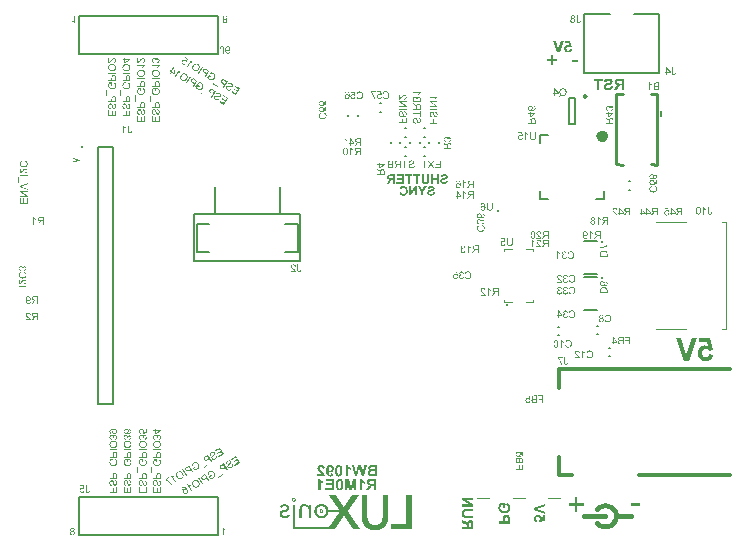
<source format=gbo>
G04*
G04 #@! TF.GenerationSoftware,Altium Limited,Altium Designer,20.0.13 (296)*
G04*
G04 Layer_Color=16777215*
%FSLAX44Y44*%
%MOMM*%
G71*
G01*
G75*
%ADD10C,0.2500*%
%ADD11C,0.2540*%
%ADD12C,0.2000*%
%ADD13C,0.2032*%
%ADD14C,0.2030*%
%ADD110C,0.1016*%
%ADD117C,0.5000*%
%ADD119C,0.2540*%
%ADD122C,0.4000*%
%ADD187C,0.3000*%
%ADD188C,0.1000*%
G36*
X237810Y36685D02*
X238120D01*
Y36646D01*
X238237D01*
Y36607D01*
X238353D01*
Y36569D01*
X238470D01*
Y36530D01*
X238547D01*
Y36491D01*
X238586D01*
Y36452D01*
X238664D01*
Y36413D01*
X238703D01*
Y36375D01*
X238780D01*
Y36336D01*
X238819D01*
Y36297D01*
X238858D01*
Y36258D01*
X238897D01*
Y36219D01*
X238936D01*
Y36181D01*
X238974D01*
Y36142D01*
X239013D01*
Y36103D01*
Y36064D01*
X239052D01*
Y36025D01*
X239091D01*
Y35986D01*
Y35948D01*
X239130D01*
Y35909D01*
Y35870D01*
X239168D01*
Y35831D01*
Y35792D01*
X239207D01*
Y35754D01*
Y35715D01*
X239246D01*
Y35676D01*
Y35637D01*
Y35598D01*
X239285D01*
Y35559D01*
Y35521D01*
Y35482D01*
Y35443D01*
Y35404D01*
X239324D01*
Y35365D01*
Y35327D01*
Y35288D01*
Y35249D01*
Y35210D01*
Y35171D01*
Y35133D01*
Y35094D01*
Y35055D01*
Y35016D01*
Y34977D01*
Y34938D01*
Y34900D01*
Y34861D01*
Y34822D01*
X239285D01*
Y34783D01*
Y34744D01*
Y34706D01*
Y34667D01*
Y34628D01*
X239246D01*
Y34589D01*
Y34550D01*
Y34511D01*
X239207D01*
Y34473D01*
Y34434D01*
X239168D01*
Y34395D01*
Y34356D01*
X239130D01*
Y34318D01*
Y34279D01*
X239091D01*
Y34240D01*
Y34201D01*
X239052D01*
Y34162D01*
X239013D01*
Y34123D01*
Y34085D01*
X238974D01*
Y34046D01*
X238936D01*
Y34007D01*
X238897D01*
Y33968D01*
X238858D01*
Y33929D01*
X238819D01*
Y33891D01*
X238780D01*
Y33852D01*
X238703D01*
Y33813D01*
X238664D01*
Y33774D01*
X238586D01*
Y33735D01*
X238547D01*
Y33696D01*
X238470D01*
Y33658D01*
X238353D01*
Y33619D01*
X238276D01*
Y33580D01*
X238120D01*
Y33541D01*
X237849D01*
Y33502D01*
X237577D01*
Y33541D01*
X237306D01*
Y33580D01*
X237150D01*
Y33619D01*
X237034D01*
Y33658D01*
X236956D01*
Y33696D01*
X236879D01*
Y33735D01*
X236801D01*
Y33774D01*
X236762D01*
Y33813D01*
X236684D01*
Y33852D01*
X236646D01*
Y33891D01*
X236607D01*
Y33929D01*
X236568D01*
Y33968D01*
X236529D01*
Y34007D01*
X236490D01*
Y34046D01*
X236451D01*
Y34085D01*
X236413D01*
Y34123D01*
X236374D01*
Y34162D01*
Y34201D01*
X236335D01*
Y34240D01*
X236296D01*
Y34279D01*
Y34318D01*
X236257D01*
Y34356D01*
Y34395D01*
X236219D01*
Y34434D01*
Y34473D01*
X236180D01*
Y34511D01*
Y34550D01*
Y34589D01*
X236141D01*
Y34628D01*
Y34667D01*
Y34706D01*
Y34744D01*
X236102D01*
Y34783D01*
Y34822D01*
Y34861D01*
Y34900D01*
Y34938D01*
Y34977D01*
Y35016D01*
Y35055D01*
Y35094D01*
Y35133D01*
Y35171D01*
Y35210D01*
Y35249D01*
Y35288D01*
Y35327D01*
Y35365D01*
Y35404D01*
Y35443D01*
Y35482D01*
X236141D01*
Y35521D01*
Y35559D01*
Y35598D01*
Y35637D01*
X236180D01*
Y35676D01*
Y35715D01*
Y35754D01*
X236219D01*
Y35792D01*
Y35831D01*
X236257D01*
Y35870D01*
Y35909D01*
X236296D01*
Y35948D01*
Y35986D01*
X236335D01*
Y36025D01*
X236374D01*
Y36064D01*
Y36103D01*
X236413D01*
Y36142D01*
X236451D01*
Y36181D01*
X236490D01*
Y36219D01*
X236529D01*
Y36258D01*
X236568D01*
Y36297D01*
X236607D01*
Y36336D01*
X236646D01*
Y36375D01*
X236684D01*
Y36413D01*
X236762D01*
Y36452D01*
X236801D01*
Y36491D01*
X236879D01*
Y36530D01*
X236956D01*
Y36569D01*
X237034D01*
Y36607D01*
X237150D01*
Y36646D01*
X237306D01*
Y36685D01*
X237616D01*
Y36724D01*
X237810D01*
Y36685D01*
D02*
G37*
G36*
X293080Y39324D02*
Y39286D01*
X293041D01*
Y39247D01*
X293002D01*
Y39208D01*
X292964D01*
Y39169D01*
Y39130D01*
X292925D01*
Y39091D01*
X292886D01*
Y39053D01*
Y39014D01*
X292847D01*
Y38975D01*
X292808D01*
Y38936D01*
Y38897D01*
X292770D01*
Y38859D01*
X292731D01*
Y38820D01*
X292692D01*
Y38781D01*
Y38742D01*
X292653D01*
Y38703D01*
X292614D01*
Y38665D01*
Y38626D01*
X292575D01*
Y38587D01*
X292537D01*
Y38548D01*
X292498D01*
Y38509D01*
Y38470D01*
X292459D01*
Y38432D01*
X292420D01*
Y38393D01*
Y38354D01*
X292381D01*
Y38315D01*
X292343D01*
Y38276D01*
X292304D01*
Y38238D01*
Y38199D01*
X292265D01*
Y38160D01*
X292226D01*
Y38121D01*
Y38082D01*
X292187D01*
Y38043D01*
X292148D01*
Y38005D01*
X292110D01*
Y37966D01*
Y37927D01*
X292071D01*
Y37888D01*
X292032D01*
Y37849D01*
Y37811D01*
X291993D01*
Y37772D01*
X291954D01*
Y37733D01*
X291916D01*
Y37694D01*
Y37655D01*
X291877D01*
Y37617D01*
X291838D01*
Y37578D01*
Y37539D01*
X291799D01*
Y37500D01*
X291760D01*
Y37461D01*
Y37423D01*
X291722D01*
Y37384D01*
X291683D01*
Y37345D01*
X291644D01*
Y37306D01*
Y37267D01*
X291605D01*
Y37228D01*
X291566D01*
Y37190D01*
Y37151D01*
X291528D01*
Y37112D01*
X291489D01*
Y37073D01*
X291450D01*
Y37034D01*
Y36996D01*
X291411D01*
Y36957D01*
X291372D01*
Y36918D01*
Y36879D01*
X291334D01*
Y36840D01*
X291295D01*
Y36802D01*
X291256D01*
Y36763D01*
Y36724D01*
X291217D01*
Y36685D01*
X291178D01*
Y36646D01*
Y36607D01*
X291139D01*
Y36569D01*
X291101D01*
Y36530D01*
X291062D01*
Y36491D01*
Y36452D01*
X291023D01*
Y36413D01*
X290984D01*
Y36375D01*
Y36336D01*
X290945D01*
Y36297D01*
X290907D01*
Y36258D01*
X290868D01*
Y36219D01*
Y36181D01*
X290829D01*
Y36142D01*
X290790D01*
Y36103D01*
Y36064D01*
X290751D01*
Y36025D01*
X290712D01*
Y35986D01*
Y35948D01*
X290674D01*
Y35909D01*
X290635D01*
Y35870D01*
X290596D01*
Y35831D01*
Y35792D01*
X290557D01*
Y35754D01*
X290518D01*
Y35715D01*
Y35676D01*
X290480D01*
Y35637D01*
X290441D01*
Y35598D01*
X290402D01*
Y35559D01*
Y35521D01*
X290363D01*
Y35482D01*
X290324D01*
Y35443D01*
Y35404D01*
X290285D01*
Y35365D01*
X290247D01*
Y35327D01*
X290208D01*
Y35288D01*
Y35249D01*
X290169D01*
Y35210D01*
X290130D01*
Y35171D01*
Y35133D01*
X290091D01*
Y35094D01*
X290053D01*
Y35055D01*
X290014D01*
Y35016D01*
Y34977D01*
X289975D01*
Y34938D01*
X289936D01*
Y34900D01*
Y34861D01*
X289897D01*
Y34822D01*
X289859D01*
Y34783D01*
X289820D01*
Y34744D01*
Y34706D01*
X289781D01*
Y34667D01*
X289742D01*
Y34628D01*
Y34589D01*
X289703D01*
Y34550D01*
X289664D01*
Y34511D01*
Y34473D01*
X289626D01*
Y34434D01*
X289587D01*
Y34395D01*
X289548D01*
Y34356D01*
Y34318D01*
X289509D01*
Y34279D01*
X289471D01*
Y34240D01*
Y34201D01*
X289432D01*
Y34162D01*
X289393D01*
Y34123D01*
X289354D01*
Y34085D01*
Y34046D01*
X289315D01*
Y34007D01*
X289276D01*
Y33968D01*
Y33929D01*
X289237D01*
Y33891D01*
X289199D01*
Y33852D01*
X289160D01*
Y33813D01*
Y33774D01*
X289121D01*
Y33735D01*
X289082D01*
Y33696D01*
Y33658D01*
X289044D01*
Y33619D01*
X289005D01*
Y33580D01*
X288966D01*
Y33541D01*
Y33502D01*
X288927D01*
Y33464D01*
X288888D01*
Y33425D01*
Y33386D01*
X288849D01*
Y33347D01*
X288811D01*
Y33308D01*
X288772D01*
Y33270D01*
Y33231D01*
X288733D01*
Y33192D01*
X288694D01*
Y33153D01*
Y33114D01*
X288655D01*
Y33075D01*
X288617D01*
Y33037D01*
X288578D01*
Y32998D01*
Y32959D01*
X288539D01*
Y32920D01*
X288500D01*
Y32881D01*
Y32843D01*
X288461D01*
Y32804D01*
X288423D01*
Y32765D01*
Y32726D01*
X288384D01*
Y32687D01*
X288345D01*
Y32648D01*
X288306D01*
Y32610D01*
Y32571D01*
X288267D01*
Y32532D01*
X288228D01*
Y32493D01*
Y32454D01*
X288190D01*
Y32416D01*
X288151D01*
Y32377D01*
X288112D01*
Y32338D01*
Y32299D01*
X288073D01*
Y32260D01*
X288034D01*
Y32222D01*
Y32183D01*
X287996D01*
Y32144D01*
X287957D01*
Y32105D01*
X287918D01*
Y32066D01*
Y32027D01*
X287879D01*
Y31989D01*
X287840D01*
Y31950D01*
Y31911D01*
X287801D01*
Y31872D01*
X287763D01*
Y31833D01*
X287724D01*
Y31795D01*
Y31756D01*
X287685D01*
Y31717D01*
X287646D01*
Y31678D01*
Y31639D01*
X287607D01*
Y31600D01*
X287569D01*
Y31562D01*
X287530D01*
Y31523D01*
Y31484D01*
X287491D01*
Y31445D01*
X287452D01*
Y31406D01*
Y31368D01*
X287413D01*
Y31329D01*
X287374D01*
Y31290D01*
Y31251D01*
X287336D01*
Y31212D01*
X287297D01*
Y31174D01*
X287258D01*
Y31135D01*
Y31096D01*
X287219D01*
Y31057D01*
X287181D01*
Y31018D01*
Y30979D01*
X287142D01*
Y30941D01*
X287103D01*
Y30902D01*
X287064D01*
Y30863D01*
Y30824D01*
X287025D01*
Y30785D01*
X286986D01*
Y30747D01*
Y30708D01*
X286948D01*
Y30669D01*
X286909D01*
Y30630D01*
X286870D01*
Y30591D01*
Y30553D01*
X286831D01*
Y30514D01*
X286792D01*
Y30475D01*
Y30436D01*
X286754D01*
Y30397D01*
X286715D01*
Y30359D01*
X286676D01*
Y30320D01*
Y30281D01*
X286637D01*
Y30242D01*
X286598D01*
Y30203D01*
Y30164D01*
X286559D01*
Y30126D01*
X286521D01*
Y30087D01*
X286482D01*
Y30048D01*
Y30009D01*
X286443D01*
Y29970D01*
X286404D01*
Y29932D01*
Y29893D01*
X286365D01*
Y29854D01*
X286327D01*
Y29815D01*
Y29776D01*
X286288D01*
Y29738D01*
X286249D01*
Y29699D01*
X286210D01*
Y29660D01*
Y29621D01*
X286171D01*
Y29582D01*
X286133D01*
Y29543D01*
Y29505D01*
X286094D01*
Y29466D01*
X286055D01*
Y29427D01*
X286016D01*
Y29388D01*
Y29349D01*
X285977D01*
Y29311D01*
X285938D01*
Y29272D01*
Y29233D01*
X285900D01*
Y29194D01*
X285861D01*
Y29155D01*
X285822D01*
Y29116D01*
Y29078D01*
X285783D01*
Y29039D01*
X285744D01*
Y29000D01*
Y28961D01*
X285706D01*
Y28922D01*
X285667D01*
Y28884D01*
X285628D01*
Y28845D01*
Y28806D01*
X285589D01*
Y28767D01*
X285550D01*
Y28728D01*
Y28689D01*
X285511D01*
Y28651D01*
X285473D01*
Y28612D01*
X285434D01*
Y28573D01*
Y28534D01*
X285395D01*
Y28495D01*
X285356D01*
Y28457D01*
Y28418D01*
X285317D01*
Y28379D01*
X285279D01*
Y28340D01*
Y28301D01*
X285240D01*
Y28263D01*
X285201D01*
Y28224D01*
X285162D01*
Y28185D01*
Y28146D01*
X285123D01*
Y28107D01*
X285085D01*
Y28068D01*
Y28030D01*
X285046D01*
Y27991D01*
X285007D01*
Y27952D01*
X284968D01*
Y27913D01*
Y27874D01*
X284929D01*
Y27836D01*
X284890D01*
Y27797D01*
Y27758D01*
X284852D01*
Y27719D01*
X284813D01*
Y27680D01*
X284774D01*
Y27642D01*
Y27603D01*
X284735D01*
Y27564D01*
X284696D01*
Y27525D01*
Y27486D01*
X284658D01*
Y27448D01*
X284619D01*
Y27409D01*
X284580D01*
Y27370D01*
Y27331D01*
X284541D01*
Y27292D01*
X284502D01*
Y27253D01*
Y27215D01*
X284464D01*
Y27176D01*
X284425D01*
Y27137D01*
X284386D01*
Y27098D01*
Y27059D01*
X284347D01*
Y27021D01*
X284308D01*
Y26982D01*
Y26943D01*
X284270D01*
Y26904D01*
X284231D01*
Y26865D01*
X284192D01*
Y26827D01*
Y26788D01*
X284153D01*
Y26749D01*
X284114D01*
Y26710D01*
Y26671D01*
X284075D01*
Y26632D01*
X284037D01*
Y26594D01*
Y26555D01*
X283998D01*
Y26516D01*
X283959D01*
Y26477D01*
X283920D01*
Y26438D01*
Y26400D01*
X283881D01*
Y26361D01*
X283843D01*
Y26322D01*
Y26283D01*
X283804D01*
Y26244D01*
X283765D01*
Y26205D01*
X283726D01*
Y26167D01*
Y26128D01*
X283687D01*
Y26089D01*
X283648D01*
Y26050D01*
Y26011D01*
X283610D01*
Y25973D01*
X283571D01*
Y25934D01*
X283532D01*
Y25895D01*
Y25856D01*
X283493D01*
Y25817D01*
X283454D01*
Y25779D01*
Y25740D01*
X283416D01*
Y25701D01*
X283377D01*
Y25662D01*
X283338D01*
Y25623D01*
Y25584D01*
X283299D01*
Y25546D01*
X283260D01*
Y25507D01*
Y25468D01*
X283221D01*
Y25429D01*
X283183D01*
Y25390D01*
Y25352D01*
X283221D01*
Y25313D01*
X283260D01*
Y25274D01*
Y25235D01*
X283299D01*
Y25196D01*
X283338D01*
Y25157D01*
Y25119D01*
X283377D01*
Y25080D01*
X283416D01*
Y25041D01*
Y25002D01*
X283454D01*
Y24964D01*
X283493D01*
Y24925D01*
Y24886D01*
X283532D01*
Y24847D01*
X283571D01*
Y24808D01*
Y24769D01*
X283610D01*
Y24731D01*
X283648D01*
Y24692D01*
X283687D01*
Y24653D01*
Y24614D01*
X283726D01*
Y24575D01*
X283765D01*
Y24536D01*
Y24498D01*
X283804D01*
Y24459D01*
X283843D01*
Y24420D01*
Y24381D01*
X283881D01*
Y24342D01*
X283920D01*
Y24304D01*
Y24265D01*
X283959D01*
Y24226D01*
X283998D01*
Y24187D01*
X284037D01*
Y24148D01*
Y24110D01*
X284075D01*
Y24071D01*
X284114D01*
Y24032D01*
Y23993D01*
X284153D01*
Y23954D01*
X284192D01*
Y23916D01*
Y23877D01*
X284231D01*
Y23838D01*
X284270D01*
Y23799D01*
Y23760D01*
X284308D01*
Y23721D01*
X284347D01*
Y23683D01*
X284386D01*
Y23644D01*
Y23605D01*
X284425D01*
Y23566D01*
X284464D01*
Y23527D01*
Y23489D01*
X284502D01*
Y23450D01*
X284541D01*
Y23411D01*
Y23372D01*
X284580D01*
Y23333D01*
X284619D01*
Y23294D01*
Y23256D01*
X284658D01*
Y23217D01*
X284696D01*
Y23178D01*
X284735D01*
Y23139D01*
Y23100D01*
X284774D01*
Y23062D01*
X284813D01*
Y23023D01*
Y22984D01*
X284852D01*
Y22945D01*
X284890D01*
Y22906D01*
Y22868D01*
X284929D01*
Y22829D01*
X284968D01*
Y22790D01*
Y22751D01*
X285007D01*
Y22712D01*
X285046D01*
Y22673D01*
X285085D01*
Y22635D01*
Y22596D01*
X285123D01*
Y22557D01*
X285162D01*
Y22518D01*
Y22479D01*
X285201D01*
Y22441D01*
X285240D01*
Y22402D01*
Y22363D01*
X285279D01*
Y22324D01*
X285317D01*
Y22285D01*
Y22246D01*
X285356D01*
Y22208D01*
X285395D01*
Y22169D01*
X285434D01*
Y22130D01*
Y22091D01*
X285473D01*
Y22053D01*
X285511D01*
Y22014D01*
Y21975D01*
X285550D01*
Y21936D01*
X285589D01*
Y21897D01*
Y21858D01*
X285628D01*
Y21820D01*
X285667D01*
Y21781D01*
Y21742D01*
X285706D01*
Y21703D01*
X285744D01*
Y21664D01*
X285783D01*
Y21625D01*
Y21587D01*
X285822D01*
Y21548D01*
X285861D01*
Y21509D01*
Y21470D01*
X285900D01*
Y21432D01*
X285938D01*
Y21393D01*
Y21354D01*
X285977D01*
Y21315D01*
X286016D01*
Y21276D01*
Y21237D01*
X286055D01*
Y21199D01*
X286094D01*
Y21160D01*
X286133D01*
Y21121D01*
Y21082D01*
X286171D01*
Y21043D01*
X286210D01*
Y21005D01*
Y20966D01*
X286249D01*
Y20927D01*
X286288D01*
Y20888D01*
Y20849D01*
X286327D01*
Y20810D01*
X286365D01*
Y20772D01*
Y20733D01*
X286404D01*
Y20694D01*
X286443D01*
Y20655D01*
X286482D01*
Y20616D01*
Y20577D01*
X286521D01*
Y20539D01*
X286559D01*
Y20500D01*
Y20461D01*
X286598D01*
Y20422D01*
X286637D01*
Y20384D01*
Y20345D01*
X286676D01*
Y20306D01*
X286715D01*
Y20267D01*
Y20228D01*
X286754D01*
Y20189D01*
X286792D01*
Y20151D01*
Y20112D01*
X286831D01*
Y20073D01*
X286870D01*
Y20034D01*
X286909D01*
Y19995D01*
Y19957D01*
X286948D01*
Y19918D01*
X286986D01*
Y19879D01*
Y19840D01*
X287025D01*
Y19801D01*
X287064D01*
Y19763D01*
Y19724D01*
X287103D01*
Y19685D01*
X287142D01*
Y19646D01*
Y19607D01*
X287181D01*
Y19568D01*
X287219D01*
Y19530D01*
X287258D01*
Y19491D01*
Y19452D01*
X287297D01*
Y19413D01*
X287336D01*
Y19374D01*
Y19336D01*
X287374D01*
Y19297D01*
X287413D01*
Y19258D01*
Y19219D01*
X287452D01*
Y19180D01*
X287491D01*
Y19141D01*
Y19103D01*
X287530D01*
Y19064D01*
X287569D01*
Y19025D01*
X287607D01*
Y18986D01*
Y18947D01*
X287646D01*
Y18909D01*
X287685D01*
Y18870D01*
Y18831D01*
X287724D01*
Y18792D01*
X287763D01*
Y18753D01*
Y18715D01*
X287801D01*
Y18676D01*
X287840D01*
Y18637D01*
Y18598D01*
X287879D01*
Y18559D01*
X287918D01*
Y18520D01*
X287957D01*
Y18482D01*
Y18443D01*
X287996D01*
Y18404D01*
X288034D01*
Y18365D01*
Y18326D01*
X288073D01*
Y18288D01*
X288112D01*
Y18249D01*
Y18210D01*
X288151D01*
Y18171D01*
X288190D01*
Y18132D01*
Y18094D01*
X288228D01*
Y18055D01*
X288267D01*
Y18016D01*
X288306D01*
Y17977D01*
Y17938D01*
X288345D01*
Y17900D01*
X288384D01*
Y17861D01*
Y17822D01*
X288423D01*
Y17783D01*
X288461D01*
Y17744D01*
Y17705D01*
X288500D01*
Y17667D01*
X288539D01*
Y17628D01*
Y17589D01*
X288578D01*
Y17550D01*
X288617D01*
Y17511D01*
X288655D01*
Y17472D01*
Y17434D01*
X288694D01*
Y17395D01*
X288733D01*
Y17356D01*
Y17317D01*
X288772D01*
Y17278D01*
X288811D01*
Y17240D01*
Y17201D01*
X288849D01*
Y17162D01*
X288888D01*
Y17123D01*
Y17084D01*
X288927D01*
Y17046D01*
X288966D01*
Y17007D01*
X289005D01*
Y16968D01*
Y16929D01*
X289044D01*
Y16890D01*
X289082D01*
Y16852D01*
Y16813D01*
X289121D01*
Y16774D01*
X289160D01*
Y16735D01*
Y16696D01*
X289199D01*
Y16657D01*
X289237D01*
Y16619D01*
Y16580D01*
X289276D01*
Y16541D01*
X289315D01*
Y16502D01*
X289354D01*
Y16463D01*
Y16424D01*
X289393D01*
Y16386D01*
X289432D01*
Y16347D01*
Y16308D01*
X289471D01*
Y16269D01*
X289509D01*
Y16230D01*
Y16192D01*
X289548D01*
Y16153D01*
X289587D01*
Y16114D01*
Y16075D01*
X289626D01*
Y16036D01*
X289664D01*
Y15998D01*
Y15959D01*
X289703D01*
Y15920D01*
X289742D01*
Y15881D01*
X289781D01*
Y15842D01*
Y15804D01*
X289820D01*
Y15765D01*
X289859D01*
Y15726D01*
Y15687D01*
X289897D01*
Y15648D01*
X289936D01*
Y15610D01*
Y15571D01*
X289975D01*
Y15532D01*
X290014D01*
Y15493D01*
Y15454D01*
X290053D01*
Y15415D01*
X290091D01*
Y15377D01*
X290130D01*
Y15338D01*
Y15299D01*
X290169D01*
Y15260D01*
X290208D01*
Y15221D01*
Y15182D01*
X290247D01*
Y15144D01*
X290285D01*
Y15105D01*
Y15066D01*
X290324D01*
Y15027D01*
X290363D01*
Y14988D01*
Y14950D01*
X290402D01*
Y14911D01*
X290441D01*
Y14872D01*
X290480D01*
Y14833D01*
Y14794D01*
X290518D01*
Y14756D01*
X290557D01*
Y14717D01*
Y14678D01*
X290596D01*
Y14639D01*
X290635D01*
Y14600D01*
Y14562D01*
X290674D01*
Y14523D01*
X290712D01*
Y14484D01*
Y14445D01*
X290751D01*
Y14406D01*
X290790D01*
Y14368D01*
X290829D01*
Y14329D01*
Y14290D01*
X290868D01*
Y14251D01*
X290907D01*
Y14212D01*
Y14173D01*
X290945D01*
Y14135D01*
X290984D01*
Y14096D01*
Y14057D01*
X291023D01*
Y14018D01*
X291062D01*
Y13979D01*
Y13941D01*
X291101D01*
Y13902D01*
X291139D01*
Y13863D01*
X291178D01*
Y13824D01*
Y13785D01*
X291217D01*
Y13747D01*
X291256D01*
Y13708D01*
Y13669D01*
X291295D01*
Y13630D01*
X291334D01*
Y13591D01*
Y13552D01*
X291372D01*
Y13514D01*
X291411D01*
Y13475D01*
Y13436D01*
X291450D01*
Y13397D01*
X291489D01*
Y13358D01*
X291528D01*
Y13319D01*
Y13281D01*
X291566D01*
Y13242D01*
X291605D01*
Y13203D01*
Y13164D01*
X291644D01*
Y13125D01*
X291683D01*
Y13087D01*
Y13048D01*
X291722D01*
Y13009D01*
X291760D01*
Y12970D01*
Y12931D01*
X291799D01*
Y12893D01*
X291838D01*
Y12854D01*
X291877D01*
Y12815D01*
Y12776D01*
X291916D01*
Y12737D01*
X291954D01*
Y12699D01*
Y12660D01*
X291993D01*
Y12621D01*
X292032D01*
Y12582D01*
Y12543D01*
X292071D01*
Y12504D01*
X292110D01*
Y12466D01*
Y12427D01*
X292148D01*
Y12388D01*
X292187D01*
Y12349D01*
X292226D01*
Y12310D01*
Y12271D01*
X292265D01*
Y12233D01*
X292304D01*
Y12194D01*
Y12155D01*
X292343D01*
Y12116D01*
X292381D01*
Y12077D01*
Y12039D01*
X292420D01*
Y12000D01*
X292459D01*
Y11961D01*
Y11922D01*
X292498D01*
Y11883D01*
X292537D01*
Y11845D01*
X292575D01*
Y11806D01*
Y11767D01*
X292614D01*
Y11728D01*
X292653D01*
Y11689D01*
Y11651D01*
X292692D01*
Y11612D01*
X292731D01*
Y11573D01*
Y11534D01*
X292770D01*
Y11495D01*
X292808D01*
Y11457D01*
Y11418D01*
X292847D01*
Y11379D01*
X292886D01*
Y11340D01*
Y11301D01*
X292925D01*
Y11262D01*
X292964D01*
Y11224D01*
X293002D01*
Y11185D01*
Y11146D01*
X293041D01*
Y11107D01*
X293080D01*
Y11068D01*
Y11029D01*
X293119D01*
Y10991D01*
X293158D01*
Y10952D01*
Y10913D01*
X293197D01*
Y10874D01*
X293235D01*
Y10835D01*
Y10797D01*
X293274D01*
Y10758D01*
X293313D01*
Y10719D01*
X293352D01*
Y10680D01*
Y10641D01*
X293391D01*
Y10603D01*
X293429D01*
Y10564D01*
Y10525D01*
X293468D01*
Y10486D01*
X293507D01*
Y10447D01*
Y10409D01*
X293546D01*
Y10370D01*
X293585D01*
Y10331D01*
Y10292D01*
X293624D01*
Y10253D01*
X293662D01*
Y10214D01*
X293701D01*
Y10176D01*
Y10137D01*
X293740D01*
Y10098D01*
X293779D01*
Y10059D01*
Y10020D01*
X293818D01*
Y9982D01*
X293856D01*
Y9943D01*
X288034D01*
Y9982D01*
X287996D01*
Y10020D01*
X287957D01*
Y10059D01*
Y10098D01*
X287918D01*
Y10137D01*
X287879D01*
Y10176D01*
Y10214D01*
X287840D01*
Y10253D01*
X287801D01*
Y10292D01*
Y10331D01*
X287763D01*
Y10370D01*
X287724D01*
Y10409D01*
Y10447D01*
X287685D01*
Y10486D01*
X287646D01*
Y10525D01*
Y10564D01*
X287607D01*
Y10603D01*
X287569D01*
Y10641D01*
Y10680D01*
X287530D01*
Y10719D01*
X287491D01*
Y10758D01*
Y10797D01*
X287452D01*
Y10835D01*
X287413D01*
Y10874D01*
Y10913D01*
X287374D01*
Y10952D01*
X287336D01*
Y10991D01*
Y11029D01*
X287297D01*
Y11068D01*
X287258D01*
Y11107D01*
Y11146D01*
X287219D01*
Y11185D01*
X287181D01*
Y11224D01*
Y11262D01*
X287142D01*
Y11301D01*
X287103D01*
Y11340D01*
Y11379D01*
X287064D01*
Y11418D01*
X287025D01*
Y11457D01*
Y11495D01*
X286986D01*
Y11534D01*
X286948D01*
Y11573D01*
Y11612D01*
X286909D01*
Y11651D01*
X286870D01*
Y11689D01*
Y11728D01*
X286831D01*
Y11767D01*
X286792D01*
Y11806D01*
Y11845D01*
X286754D01*
Y11883D01*
X286715D01*
Y11922D01*
Y11961D01*
X286676D01*
Y12000D01*
X286637D01*
Y12039D01*
Y12077D01*
X286598D01*
Y12116D01*
X286559D01*
Y12155D01*
Y12194D01*
X286521D01*
Y12233D01*
X286482D01*
Y12271D01*
X286443D01*
Y12310D01*
Y12349D01*
X286404D01*
Y12388D01*
X286365D01*
Y12427D01*
Y12466D01*
X286327D01*
Y12504D01*
X286288D01*
Y12543D01*
Y12582D01*
X286249D01*
Y12621D01*
X286210D01*
Y12660D01*
Y12699D01*
X286171D01*
Y12737D01*
X286133D01*
Y12776D01*
Y12815D01*
X286094D01*
Y12854D01*
X286055D01*
Y12893D01*
Y12931D01*
X286016D01*
Y12970D01*
X285977D01*
Y13009D01*
Y13048D01*
X285938D01*
Y13087D01*
X285900D01*
Y13125D01*
Y13164D01*
X285861D01*
Y13203D01*
X285822D01*
Y13242D01*
Y13281D01*
X285783D01*
Y13319D01*
X285744D01*
Y13358D01*
Y13397D01*
X285706D01*
Y13436D01*
X285667D01*
Y13475D01*
Y13514D01*
X285628D01*
Y13552D01*
X285589D01*
Y13591D01*
Y13630D01*
X285550D01*
Y13669D01*
X285511D01*
Y13708D01*
Y13747D01*
X285473D01*
Y13785D01*
X285434D01*
Y13824D01*
Y13863D01*
X285395D01*
Y13902D01*
X285356D01*
Y13941D01*
Y13979D01*
X285317D01*
Y14018D01*
X285279D01*
Y14057D01*
Y14096D01*
X285240D01*
Y14135D01*
X285201D01*
Y14173D01*
Y14212D01*
X285162D01*
Y14251D01*
X285123D01*
Y14290D01*
Y14329D01*
X285085D01*
Y14368D01*
X285046D01*
Y14406D01*
Y14445D01*
X285007D01*
Y14484D01*
X284968D01*
Y14523D01*
Y14562D01*
X284929D01*
Y14600D01*
X284890D01*
Y14639D01*
Y14678D01*
X284852D01*
Y14717D01*
X284813D01*
Y14756D01*
Y14794D01*
X284774D01*
Y14833D01*
X284735D01*
Y14872D01*
X284696D01*
Y14911D01*
Y14950D01*
X284658D01*
Y14988D01*
X284619D01*
Y15027D01*
Y15066D01*
X284580D01*
Y15105D01*
X284541D01*
Y15144D01*
Y15182D01*
X284502D01*
Y15221D01*
X284464D01*
Y15260D01*
Y15299D01*
X284425D01*
Y15338D01*
X284386D01*
Y15377D01*
Y15415D01*
X284347D01*
Y15454D01*
X284308D01*
Y15493D01*
Y15532D01*
X284270D01*
Y15571D01*
X284231D01*
Y15610D01*
Y15648D01*
X284192D01*
Y15687D01*
X284153D01*
Y15726D01*
Y15765D01*
X284114D01*
Y15804D01*
X284075D01*
Y15842D01*
Y15881D01*
X284037D01*
Y15920D01*
X283998D01*
Y15959D01*
Y15998D01*
X283959D01*
Y16036D01*
X283920D01*
Y16075D01*
Y16114D01*
X283881D01*
Y16153D01*
X283843D01*
Y16192D01*
Y16230D01*
X283804D01*
Y16269D01*
X283765D01*
Y16308D01*
Y16347D01*
X283726D01*
Y16386D01*
X283687D01*
Y16424D01*
Y16463D01*
X283648D01*
Y16502D01*
X283610D01*
Y16541D01*
Y16580D01*
X283571D01*
Y16619D01*
X283532D01*
Y16657D01*
Y16696D01*
X283493D01*
Y16735D01*
X283454D01*
Y16774D01*
Y16813D01*
X283416D01*
Y16852D01*
X283377D01*
Y16890D01*
Y16929D01*
X283338D01*
Y16968D01*
X283299D01*
Y17007D01*
Y17046D01*
X283260D01*
Y17084D01*
X283221D01*
Y17123D01*
Y17162D01*
X283183D01*
Y17201D01*
X283144D01*
Y17240D01*
Y17278D01*
X283105D01*
Y17317D01*
X283066D01*
Y17356D01*
X283027D01*
Y17395D01*
Y17434D01*
X282989D01*
Y17472D01*
X282950D01*
Y17511D01*
Y17550D01*
X282911D01*
Y17589D01*
X282872D01*
Y17628D01*
Y17667D01*
X282833D01*
Y17705D01*
X282795D01*
Y17744D01*
Y17783D01*
X282756D01*
Y17822D01*
X282717D01*
Y17861D01*
Y17900D01*
X282678D01*
Y17938D01*
X282639D01*
Y17977D01*
Y18016D01*
X282600D01*
Y18055D01*
X282562D01*
Y18094D01*
Y18132D01*
X282523D01*
Y18171D01*
X282484D01*
Y18210D01*
Y18249D01*
X282445D01*
Y18288D01*
X282406D01*
Y18326D01*
Y18365D01*
X282368D01*
Y18404D01*
X282329D01*
Y18443D01*
Y18482D01*
X282290D01*
Y18520D01*
X282251D01*
Y18559D01*
Y18598D01*
X282212D01*
Y18637D01*
X282174D01*
Y18676D01*
Y18715D01*
X282135D01*
Y18753D01*
X282096D01*
Y18792D01*
Y18831D01*
X282057D01*
Y18870D01*
X282018D01*
Y18909D01*
Y18947D01*
X281980D01*
Y18986D01*
X281941D01*
Y19025D01*
Y19064D01*
X281902D01*
Y19103D01*
X281863D01*
Y19141D01*
Y19180D01*
X281824D01*
Y19219D01*
X281785D01*
Y19258D01*
Y19297D01*
X281747D01*
Y19336D01*
X281708D01*
Y19374D01*
Y19413D01*
X281669D01*
Y19452D01*
X281630D01*
Y19491D01*
Y19530D01*
X281591D01*
Y19568D01*
X281553D01*
Y19607D01*
Y19646D01*
X281514D01*
Y19685D01*
X281475D01*
Y19724D01*
Y19763D01*
X281436D01*
Y19801D01*
X281397D01*
Y19840D01*
X281359D01*
Y19879D01*
Y19918D01*
X281320D01*
Y19957D01*
X281281D01*
Y19995D01*
Y20034D01*
X281242D01*
Y20073D01*
X281203D01*
Y20112D01*
Y20151D01*
X281164D01*
Y20189D01*
X281126D01*
Y20228D01*
Y20267D01*
X281087D01*
Y20306D01*
X281048D01*
Y20345D01*
Y20384D01*
X281009D01*
Y20422D01*
X280970D01*
Y20461D01*
Y20500D01*
X280931D01*
Y20539D01*
X280893D01*
Y20577D01*
Y20616D01*
X280854D01*
Y20655D01*
X280815D01*
Y20694D01*
Y20733D01*
X280776D01*
Y20772D01*
X280737D01*
Y20810D01*
Y20849D01*
X280699D01*
Y20888D01*
X280660D01*
Y20927D01*
Y20966D01*
X280621D01*
Y21005D01*
X280582D01*
Y21043D01*
Y21082D01*
X280543D01*
Y21121D01*
X280505D01*
Y21160D01*
Y21199D01*
X280466D01*
Y21237D01*
X280427D01*
Y21276D01*
Y21315D01*
X280388D01*
Y21354D01*
X280349D01*
Y21393D01*
Y21432D01*
X280310D01*
Y21470D01*
X280272D01*
Y21509D01*
Y21548D01*
X280233D01*
Y21587D01*
X280194D01*
Y21625D01*
Y21664D01*
X280155D01*
Y21703D01*
X280116D01*
Y21742D01*
Y21781D01*
X280039D01*
Y21742D01*
Y21703D01*
X280000D01*
Y21664D01*
X279961D01*
Y21625D01*
X279922D01*
Y21587D01*
Y21548D01*
X279884D01*
Y21509D01*
X279845D01*
Y21470D01*
Y21432D01*
X279806D01*
Y21393D01*
X279767D01*
Y21354D01*
Y21315D01*
X279728D01*
Y21276D01*
X279690D01*
Y21237D01*
Y21199D01*
X279651D01*
Y21160D01*
X279612D01*
Y21121D01*
Y21082D01*
X279573D01*
Y21043D01*
X279534D01*
Y21005D01*
Y20966D01*
X279496D01*
Y20927D01*
X279457D01*
Y20888D01*
Y20849D01*
X279418D01*
Y20810D01*
X279379D01*
Y20772D01*
Y20733D01*
X279340D01*
Y20694D01*
X279301D01*
Y20655D01*
Y20616D01*
X279263D01*
Y20577D01*
X279224D01*
Y20539D01*
Y20500D01*
X279185D01*
Y20461D01*
X279146D01*
Y20422D01*
Y20384D01*
X279107D01*
Y20345D01*
X279069D01*
Y20306D01*
Y20267D01*
X279030D01*
Y20228D01*
X278991D01*
Y20189D01*
Y20151D01*
X278952D01*
Y20112D01*
X278913D01*
Y20073D01*
Y20034D01*
X278874D01*
Y19995D01*
X278836D01*
Y19957D01*
Y19918D01*
X278797D01*
Y19879D01*
X278758D01*
Y19840D01*
Y19801D01*
X278719D01*
Y19763D01*
X278680D01*
Y19724D01*
Y19685D01*
X278642D01*
Y19646D01*
X278603D01*
Y19607D01*
Y19568D01*
X278564D01*
Y19530D01*
X278525D01*
Y19491D01*
Y19452D01*
X278486D01*
Y19413D01*
X278447D01*
Y19374D01*
Y19336D01*
X278409D01*
Y19297D01*
X278370D01*
Y19258D01*
Y19219D01*
X278331D01*
Y19180D01*
X278292D01*
Y19141D01*
Y19103D01*
X278253D01*
Y19064D01*
X278215D01*
Y19025D01*
Y18986D01*
X278176D01*
Y18947D01*
X278137D01*
Y18909D01*
Y18870D01*
X278098D01*
Y18831D01*
X278059D01*
Y18792D01*
Y18753D01*
X278021D01*
Y18715D01*
X277982D01*
Y18676D01*
Y18637D01*
X277943D01*
Y18598D01*
X277904D01*
Y18559D01*
Y18520D01*
X277865D01*
Y18482D01*
X277826D01*
Y18443D01*
Y18404D01*
X277788D01*
Y18365D01*
X277749D01*
Y18326D01*
Y18288D01*
X277710D01*
Y18249D01*
X277671D01*
Y18210D01*
Y18171D01*
X277632D01*
Y18132D01*
X277594D01*
Y18094D01*
Y18055D01*
X277555D01*
Y18016D01*
X277516D01*
Y17977D01*
Y17938D01*
X277477D01*
Y17900D01*
X277438D01*
Y17861D01*
Y17822D01*
X277400D01*
Y17783D01*
X277361D01*
Y17744D01*
Y17705D01*
X277322D01*
Y17667D01*
X277283D01*
Y17628D01*
Y17589D01*
X277244D01*
Y17550D01*
X277205D01*
Y17511D01*
Y17472D01*
X277167D01*
Y17434D01*
X277128D01*
Y17395D01*
Y17356D01*
X277089D01*
Y17317D01*
X277050D01*
Y17278D01*
Y17240D01*
X277011D01*
Y17201D01*
X276973D01*
Y17162D01*
Y17123D01*
X276934D01*
Y17084D01*
X276895D01*
Y17046D01*
Y17007D01*
X276856D01*
Y16968D01*
X276817D01*
Y16929D01*
Y16890D01*
X276779D01*
Y16852D01*
X276740D01*
Y16813D01*
Y16774D01*
X276701D01*
Y16735D01*
X276662D01*
Y16696D01*
Y16657D01*
X276623D01*
Y16619D01*
X276584D01*
Y16580D01*
Y16541D01*
X276546D01*
Y16502D01*
X276507D01*
Y16463D01*
Y16424D01*
X276468D01*
Y16386D01*
X276429D01*
Y16347D01*
Y16308D01*
X276390D01*
Y16269D01*
X276352D01*
Y16230D01*
Y16192D01*
X276313D01*
Y16153D01*
X276274D01*
Y16114D01*
Y16075D01*
X276235D01*
Y16036D01*
X276196D01*
Y15998D01*
Y15959D01*
X276157D01*
Y15920D01*
X276119D01*
Y15881D01*
Y15842D01*
X276080D01*
Y15804D01*
X276041D01*
Y15765D01*
Y15726D01*
X276002D01*
Y15687D01*
X275963D01*
Y15648D01*
Y15610D01*
X275925D01*
Y15571D01*
X275886D01*
Y15532D01*
Y15493D01*
X275847D01*
Y15454D01*
X275808D01*
Y15415D01*
Y15377D01*
X275769D01*
Y15338D01*
X275730D01*
Y15299D01*
Y15260D01*
X275692D01*
Y15221D01*
X275653D01*
Y15182D01*
Y15144D01*
X275614D01*
Y15105D01*
X275575D01*
Y15066D01*
Y15027D01*
X275536D01*
Y14988D01*
X275498D01*
Y14950D01*
X275459D01*
Y14911D01*
Y14872D01*
X275420D01*
Y14833D01*
X275381D01*
Y14794D01*
Y14756D01*
X275342D01*
Y14717D01*
X275304D01*
Y14678D01*
Y14639D01*
X275265D01*
Y14600D01*
X275226D01*
Y14562D01*
Y14523D01*
X275187D01*
Y14484D01*
X275148D01*
Y14445D01*
Y14406D01*
X275110D01*
Y14368D01*
X275071D01*
Y14329D01*
Y14290D01*
X275032D01*
Y14251D01*
X274993D01*
Y14212D01*
Y14173D01*
X274954D01*
Y14135D01*
X274916D01*
Y14096D01*
Y14057D01*
X274877D01*
Y14018D01*
X274838D01*
Y13979D01*
Y13941D01*
X274799D01*
Y13902D01*
X274760D01*
Y13863D01*
Y13824D01*
X274721D01*
Y13785D01*
X274683D01*
Y13747D01*
Y13708D01*
X274644D01*
Y13669D01*
X274605D01*
Y13630D01*
Y13591D01*
X274566D01*
Y13552D01*
X274527D01*
Y13514D01*
Y13475D01*
X274489D01*
Y13436D01*
X274450D01*
Y13397D01*
Y13358D01*
X274411D01*
Y13319D01*
X274372D01*
Y13281D01*
Y13242D01*
X274333D01*
Y13203D01*
X274294D01*
Y13164D01*
Y13125D01*
X274256D01*
Y13087D01*
X274217D01*
Y13048D01*
Y13009D01*
X274178D01*
Y12970D01*
X274139D01*
Y12931D01*
Y12893D01*
X274100D01*
Y12854D01*
X274062D01*
Y12815D01*
Y12776D01*
X274023D01*
Y12737D01*
X273984D01*
Y12699D01*
Y12660D01*
X273945D01*
Y12621D01*
X273906D01*
Y12582D01*
Y12543D01*
X273867D01*
Y12504D01*
X273829D01*
Y12466D01*
Y12427D01*
X273790D01*
Y12388D01*
X273751D01*
Y12349D01*
Y12310D01*
X273712D01*
Y12271D01*
X273673D01*
Y12233D01*
Y12194D01*
X273635D01*
Y12155D01*
X273596D01*
Y12116D01*
Y12077D01*
X273557D01*
Y12039D01*
X273518D01*
Y12000D01*
Y11961D01*
X273479D01*
Y11922D01*
X273441D01*
Y11883D01*
Y11845D01*
X273402D01*
Y11806D01*
X273363D01*
Y11767D01*
Y11728D01*
X273324D01*
Y11689D01*
X273285D01*
Y11651D01*
Y11612D01*
X273246D01*
Y11573D01*
X273208D01*
Y11534D01*
Y11495D01*
X273169D01*
Y11457D01*
X273130D01*
Y11418D01*
Y11379D01*
X273091D01*
Y11340D01*
X273052D01*
Y11301D01*
Y11262D01*
X273014D01*
Y11224D01*
X272975D01*
Y11185D01*
Y11146D01*
X272936D01*
Y11107D01*
X272897D01*
Y11068D01*
Y11029D01*
X272858D01*
Y10991D01*
X272820D01*
Y10952D01*
Y10913D01*
X272781D01*
Y10874D01*
X272742D01*
Y10835D01*
Y10797D01*
X272703D01*
Y10758D01*
X272664D01*
Y10719D01*
Y10680D01*
X272626D01*
Y10641D01*
X272587D01*
Y10603D01*
Y10564D01*
X272548D01*
Y10525D01*
X272509D01*
Y10486D01*
Y10447D01*
X272470D01*
Y10409D01*
X272431D01*
Y10370D01*
Y10331D01*
X272393D01*
Y10292D01*
X272354D01*
Y10253D01*
Y10214D01*
X272315D01*
Y10176D01*
X272276D01*
Y10137D01*
Y10098D01*
X272237D01*
Y10059D01*
X272199D01*
Y10020D01*
Y9982D01*
X272160D01*
Y9943D01*
X236801D01*
Y9982D01*
Y10020D01*
Y10059D01*
Y10098D01*
Y10137D01*
Y10176D01*
Y10214D01*
Y10253D01*
Y10292D01*
Y10331D01*
Y10370D01*
Y10409D01*
Y10447D01*
Y10486D01*
Y10525D01*
Y10564D01*
Y10603D01*
Y10641D01*
Y10680D01*
Y10719D01*
Y10758D01*
Y10797D01*
Y10835D01*
Y10874D01*
Y10913D01*
Y10952D01*
Y10991D01*
Y11029D01*
Y11068D01*
Y11107D01*
Y11146D01*
Y11185D01*
Y11224D01*
Y11262D01*
Y11301D01*
Y11340D01*
Y11379D01*
Y11418D01*
Y11457D01*
Y11495D01*
Y11534D01*
Y11573D01*
Y11612D01*
Y11651D01*
Y11689D01*
Y11728D01*
Y11767D01*
Y11806D01*
Y11845D01*
Y11883D01*
Y11922D01*
Y11961D01*
Y12000D01*
Y12039D01*
Y12077D01*
Y12116D01*
Y12155D01*
Y12194D01*
Y12233D01*
Y12271D01*
Y12310D01*
Y12349D01*
Y12388D01*
Y12427D01*
Y12466D01*
Y12504D01*
Y12543D01*
Y12582D01*
Y12621D01*
Y12660D01*
Y12699D01*
Y12737D01*
Y12776D01*
Y12815D01*
Y12854D01*
Y12893D01*
Y12931D01*
Y12970D01*
Y13009D01*
Y13048D01*
Y13087D01*
Y13125D01*
Y13164D01*
Y13203D01*
Y13242D01*
Y13281D01*
Y13319D01*
Y13358D01*
Y13397D01*
Y13436D01*
Y13475D01*
Y13514D01*
Y13552D01*
Y13591D01*
Y13630D01*
Y13669D01*
Y13708D01*
Y13747D01*
Y13785D01*
Y13824D01*
Y13863D01*
Y13902D01*
Y13941D01*
Y13979D01*
Y14018D01*
Y14057D01*
Y14096D01*
Y14135D01*
Y14173D01*
Y14212D01*
Y14251D01*
Y14290D01*
Y14329D01*
Y14368D01*
Y14406D01*
Y14445D01*
Y14484D01*
Y14523D01*
Y14562D01*
Y14600D01*
Y14639D01*
Y14678D01*
Y14717D01*
Y14756D01*
Y14794D01*
Y14833D01*
Y14872D01*
Y14911D01*
Y14950D01*
Y14988D01*
Y15027D01*
Y15066D01*
Y15105D01*
Y15144D01*
Y15182D01*
Y15221D01*
Y15260D01*
Y15299D01*
Y15338D01*
Y15377D01*
Y15415D01*
Y15454D01*
Y15493D01*
Y15532D01*
Y15571D01*
Y15610D01*
Y15648D01*
Y15687D01*
Y15726D01*
Y15765D01*
Y15804D01*
Y15842D01*
Y15881D01*
Y15920D01*
Y15959D01*
Y15998D01*
Y16036D01*
Y16075D01*
Y16114D01*
Y16153D01*
Y16192D01*
Y16230D01*
Y16269D01*
Y16308D01*
Y16347D01*
Y16386D01*
Y16424D01*
Y16463D01*
Y16502D01*
Y16541D01*
Y16580D01*
Y16619D01*
Y16657D01*
Y16696D01*
Y16735D01*
Y16774D01*
Y16813D01*
Y16852D01*
Y16890D01*
Y16929D01*
Y16968D01*
Y17007D01*
Y17046D01*
Y17084D01*
Y17123D01*
Y17162D01*
Y17201D01*
Y17240D01*
Y17278D01*
Y17317D01*
Y17356D01*
Y17395D01*
Y17434D01*
Y17472D01*
Y17511D01*
Y17550D01*
Y17589D01*
Y17628D01*
Y17667D01*
Y17705D01*
Y17744D01*
Y17783D01*
Y17822D01*
Y17861D01*
Y17900D01*
Y17938D01*
Y17977D01*
Y18016D01*
Y18055D01*
Y18094D01*
Y18132D01*
Y18171D01*
Y18210D01*
Y18249D01*
Y18288D01*
Y18326D01*
Y18365D01*
Y18404D01*
Y18443D01*
Y18482D01*
Y18520D01*
Y18559D01*
Y18598D01*
Y18637D01*
Y18676D01*
Y18715D01*
Y18753D01*
Y18792D01*
Y18831D01*
Y18870D01*
Y18909D01*
Y18947D01*
Y18986D01*
Y19025D01*
Y19064D01*
Y19103D01*
Y19141D01*
Y19180D01*
Y19219D01*
Y19258D01*
Y19297D01*
Y19336D01*
Y19374D01*
Y19413D01*
Y19452D01*
Y19491D01*
Y19530D01*
Y19568D01*
Y19607D01*
Y19646D01*
Y19685D01*
Y19724D01*
Y19763D01*
Y19801D01*
Y19840D01*
Y19879D01*
Y19918D01*
Y19957D01*
Y19995D01*
Y20034D01*
Y20073D01*
Y20112D01*
Y20151D01*
Y20189D01*
Y20228D01*
Y20267D01*
Y20306D01*
Y20345D01*
Y20384D01*
Y20422D01*
Y20461D01*
Y20500D01*
Y20539D01*
Y20577D01*
Y20616D01*
Y20655D01*
Y20694D01*
Y20733D01*
Y20772D01*
Y20810D01*
Y20849D01*
Y20888D01*
Y20927D01*
Y20966D01*
Y21005D01*
Y21043D01*
Y21082D01*
Y21121D01*
Y21160D01*
Y21199D01*
Y21237D01*
Y21276D01*
Y21315D01*
Y21354D01*
Y21393D01*
Y21432D01*
Y21470D01*
Y21509D01*
Y21548D01*
Y21587D01*
Y21625D01*
Y21664D01*
Y21703D01*
Y21742D01*
Y21781D01*
Y21820D01*
Y21858D01*
Y21897D01*
Y21936D01*
Y21975D01*
Y22014D01*
Y22053D01*
Y22091D01*
Y22130D01*
Y22169D01*
Y22208D01*
Y22246D01*
Y22285D01*
Y22324D01*
Y22363D01*
Y22402D01*
Y22441D01*
Y22479D01*
Y22518D01*
Y22557D01*
Y22596D01*
Y22635D01*
Y22673D01*
Y22712D01*
Y22751D01*
Y22790D01*
Y22829D01*
Y22868D01*
Y22906D01*
Y22945D01*
Y22984D01*
Y23023D01*
Y23062D01*
Y23100D01*
Y23139D01*
Y23178D01*
Y23217D01*
Y23256D01*
Y23294D01*
Y23333D01*
Y23372D01*
Y23411D01*
Y23450D01*
Y23489D01*
Y23527D01*
Y23566D01*
Y23605D01*
Y23644D01*
Y23683D01*
Y23721D01*
Y23760D01*
Y23799D01*
Y23838D01*
Y23877D01*
Y23916D01*
Y23954D01*
Y23993D01*
Y24032D01*
Y24071D01*
Y24110D01*
Y24148D01*
Y24187D01*
Y24226D01*
Y24265D01*
Y24304D01*
Y24342D01*
Y24381D01*
Y24420D01*
Y24459D01*
Y24498D01*
Y24536D01*
Y24575D01*
Y24614D01*
Y24653D01*
Y24692D01*
Y24731D01*
Y24769D01*
Y24808D01*
Y24847D01*
Y24886D01*
Y24925D01*
Y24964D01*
Y25002D01*
Y25041D01*
Y25080D01*
Y25119D01*
Y25157D01*
Y25196D01*
Y25235D01*
Y25274D01*
Y25313D01*
Y25352D01*
Y25390D01*
Y25429D01*
Y25468D01*
Y25507D01*
Y25546D01*
Y25584D01*
Y25623D01*
Y25662D01*
Y25701D01*
Y25740D01*
Y25779D01*
Y25817D01*
Y25856D01*
Y25895D01*
Y25934D01*
Y25973D01*
Y26011D01*
Y26050D01*
Y26089D01*
Y26128D01*
Y26167D01*
Y26205D01*
Y26244D01*
Y26283D01*
Y26322D01*
Y26361D01*
Y26400D01*
Y26438D01*
Y26477D01*
Y26516D01*
Y26555D01*
Y26594D01*
Y26632D01*
Y26671D01*
Y26710D01*
Y26749D01*
Y26788D01*
Y26827D01*
Y26865D01*
Y26904D01*
Y26943D01*
Y26982D01*
Y27021D01*
Y27059D01*
Y27098D01*
Y27137D01*
Y27176D01*
Y27215D01*
Y27253D01*
Y27292D01*
Y27331D01*
Y27370D01*
Y27409D01*
Y27448D01*
Y27486D01*
Y27525D01*
Y27564D01*
Y27603D01*
Y27642D01*
Y27680D01*
Y27719D01*
Y27758D01*
Y27797D01*
Y27836D01*
Y27874D01*
Y27913D01*
Y27952D01*
Y27991D01*
Y28030D01*
Y28068D01*
Y28107D01*
Y28146D01*
Y28185D01*
Y28224D01*
Y28263D01*
Y28301D01*
Y28340D01*
Y28379D01*
Y28418D01*
Y28457D01*
Y28495D01*
Y28534D01*
Y28573D01*
Y28612D01*
Y28651D01*
Y28689D01*
Y28728D01*
Y28767D01*
Y28806D01*
Y28845D01*
Y28884D01*
Y28922D01*
Y28961D01*
Y29000D01*
Y29039D01*
Y29078D01*
Y29116D01*
Y29155D01*
Y29194D01*
Y29233D01*
Y29272D01*
Y29311D01*
Y29349D01*
Y29388D01*
Y29427D01*
Y29466D01*
Y29505D01*
Y29543D01*
Y29582D01*
Y29621D01*
Y29660D01*
Y29699D01*
Y29738D01*
Y29776D01*
Y29815D01*
Y29854D01*
Y29893D01*
Y29932D01*
Y29970D01*
Y30009D01*
Y30048D01*
Y30087D01*
Y30126D01*
Y30164D01*
Y30203D01*
Y30242D01*
Y30281D01*
Y30320D01*
Y30359D01*
Y30397D01*
Y30436D01*
Y30475D01*
Y30514D01*
Y30553D01*
Y30591D01*
Y30630D01*
Y30669D01*
Y30708D01*
Y30747D01*
Y30785D01*
Y30824D01*
Y30863D01*
Y30902D01*
Y30941D01*
Y30979D01*
Y31018D01*
X238625D01*
Y30979D01*
Y30941D01*
Y30902D01*
Y30863D01*
Y30824D01*
Y30785D01*
Y30747D01*
Y30708D01*
Y30669D01*
Y30630D01*
Y30591D01*
Y30553D01*
Y30514D01*
Y30475D01*
Y30436D01*
Y30397D01*
Y30359D01*
Y30320D01*
Y30281D01*
Y30242D01*
Y30203D01*
Y30164D01*
Y30126D01*
Y30087D01*
Y30048D01*
Y30009D01*
Y29970D01*
Y29932D01*
Y29893D01*
Y29854D01*
Y29815D01*
Y29776D01*
Y29738D01*
Y29699D01*
Y29660D01*
Y29621D01*
Y29582D01*
Y29543D01*
Y29505D01*
Y29466D01*
Y29427D01*
Y29388D01*
Y29349D01*
Y29311D01*
Y29272D01*
Y29233D01*
Y29194D01*
Y29155D01*
Y29116D01*
Y29078D01*
Y29039D01*
Y29000D01*
Y28961D01*
Y28922D01*
Y28884D01*
Y28845D01*
Y28806D01*
Y28767D01*
Y28728D01*
Y28689D01*
Y28651D01*
Y28612D01*
Y28573D01*
Y28534D01*
Y28495D01*
Y28457D01*
Y28418D01*
Y28379D01*
Y28340D01*
Y28301D01*
Y28263D01*
Y28224D01*
Y28185D01*
Y28146D01*
Y28107D01*
Y28068D01*
Y28030D01*
Y27991D01*
Y27952D01*
Y27913D01*
Y27874D01*
Y27836D01*
Y27797D01*
Y27758D01*
Y27719D01*
Y27680D01*
Y27642D01*
Y27603D01*
Y27564D01*
Y27525D01*
Y27486D01*
Y27448D01*
Y27409D01*
Y27370D01*
Y27331D01*
Y27292D01*
Y27253D01*
Y27215D01*
Y27176D01*
Y27137D01*
Y27098D01*
Y27059D01*
Y27021D01*
Y26982D01*
Y26943D01*
Y26904D01*
Y26865D01*
Y26827D01*
Y26788D01*
Y26749D01*
Y26710D01*
Y26671D01*
Y26632D01*
Y26594D01*
Y26555D01*
Y26516D01*
Y26477D01*
Y26438D01*
Y26400D01*
Y26361D01*
Y26322D01*
Y26283D01*
Y26244D01*
Y26205D01*
Y26167D01*
Y26128D01*
Y26089D01*
Y26050D01*
Y26011D01*
Y25973D01*
Y25934D01*
Y25895D01*
Y25856D01*
Y25817D01*
Y25779D01*
Y25740D01*
Y25701D01*
Y25662D01*
Y25623D01*
Y25584D01*
Y25546D01*
Y25507D01*
Y25468D01*
Y25429D01*
Y25390D01*
Y25352D01*
Y25313D01*
Y25274D01*
Y25235D01*
Y25196D01*
Y25157D01*
Y25119D01*
Y25080D01*
Y25041D01*
Y25002D01*
Y24964D01*
Y24925D01*
Y24886D01*
Y24847D01*
Y24808D01*
Y24769D01*
Y24731D01*
Y24692D01*
Y24653D01*
Y24614D01*
Y24575D01*
Y24536D01*
Y24498D01*
Y24459D01*
Y24420D01*
Y24381D01*
Y24342D01*
Y24304D01*
Y24265D01*
Y24226D01*
Y24187D01*
Y24148D01*
Y24110D01*
Y24071D01*
Y24032D01*
Y23993D01*
Y23954D01*
Y23916D01*
Y23877D01*
Y23838D01*
Y23799D01*
Y23760D01*
Y23721D01*
Y23683D01*
Y23644D01*
Y23605D01*
Y23566D01*
Y23527D01*
Y23489D01*
Y23450D01*
Y23411D01*
Y23372D01*
Y23333D01*
Y23294D01*
Y23256D01*
Y23217D01*
Y23178D01*
Y23139D01*
Y23100D01*
Y23062D01*
Y23023D01*
Y22984D01*
Y22945D01*
Y22906D01*
Y22868D01*
Y22829D01*
Y22790D01*
Y22751D01*
Y22712D01*
Y22673D01*
Y22635D01*
Y22596D01*
Y22557D01*
Y22518D01*
Y22479D01*
Y22441D01*
Y22402D01*
Y22363D01*
Y22324D01*
Y22285D01*
Y22246D01*
Y22208D01*
Y22169D01*
Y22130D01*
Y22091D01*
Y22053D01*
Y22014D01*
Y21975D01*
Y21936D01*
Y21897D01*
Y21858D01*
Y21820D01*
Y21781D01*
Y21742D01*
Y21703D01*
Y21664D01*
Y21625D01*
Y21587D01*
Y21548D01*
Y21509D01*
Y21470D01*
Y21432D01*
Y21393D01*
Y21354D01*
Y21315D01*
Y21276D01*
Y21237D01*
Y21199D01*
Y21160D01*
Y21121D01*
Y21082D01*
Y21043D01*
Y21005D01*
Y20966D01*
Y20927D01*
Y20888D01*
Y20849D01*
Y20810D01*
Y20772D01*
Y20733D01*
Y20694D01*
Y20655D01*
Y20616D01*
Y20577D01*
Y20539D01*
Y20500D01*
Y20461D01*
Y20422D01*
Y20384D01*
Y20345D01*
Y20306D01*
Y20267D01*
Y20228D01*
Y20189D01*
Y20151D01*
Y20112D01*
Y20073D01*
Y20034D01*
Y19995D01*
Y19957D01*
Y19918D01*
Y19879D01*
Y19840D01*
Y19801D01*
Y19763D01*
Y19724D01*
Y19685D01*
Y19646D01*
Y19607D01*
Y19568D01*
Y19530D01*
Y19491D01*
Y19452D01*
Y19413D01*
Y19374D01*
Y19336D01*
Y19297D01*
Y19258D01*
Y19219D01*
Y19180D01*
Y19141D01*
Y19103D01*
Y19064D01*
Y19025D01*
Y18986D01*
Y18947D01*
Y18909D01*
Y18870D01*
Y18831D01*
Y18792D01*
Y18753D01*
Y18715D01*
Y18676D01*
Y18637D01*
Y18598D01*
Y18559D01*
Y18520D01*
Y18482D01*
Y18443D01*
Y18404D01*
Y18365D01*
Y18326D01*
Y18288D01*
Y18249D01*
Y18210D01*
Y18171D01*
Y18132D01*
Y18094D01*
Y18055D01*
Y18016D01*
Y17977D01*
Y17938D01*
Y17900D01*
Y17861D01*
Y17822D01*
Y17783D01*
Y17744D01*
Y17705D01*
Y17667D01*
Y17628D01*
Y17589D01*
Y17550D01*
Y17511D01*
Y17472D01*
Y17434D01*
Y17395D01*
Y17356D01*
Y17317D01*
Y17278D01*
Y17240D01*
Y17201D01*
Y17162D01*
Y17123D01*
Y17084D01*
Y17046D01*
Y17007D01*
Y16968D01*
Y16929D01*
Y16890D01*
Y16852D01*
Y16813D01*
Y16774D01*
Y16735D01*
Y16696D01*
Y16657D01*
Y16619D01*
Y16580D01*
Y16541D01*
Y16502D01*
Y16463D01*
Y16424D01*
Y16386D01*
Y16347D01*
Y16308D01*
Y16269D01*
Y16230D01*
Y16192D01*
Y16153D01*
Y16114D01*
Y16075D01*
Y16036D01*
Y15998D01*
Y15959D01*
Y15920D01*
Y15881D01*
Y15842D01*
Y15804D01*
Y15765D01*
Y15726D01*
Y15687D01*
Y15648D01*
Y15610D01*
Y15571D01*
Y15532D01*
Y15493D01*
Y15454D01*
Y15415D01*
Y15377D01*
Y15338D01*
Y15299D01*
Y15260D01*
Y15221D01*
Y15182D01*
Y15144D01*
Y15105D01*
Y15066D01*
Y15027D01*
Y14988D01*
Y14950D01*
Y14911D01*
Y14872D01*
Y14833D01*
Y14794D01*
Y14756D01*
Y14717D01*
Y14678D01*
Y14639D01*
Y14600D01*
Y14562D01*
Y14523D01*
Y14484D01*
Y14445D01*
Y14406D01*
Y14368D01*
Y14329D01*
Y14290D01*
Y14251D01*
Y14212D01*
Y14173D01*
Y14135D01*
Y14096D01*
Y14057D01*
Y14018D01*
Y13979D01*
Y13941D01*
Y13902D01*
Y13863D01*
Y13824D01*
Y13785D01*
Y13747D01*
Y13708D01*
Y13669D01*
Y13630D01*
Y13591D01*
Y13552D01*
Y13514D01*
Y13475D01*
Y13436D01*
Y13397D01*
Y13358D01*
Y13319D01*
Y13281D01*
Y13242D01*
Y13203D01*
Y13164D01*
Y13125D01*
Y13087D01*
Y13048D01*
Y13009D01*
Y12970D01*
Y12931D01*
Y12893D01*
Y12854D01*
Y12815D01*
Y12776D01*
Y12737D01*
Y12699D01*
Y12660D01*
Y12621D01*
Y12582D01*
Y12543D01*
Y12504D01*
Y12466D01*
Y12427D01*
Y12388D01*
Y12349D01*
Y12310D01*
Y12271D01*
Y12233D01*
Y12194D01*
Y12155D01*
Y12116D01*
Y12077D01*
Y12039D01*
Y12000D01*
Y11961D01*
Y11922D01*
Y11883D01*
Y11845D01*
Y11806D01*
Y11767D01*
X267308D01*
Y11806D01*
X267347D01*
Y11845D01*
X267386D01*
Y11883D01*
Y11922D01*
X267425D01*
Y11961D01*
X267463D01*
Y12000D01*
X267502D01*
Y12039D01*
Y12077D01*
X267541D01*
Y12116D01*
X267580D01*
Y12155D01*
Y12194D01*
X267619D01*
Y12233D01*
X267657D01*
Y12271D01*
Y12310D01*
X267696D01*
Y12349D01*
X267735D01*
Y12388D01*
X267774D01*
Y12427D01*
Y12466D01*
X267813D01*
Y12504D01*
X267852D01*
Y12543D01*
Y12582D01*
X267890D01*
Y12621D01*
X267929D01*
Y12660D01*
Y12699D01*
X267968D01*
Y12737D01*
X268007D01*
Y12776D01*
X268046D01*
Y12815D01*
Y12854D01*
X268084D01*
Y12893D01*
X268123D01*
Y12931D01*
Y12970D01*
X268162D01*
Y13009D01*
X268201D01*
Y13048D01*
Y13087D01*
X268240D01*
Y13125D01*
X268278D01*
Y13164D01*
Y13203D01*
X268317D01*
Y13242D01*
X268356D01*
Y13281D01*
X268395D01*
Y13319D01*
Y13358D01*
X268434D01*
Y13397D01*
X268472D01*
Y13436D01*
Y13475D01*
X268511D01*
Y13514D01*
X268550D01*
Y13552D01*
Y13591D01*
X268589D01*
Y13630D01*
X268628D01*
Y13669D01*
X268666D01*
Y13708D01*
Y13747D01*
X268705D01*
Y13785D01*
X268744D01*
Y13824D01*
Y13863D01*
X268783D01*
Y13902D01*
X268822D01*
Y13941D01*
Y13979D01*
X268861D01*
Y14018D01*
X268899D01*
Y14057D01*
X268938D01*
Y14096D01*
Y14135D01*
X268977D01*
Y14173D01*
X269016D01*
Y14212D01*
Y14251D01*
X269055D01*
Y14290D01*
X269093D01*
Y14329D01*
Y14368D01*
X269132D01*
Y14406D01*
X269171D01*
Y14445D01*
X269210D01*
Y14484D01*
Y14523D01*
X269249D01*
Y14562D01*
X269288D01*
Y14600D01*
Y14639D01*
X269326D01*
Y14678D01*
X269365D01*
Y14717D01*
Y14756D01*
X269404D01*
Y14794D01*
X269443D01*
Y14833D01*
X269482D01*
Y14872D01*
Y14911D01*
X269520D01*
Y14950D01*
X269559D01*
Y14988D01*
Y15027D01*
X269598D01*
Y15066D01*
X269637D01*
Y15105D01*
Y15144D01*
X269676D01*
Y15182D01*
X269715D01*
Y15221D01*
X269753D01*
Y15260D01*
Y15299D01*
X269792D01*
Y15338D01*
X269831D01*
Y15377D01*
Y15415D01*
X269870D01*
Y15454D01*
X269909D01*
Y15493D01*
Y15532D01*
X269947D01*
Y15571D01*
X269986D01*
Y15610D01*
X270025D01*
Y15648D01*
Y15687D01*
X270064D01*
Y15726D01*
X270103D01*
Y15765D01*
Y15804D01*
X270142D01*
Y15842D01*
X270180D01*
Y15881D01*
Y15920D01*
X270219D01*
Y15959D01*
X270258D01*
Y15998D01*
X270297D01*
Y16036D01*
Y16075D01*
X270336D01*
Y16114D01*
X270374D01*
Y16153D01*
Y16192D01*
X270413D01*
Y16230D01*
X270452D01*
Y16269D01*
Y16308D01*
X270491D01*
Y16347D01*
X270530D01*
Y16386D01*
X270568D01*
Y16424D01*
Y16463D01*
X270607D01*
Y16502D01*
X270646D01*
Y16541D01*
Y16580D01*
X270685D01*
Y16619D01*
X270724D01*
Y16657D01*
Y16696D01*
X270763D01*
Y16735D01*
X270801D01*
Y16774D01*
X270840D01*
Y16813D01*
Y16852D01*
X270879D01*
Y16890D01*
X270918D01*
Y16929D01*
Y16968D01*
X270956D01*
Y17007D01*
X270995D01*
Y17046D01*
Y17084D01*
X271034D01*
Y17123D01*
X271073D01*
Y17162D01*
X271112D01*
Y17201D01*
Y17240D01*
X271151D01*
Y17278D01*
X271189D01*
Y17317D01*
Y17356D01*
X271228D01*
Y17395D01*
X271267D01*
Y17434D01*
Y17472D01*
X271306D01*
Y17511D01*
X271345D01*
Y17550D01*
X271383D01*
Y17589D01*
Y17628D01*
X271422D01*
Y17667D01*
X271461D01*
Y17705D01*
Y17744D01*
X271500D01*
Y17783D01*
X271539D01*
Y17822D01*
Y17861D01*
X271578D01*
Y17900D01*
X271616D01*
Y17938D01*
X271655D01*
Y17977D01*
Y18016D01*
X271694D01*
Y18055D01*
X271733D01*
Y18094D01*
Y18132D01*
X271772D01*
Y18171D01*
X271810D01*
Y18210D01*
Y18249D01*
X271849D01*
Y18288D01*
X271888D01*
Y18326D01*
X271927D01*
Y18365D01*
Y18404D01*
X271966D01*
Y18443D01*
X272005D01*
Y18482D01*
Y18520D01*
X272043D01*
Y18559D01*
X272082D01*
Y18598D01*
Y18637D01*
X272121D01*
Y18676D01*
X272160D01*
Y18715D01*
X272199D01*
Y18753D01*
Y18792D01*
X272237D01*
Y18831D01*
X272276D01*
Y18870D01*
Y18909D01*
X272315D01*
Y18947D01*
X272354D01*
Y18986D01*
Y19025D01*
X272393D01*
Y19064D01*
X272431D01*
Y19103D01*
X272470D01*
Y19141D01*
Y19180D01*
X272509D01*
Y19219D01*
X272548D01*
Y19258D01*
Y19297D01*
X272587D01*
Y19336D01*
X272626D01*
Y19374D01*
Y19413D01*
X272664D01*
Y19452D01*
X272703D01*
Y19491D01*
X272742D01*
Y19530D01*
Y19568D01*
X272781D01*
Y19607D01*
X272820D01*
Y19646D01*
Y19685D01*
X272858D01*
Y19724D01*
X272897D01*
Y19763D01*
Y19801D01*
X272936D01*
Y19840D01*
X272975D01*
Y19879D01*
X273014D01*
Y19918D01*
Y19957D01*
X273052D01*
Y19995D01*
X273091D01*
Y20034D01*
Y20073D01*
X273130D01*
Y20112D01*
X273169D01*
Y20151D01*
Y20189D01*
X273208D01*
Y20228D01*
X273246D01*
Y20267D01*
X273285D01*
Y20306D01*
Y20345D01*
X273324D01*
Y20384D01*
X273363D01*
Y20422D01*
Y20461D01*
X273402D01*
Y20500D01*
X273441D01*
Y20539D01*
Y20577D01*
X273479D01*
Y20616D01*
X273518D01*
Y20655D01*
X273557D01*
Y20694D01*
Y20733D01*
X273596D01*
Y20772D01*
X273635D01*
Y20810D01*
Y20849D01*
X273673D01*
Y20888D01*
X273712D01*
Y20927D01*
Y20966D01*
X273751D01*
Y21005D01*
X273790D01*
Y21043D01*
X273829D01*
Y21082D01*
Y21121D01*
X273867D01*
Y21160D01*
X273906D01*
Y21199D01*
Y21237D01*
X273945D01*
Y21276D01*
X273984D01*
Y21315D01*
Y21354D01*
X274023D01*
Y21393D01*
X274062D01*
Y21432D01*
X274100D01*
Y21470D01*
Y21509D01*
X274139D01*
Y21548D01*
X274178D01*
Y21587D01*
Y21625D01*
X274217D01*
Y21664D01*
X274256D01*
Y21703D01*
Y21742D01*
X274294D01*
Y21781D01*
X274333D01*
Y21820D01*
X274372D01*
Y21858D01*
Y21897D01*
X274411D01*
Y21936D01*
X274450D01*
Y21975D01*
Y22014D01*
X274489D01*
Y22053D01*
X274527D01*
Y22091D01*
Y22130D01*
X274566D01*
Y22169D01*
X274605D01*
Y22208D01*
X274644D01*
Y22246D01*
Y22285D01*
X274683D01*
Y22324D01*
X274721D01*
Y22363D01*
Y22402D01*
X274760D01*
Y22441D01*
X274799D01*
Y22479D01*
Y22518D01*
X274838D01*
Y22557D01*
X274877D01*
Y22596D01*
X274916D01*
Y22635D01*
Y22673D01*
X274954D01*
Y22712D01*
X274993D01*
Y22751D01*
Y22790D01*
X275032D01*
Y22829D01*
X275071D01*
Y22868D01*
Y22906D01*
X275110D01*
Y22945D01*
X275148D01*
Y22984D01*
X275187D01*
Y23023D01*
Y23062D01*
X275226D01*
Y23100D01*
X275265D01*
Y23139D01*
Y23178D01*
X275304D01*
Y23217D01*
X275342D01*
Y23256D01*
Y23294D01*
X275381D01*
Y23333D01*
X275420D01*
Y23372D01*
X275459D01*
Y23411D01*
Y23450D01*
X275498D01*
Y23489D01*
X275536D01*
Y23527D01*
Y23566D01*
X275575D01*
Y23605D01*
X275614D01*
Y23644D01*
Y23683D01*
X275653D01*
Y23721D01*
X275692D01*
Y23760D01*
X275730D01*
Y23799D01*
Y23838D01*
X275769D01*
Y23877D01*
X275808D01*
Y23916D01*
Y23954D01*
X275847D01*
Y23993D01*
X275886D01*
Y24032D01*
Y24071D01*
X275925D01*
Y24110D01*
X275963D01*
Y24148D01*
X276002D01*
Y24187D01*
Y24226D01*
X276041D01*
Y24265D01*
X276080D01*
Y24304D01*
Y24342D01*
X276119D01*
Y24381D01*
X276157D01*
Y24420D01*
Y24459D01*
X276196D01*
Y24498D01*
Y24536D01*
X266881D01*
Y24498D01*
Y24459D01*
Y24420D01*
Y24381D01*
X266842D01*
Y24342D01*
Y24304D01*
Y24265D01*
Y24226D01*
Y24187D01*
Y24148D01*
X266803D01*
Y24110D01*
Y24071D01*
Y24032D01*
Y23993D01*
Y23954D01*
X266765D01*
Y23916D01*
Y23877D01*
Y23838D01*
Y23799D01*
X266726D01*
Y23760D01*
Y23721D01*
Y23683D01*
Y23644D01*
X266687D01*
Y23605D01*
Y23566D01*
Y23527D01*
X266648D01*
Y23489D01*
Y23450D01*
Y23411D01*
X266609D01*
Y23372D01*
Y23333D01*
Y23294D01*
X266571D01*
Y23256D01*
Y23217D01*
Y23178D01*
X266532D01*
Y23139D01*
Y23100D01*
X266493D01*
Y23062D01*
Y23023D01*
Y22984D01*
X266454D01*
Y22945D01*
Y22906D01*
X266415D01*
Y22868D01*
Y22829D01*
X266377D01*
Y22790D01*
Y22751D01*
X266338D01*
Y22712D01*
Y22673D01*
X266299D01*
Y22635D01*
Y22596D01*
X266260D01*
Y22557D01*
Y22518D01*
X266221D01*
Y22479D01*
Y22441D01*
X266182D01*
Y22402D01*
X266144D01*
Y22363D01*
Y22324D01*
X266105D01*
Y22285D01*
Y22246D01*
X266066D01*
Y22208D01*
X266027D01*
Y22169D01*
Y22130D01*
X265988D01*
Y22091D01*
X265950D01*
Y22053D01*
Y22014D01*
X265911D01*
Y21975D01*
X265872D01*
Y21936D01*
Y21897D01*
X265833D01*
Y21858D01*
X265794D01*
Y21820D01*
Y21781D01*
X265756D01*
Y21742D01*
X265717D01*
Y21703D01*
X265678D01*
Y21664D01*
X265639D01*
Y21625D01*
X265600D01*
Y21587D01*
Y21548D01*
X265562D01*
Y21509D01*
X265523D01*
Y21470D01*
X265484D01*
Y21432D01*
X265445D01*
Y21393D01*
X265406D01*
Y21354D01*
X265368D01*
Y21315D01*
X265329D01*
Y21276D01*
X265290D01*
Y21237D01*
Y21199D01*
X265212D01*
Y21160D01*
X265173D01*
Y21121D01*
X265135D01*
Y21082D01*
X265096D01*
Y21043D01*
X265057D01*
Y21005D01*
X265018D01*
Y20966D01*
X264979D01*
Y20927D01*
X264940D01*
Y20888D01*
X264863D01*
Y20849D01*
X264824D01*
Y20810D01*
X264785D01*
Y20772D01*
X264746D01*
Y20733D01*
X264669D01*
Y20694D01*
X264630D01*
Y20655D01*
X264591D01*
Y20616D01*
X264513D01*
Y20577D01*
X264436D01*
Y20539D01*
X264397D01*
Y20500D01*
X264319D01*
Y20461D01*
X264281D01*
Y20422D01*
X264203D01*
Y20384D01*
X264164D01*
Y20345D01*
X264087D01*
Y20306D01*
X264009D01*
Y20267D01*
X263931D01*
Y20228D01*
X263854D01*
Y20189D01*
X263776D01*
Y20151D01*
X263699D01*
Y20112D01*
X263621D01*
Y20073D01*
X263504D01*
Y20034D01*
X263427D01*
Y19995D01*
X263310D01*
Y19957D01*
X263194D01*
Y19918D01*
X263078D01*
Y19879D01*
X262961D01*
Y19840D01*
X262845D01*
Y19801D01*
X262689D01*
Y19763D01*
X262573D01*
Y19724D01*
X262379D01*
Y19685D01*
X262146D01*
Y19646D01*
X261952D01*
Y19607D01*
X261486D01*
Y19568D01*
X260438D01*
Y19607D01*
X260011D01*
Y19646D01*
X259817D01*
Y19685D01*
X259584D01*
Y19724D01*
X259390D01*
Y19763D01*
X259235D01*
Y19801D01*
X259118D01*
Y19840D01*
X258963D01*
Y19879D01*
X258847D01*
Y19918D01*
X258730D01*
Y19957D01*
X258653D01*
Y19995D01*
X258536D01*
Y20034D01*
X258459D01*
Y20073D01*
X258342D01*
Y20112D01*
X258265D01*
Y20151D01*
X258187D01*
Y20189D01*
X258109D01*
Y20228D01*
X258032D01*
Y20267D01*
X257954D01*
Y20306D01*
X257876D01*
Y20345D01*
X257799D01*
Y20384D01*
X257760D01*
Y20422D01*
X257682D01*
Y20461D01*
X257605D01*
Y20500D01*
X257566D01*
Y20539D01*
X257488D01*
Y20577D01*
X257449D01*
Y20616D01*
X257372D01*
Y20655D01*
X257333D01*
Y20694D01*
X257255D01*
Y20733D01*
X257217D01*
Y20772D01*
X257178D01*
Y20810D01*
X257139D01*
Y20849D01*
X257061D01*
Y20888D01*
X257023D01*
Y20927D01*
X256984D01*
Y20966D01*
X256945D01*
Y21005D01*
X256867D01*
Y21043D01*
X256828D01*
Y21082D01*
X256790D01*
Y21121D01*
X256751D01*
Y21160D01*
X256712D01*
Y21199D01*
X256673D01*
Y21237D01*
X256635D01*
Y21276D01*
X256596D01*
Y21315D01*
X256557D01*
Y21354D01*
X256518D01*
Y21393D01*
X256479D01*
Y21432D01*
Y21470D01*
X256440D01*
Y21509D01*
X256402D01*
Y21548D01*
X256363D01*
Y21587D01*
X256324D01*
Y21625D01*
X256285D01*
Y21664D01*
Y21703D01*
X256246D01*
Y21742D01*
X256208D01*
Y21781D01*
X256169D01*
Y21820D01*
X256130D01*
Y21858D01*
Y21897D01*
X256091D01*
Y21936D01*
X256052D01*
Y21975D01*
Y22014D01*
X256013D01*
Y22053D01*
X255975D01*
Y22091D01*
Y22130D01*
X255936D01*
Y22169D01*
X255897D01*
Y22208D01*
Y22246D01*
X255858D01*
Y22285D01*
X255819D01*
Y22324D01*
Y22363D01*
X255781D01*
Y22402D01*
Y22441D01*
X255742D01*
Y22479D01*
Y22518D01*
X255703D01*
Y22557D01*
Y22596D01*
X255664D01*
Y22635D01*
Y22673D01*
X255625D01*
Y22712D01*
X255586D01*
Y22751D01*
Y22790D01*
X255548D01*
Y22829D01*
Y22868D01*
Y22906D01*
X255509D01*
Y22945D01*
Y22984D01*
X255470D01*
Y23023D01*
Y23062D01*
X255431D01*
Y23100D01*
Y23139D01*
Y23178D01*
X255392D01*
Y23217D01*
Y23256D01*
X255354D01*
Y23294D01*
Y23333D01*
Y23372D01*
X255315D01*
Y23411D01*
Y23450D01*
Y23489D01*
X255276D01*
Y23527D01*
Y23566D01*
Y23605D01*
X255237D01*
Y23644D01*
Y23683D01*
Y23721D01*
Y23760D01*
X255198D01*
Y23799D01*
Y23838D01*
Y23877D01*
Y23916D01*
X255160D01*
Y23954D01*
Y23993D01*
Y24032D01*
Y24071D01*
X255121D01*
Y24110D01*
Y24148D01*
Y24187D01*
Y24226D01*
Y24265D01*
Y24304D01*
X255082D01*
Y24342D01*
Y24381D01*
Y24420D01*
Y24459D01*
Y24498D01*
Y24536D01*
X255043D01*
Y24575D01*
Y24614D01*
Y24653D01*
Y24692D01*
Y24731D01*
Y24769D01*
Y24808D01*
Y24847D01*
Y24886D01*
Y24925D01*
Y24964D01*
X255004D01*
Y25002D01*
Y25041D01*
Y25080D01*
Y25119D01*
Y25157D01*
Y25196D01*
Y25235D01*
Y25274D01*
Y25313D01*
Y25352D01*
Y25390D01*
Y25429D01*
Y25468D01*
Y25507D01*
Y25546D01*
Y25584D01*
Y25623D01*
Y25662D01*
Y25701D01*
Y25740D01*
Y25779D01*
Y25817D01*
Y25856D01*
Y25895D01*
Y25934D01*
X255043D01*
Y25973D01*
Y26011D01*
Y26050D01*
Y26089D01*
Y26128D01*
Y26167D01*
Y26205D01*
Y26244D01*
Y26283D01*
Y26322D01*
X255082D01*
Y26361D01*
Y26400D01*
Y26438D01*
Y26477D01*
Y26516D01*
Y26555D01*
Y26594D01*
X255121D01*
Y26632D01*
Y26671D01*
Y26710D01*
Y26749D01*
Y26788D01*
X255160D01*
Y26827D01*
Y26865D01*
Y26904D01*
Y26943D01*
Y26982D01*
X255198D01*
Y27021D01*
Y27059D01*
Y27098D01*
Y27137D01*
X255237D01*
Y27176D01*
Y27215D01*
Y27253D01*
X255276D01*
Y27292D01*
Y27331D01*
Y27370D01*
Y27409D01*
X255315D01*
Y27448D01*
Y27486D01*
Y27525D01*
X255354D01*
Y27564D01*
Y27603D01*
X255392D01*
Y27642D01*
Y27680D01*
Y27719D01*
X255431D01*
Y27758D01*
Y27797D01*
X255470D01*
Y27836D01*
Y27874D01*
Y27913D01*
X255509D01*
Y27952D01*
Y27991D01*
X255548D01*
Y28030D01*
Y28068D01*
X255586D01*
Y28107D01*
Y28146D01*
X255625D01*
Y28185D01*
Y28224D01*
X255664D01*
Y28263D01*
Y28301D01*
X255703D01*
Y28340D01*
Y28379D01*
X255742D01*
Y28418D01*
Y28457D01*
X255781D01*
Y28495D01*
Y28534D01*
X255819D01*
Y28573D01*
X255858D01*
Y28612D01*
Y28651D01*
X255897D01*
Y28689D01*
X255936D01*
Y28728D01*
Y28767D01*
X255975D01*
Y28806D01*
X256013D01*
Y28845D01*
Y28884D01*
X256052D01*
Y28922D01*
X256091D01*
Y28961D01*
Y29000D01*
X256130D01*
Y29039D01*
X256169D01*
Y29078D01*
Y29116D01*
X256208D01*
Y29155D01*
X256246D01*
Y29194D01*
X256285D01*
Y29233D01*
X256324D01*
Y29272D01*
X256363D01*
Y29311D01*
Y29349D01*
X256402D01*
Y29388D01*
X256440D01*
Y29427D01*
X256479D01*
Y29466D01*
X256518D01*
Y29505D01*
X256557D01*
Y29543D01*
X256596D01*
Y29582D01*
X256635D01*
Y29621D01*
X256673D01*
Y29660D01*
X256712D01*
Y29699D01*
X256751D01*
Y29738D01*
X256790D01*
Y29776D01*
X256828D01*
Y29815D01*
X256867D01*
Y29854D01*
X256906D01*
Y29893D01*
X256945D01*
Y29932D01*
X256984D01*
Y29970D01*
X257061D01*
Y30009D01*
X257100D01*
Y30048D01*
X257139D01*
Y30087D01*
X257178D01*
Y30126D01*
X257255D01*
Y30164D01*
X257294D01*
Y30203D01*
X257333D01*
Y30242D01*
X257411D01*
Y30281D01*
X257449D01*
Y30320D01*
X257527D01*
Y30359D01*
X257566D01*
Y30397D01*
X257644D01*
Y30436D01*
X257721D01*
Y30475D01*
X257760D01*
Y30514D01*
X257838D01*
Y30553D01*
X257915D01*
Y30591D01*
X257993D01*
Y30630D01*
X258071D01*
Y30669D01*
X258148D01*
Y30708D01*
X258226D01*
Y30747D01*
X258303D01*
Y30785D01*
X258381D01*
Y30824D01*
X258459D01*
Y30863D01*
X258575D01*
Y30902D01*
X258692D01*
Y30941D01*
X258769D01*
Y30979D01*
X258886D01*
Y31018D01*
X259002D01*
Y31057D01*
X259157D01*
Y31096D01*
X259313D01*
Y31135D01*
X259429D01*
Y31174D01*
X259662D01*
Y31212D01*
X259895D01*
Y31251D01*
X260166D01*
Y31290D01*
X260593D01*
Y31329D01*
X261331D01*
Y31290D01*
X261797D01*
Y31251D01*
X262068D01*
Y31212D01*
X262301D01*
Y31174D01*
X262495D01*
Y31135D01*
X262651D01*
Y31096D01*
X262806D01*
Y31057D01*
X262922D01*
Y31018D01*
X263039D01*
Y30979D01*
X263155D01*
Y30941D01*
X263272D01*
Y30902D01*
X263388D01*
Y30863D01*
X263465D01*
Y30824D01*
X263582D01*
Y30785D01*
X263660D01*
Y30747D01*
X263737D01*
Y30708D01*
X263815D01*
Y30669D01*
X263892D01*
Y30630D01*
X263970D01*
Y30591D01*
X264048D01*
Y30553D01*
X264125D01*
Y30514D01*
X264203D01*
Y30475D01*
X264242D01*
Y30436D01*
X264319D01*
Y30397D01*
X264358D01*
Y30359D01*
X264436D01*
Y30320D01*
X264475D01*
Y30281D01*
X264552D01*
Y30242D01*
X264630D01*
Y30203D01*
X264669D01*
Y30164D01*
X264708D01*
Y30126D01*
X264746D01*
Y30087D01*
X264824D01*
Y30048D01*
X264863D01*
Y30009D01*
X264902D01*
Y29970D01*
X264940D01*
Y29932D01*
X265018D01*
Y29893D01*
X265057D01*
Y29854D01*
X265096D01*
Y29815D01*
X265135D01*
Y29776D01*
X265173D01*
Y29738D01*
X265212D01*
Y29699D01*
X265251D01*
Y29660D01*
X265290D01*
Y29621D01*
X265329D01*
Y29582D01*
X265368D01*
Y29543D01*
X265406D01*
Y29505D01*
X265445D01*
Y29466D01*
X265484D01*
Y29427D01*
X265523D01*
Y29388D01*
X265562D01*
Y29349D01*
Y29311D01*
X265600D01*
Y29272D01*
X265639D01*
Y29233D01*
X265678D01*
Y29194D01*
X265717D01*
Y29155D01*
X265756D01*
Y29116D01*
Y29078D01*
X265794D01*
Y29039D01*
X265833D01*
Y29000D01*
X265872D01*
Y28961D01*
Y28922D01*
X265911D01*
Y28884D01*
X265950D01*
Y28845D01*
Y28806D01*
X265988D01*
Y28767D01*
X266027D01*
Y28728D01*
Y28689D01*
X266066D01*
Y28651D01*
X266105D01*
Y28612D01*
Y28573D01*
X266144D01*
Y28534D01*
Y28495D01*
X266182D01*
Y28457D01*
Y28418D01*
X266221D01*
Y28379D01*
Y28340D01*
X266260D01*
Y28301D01*
X266299D01*
Y28263D01*
Y28224D01*
X266338D01*
Y28185D01*
Y28146D01*
X266377D01*
Y28107D01*
Y28068D01*
X266415D01*
Y28030D01*
Y27991D01*
Y27952D01*
X266454D01*
Y27913D01*
Y27874D01*
X266493D01*
Y27836D01*
Y27797D01*
X266532D01*
Y27758D01*
Y27719D01*
Y27680D01*
X266571D01*
Y27642D01*
Y27603D01*
X266609D01*
Y27564D01*
Y27525D01*
Y27486D01*
X266648D01*
Y27448D01*
Y27409D01*
Y27370D01*
X266687D01*
Y27331D01*
Y27292D01*
Y27253D01*
Y27215D01*
X266726D01*
Y27176D01*
Y27137D01*
Y27098D01*
Y27059D01*
X266765D01*
Y27021D01*
Y26982D01*
Y26943D01*
Y26904D01*
X266803D01*
Y26865D01*
Y26827D01*
Y26788D01*
Y26749D01*
Y26710D01*
X266842D01*
Y26671D01*
Y26632D01*
Y26594D01*
Y26555D01*
Y26516D01*
X266881D01*
Y26477D01*
Y26438D01*
Y26400D01*
Y26361D01*
X276119D01*
Y26400D01*
Y26438D01*
X276080D01*
Y26477D01*
X276041D01*
Y26516D01*
Y26555D01*
X276002D01*
Y26594D01*
X275963D01*
Y26632D01*
X275925D01*
Y26671D01*
Y26710D01*
X275886D01*
Y26749D01*
X275847D01*
Y26788D01*
Y26827D01*
X275808D01*
Y26865D01*
X275769D01*
Y26904D01*
X275730D01*
Y26943D01*
Y26982D01*
X275692D01*
Y27021D01*
X275653D01*
Y27059D01*
Y27098D01*
X275614D01*
Y27137D01*
X275575D01*
Y27176D01*
Y27215D01*
X275536D01*
Y27253D01*
X275498D01*
Y27292D01*
X275459D01*
Y27331D01*
Y27370D01*
X275420D01*
Y27409D01*
X275381D01*
Y27448D01*
Y27486D01*
X275342D01*
Y27525D01*
X275304D01*
Y27564D01*
X275265D01*
Y27603D01*
Y27642D01*
X275226D01*
Y27680D01*
X275187D01*
Y27719D01*
Y27758D01*
X275148D01*
Y27797D01*
X275110D01*
Y27836D01*
X275071D01*
Y27874D01*
Y27913D01*
X275032D01*
Y27952D01*
X274993D01*
Y27991D01*
Y28030D01*
X274954D01*
Y28068D01*
X274916D01*
Y28107D01*
X274877D01*
Y28146D01*
Y28185D01*
X274838D01*
Y28224D01*
X274799D01*
Y28263D01*
Y28301D01*
X274760D01*
Y28340D01*
X274721D01*
Y28379D01*
Y28418D01*
X274683D01*
Y28457D01*
X274644D01*
Y28495D01*
X274605D01*
Y28534D01*
Y28573D01*
X274566D01*
Y28612D01*
X274527D01*
Y28651D01*
Y28689D01*
X274489D01*
Y28728D01*
X274450D01*
Y28767D01*
X274411D01*
Y28806D01*
Y28845D01*
X274372D01*
Y28884D01*
X274333D01*
Y28922D01*
Y28961D01*
X274294D01*
Y29000D01*
X274256D01*
Y29039D01*
X274217D01*
Y29078D01*
Y29116D01*
X274178D01*
Y29155D01*
X274139D01*
Y29194D01*
Y29233D01*
X274100D01*
Y29272D01*
X274062D01*
Y29311D01*
X274023D01*
Y29349D01*
Y29388D01*
X273984D01*
Y29427D01*
X273945D01*
Y29466D01*
Y29505D01*
X273906D01*
Y29543D01*
X273867D01*
Y29582D01*
X273829D01*
Y29621D01*
Y29660D01*
X273790D01*
Y29699D01*
X273751D01*
Y29738D01*
Y29776D01*
X273712D01*
Y29815D01*
X273673D01*
Y29854D01*
Y29893D01*
X273635D01*
Y29932D01*
X273596D01*
Y29970D01*
X273557D01*
Y30009D01*
Y30048D01*
X273518D01*
Y30087D01*
X273479D01*
Y30126D01*
Y30164D01*
X273441D01*
Y30203D01*
X273402D01*
Y30242D01*
X273363D01*
Y30281D01*
Y30320D01*
X273324D01*
Y30359D01*
X273285D01*
Y30397D01*
Y30436D01*
X273246D01*
Y30475D01*
X273208D01*
Y30514D01*
X273169D01*
Y30553D01*
Y30591D01*
X273130D01*
Y30630D01*
X273091D01*
Y30669D01*
Y30708D01*
X273052D01*
Y30747D01*
X273014D01*
Y30785D01*
X272975D01*
Y30824D01*
Y30863D01*
X272936D01*
Y30902D01*
X272897D01*
Y30941D01*
Y30979D01*
X272858D01*
Y31018D01*
X272820D01*
Y31057D01*
X272781D01*
Y31096D01*
Y31135D01*
X272742D01*
Y31174D01*
X272703D01*
Y31212D01*
Y31251D01*
X272664D01*
Y31290D01*
X272626D01*
Y31329D01*
Y31368D01*
X272587D01*
Y31406D01*
X272548D01*
Y31445D01*
X272509D01*
Y31484D01*
Y31523D01*
X272470D01*
Y31562D01*
X272431D01*
Y31600D01*
Y31639D01*
X272393D01*
Y31678D01*
X272354D01*
Y31717D01*
X272315D01*
Y31756D01*
Y31795D01*
X272276D01*
Y31833D01*
X272237D01*
Y31872D01*
Y31911D01*
X272199D01*
Y31950D01*
X272160D01*
Y31989D01*
X272121D01*
Y32027D01*
Y32066D01*
X272082D01*
Y32105D01*
X272043D01*
Y32144D01*
Y32183D01*
X272005D01*
Y32222D01*
X271966D01*
Y32260D01*
X271927D01*
Y32299D01*
Y32338D01*
X271888D01*
Y32377D01*
X271849D01*
Y32416D01*
Y32454D01*
X271810D01*
Y32493D01*
X271772D01*
Y32532D01*
Y32571D01*
X271733D01*
Y32610D01*
X271694D01*
Y32648D01*
X271655D01*
Y32687D01*
Y32726D01*
X271616D01*
Y32765D01*
X271578D01*
Y32804D01*
Y32843D01*
X271539D01*
Y32881D01*
X271500D01*
Y32920D01*
X271461D01*
Y32959D01*
Y32998D01*
X271422D01*
Y33037D01*
X271383D01*
Y33075D01*
Y33114D01*
X271345D01*
Y33153D01*
X271306D01*
Y33192D01*
X271267D01*
Y33231D01*
Y33270D01*
X271228D01*
Y33308D01*
X271189D01*
Y33347D01*
Y33386D01*
X271151D01*
Y33425D01*
X271112D01*
Y33464D01*
X271073D01*
Y33502D01*
Y33541D01*
X271034D01*
Y33580D01*
X270995D01*
Y33619D01*
Y33658D01*
X270956D01*
Y33696D01*
X270918D01*
Y33735D01*
X270879D01*
Y33774D01*
Y33813D01*
X270840D01*
Y33852D01*
X270801D01*
Y33891D01*
Y33929D01*
X270763D01*
Y33968D01*
X270724D01*
Y34007D01*
Y34046D01*
X270685D01*
Y34085D01*
X270646D01*
Y34123D01*
X270607D01*
Y34162D01*
Y34201D01*
X270568D01*
Y34240D01*
X270530D01*
Y34279D01*
Y34318D01*
X270491D01*
Y34356D01*
X270452D01*
Y34395D01*
X270413D01*
Y34434D01*
Y34473D01*
X270374D01*
Y34511D01*
X270336D01*
Y34550D01*
Y34589D01*
X270297D01*
Y34628D01*
X270258D01*
Y34667D01*
X270219D01*
Y34706D01*
Y34744D01*
X270180D01*
Y34783D01*
X270142D01*
Y34822D01*
Y34861D01*
X270103D01*
Y34900D01*
X270064D01*
Y34938D01*
X270025D01*
Y34977D01*
Y35016D01*
X269986D01*
Y35055D01*
X269947D01*
Y35094D01*
Y35133D01*
X269909D01*
Y35171D01*
X269870D01*
Y35210D01*
X269831D01*
Y35249D01*
Y35288D01*
X269792D01*
Y35327D01*
X269753D01*
Y35365D01*
Y35404D01*
X269715D01*
Y35443D01*
X269676D01*
Y35482D01*
Y35521D01*
X269637D01*
Y35559D01*
X269598D01*
Y35598D01*
X269559D01*
Y35637D01*
Y35676D01*
X269520D01*
Y35715D01*
X269482D01*
Y35754D01*
Y35792D01*
X269443D01*
Y35831D01*
X269404D01*
Y35870D01*
X269365D01*
Y35909D01*
Y35948D01*
X269326D01*
Y35986D01*
X269288D01*
Y36025D01*
Y36064D01*
X269249D01*
Y36103D01*
X269210D01*
Y36142D01*
X269171D01*
Y36181D01*
Y36219D01*
X269132D01*
Y36258D01*
X269093D01*
Y36297D01*
Y36336D01*
X269055D01*
Y36375D01*
X269016D01*
Y36413D01*
X268977D01*
Y36452D01*
Y36491D01*
X268938D01*
Y36530D01*
X268899D01*
Y36569D01*
Y36607D01*
X268861D01*
Y36646D01*
X268822D01*
Y36685D01*
X268783D01*
Y36724D01*
Y36763D01*
X268744D01*
Y36802D01*
X268705D01*
Y36840D01*
Y36879D01*
X268666D01*
Y36918D01*
X268628D01*
Y36957D01*
Y36996D01*
X268589D01*
Y37034D01*
X268550D01*
Y37073D01*
X268511D01*
Y37112D01*
Y37151D01*
X268472D01*
Y37190D01*
X268434D01*
Y37228D01*
Y37267D01*
X268395D01*
Y37306D01*
X268356D01*
Y37345D01*
X268317D01*
Y37384D01*
Y37423D01*
X268278D01*
Y37461D01*
X268240D01*
Y37500D01*
Y37539D01*
X268201D01*
Y37578D01*
X268162D01*
Y37617D01*
X268123D01*
Y37655D01*
Y37694D01*
X268084D01*
Y37733D01*
X268046D01*
Y37772D01*
Y37811D01*
X268007D01*
Y37849D01*
X267968D01*
Y37888D01*
X267929D01*
Y37927D01*
Y37966D01*
X267890D01*
Y38005D01*
X267852D01*
Y38043D01*
Y38082D01*
X267813D01*
Y38121D01*
X267774D01*
Y38160D01*
Y38199D01*
X267735D01*
Y38238D01*
X267696D01*
Y38276D01*
X267657D01*
Y38315D01*
Y38354D01*
X267619D01*
Y38393D01*
X267580D01*
Y38432D01*
Y38470D01*
X267541D01*
Y38509D01*
X267502D01*
Y38548D01*
X267463D01*
Y38587D01*
Y38626D01*
X267425D01*
Y38665D01*
X267386D01*
Y38703D01*
Y38742D01*
X267347D01*
Y38781D01*
X267308D01*
Y38820D01*
X267269D01*
Y38859D01*
Y38897D01*
X267230D01*
Y38936D01*
X267192D01*
Y38975D01*
Y39014D01*
X267153D01*
Y39053D01*
X267114D01*
Y39091D01*
X267075D01*
Y39130D01*
Y39169D01*
X267036D01*
Y39208D01*
X266998D01*
Y39247D01*
Y39286D01*
X266959D01*
Y39324D01*
X266920D01*
Y39363D01*
X272820D01*
Y39324D01*
Y39286D01*
X272858D01*
Y39247D01*
X272897D01*
Y39208D01*
Y39169D01*
X272936D01*
Y39130D01*
X272975D01*
Y39091D01*
Y39053D01*
X273014D01*
Y39014D01*
X273052D01*
Y38975D01*
X273091D01*
Y38936D01*
Y38897D01*
X273130D01*
Y38859D01*
X273169D01*
Y38820D01*
Y38781D01*
X273208D01*
Y38742D01*
X273246D01*
Y38703D01*
Y38665D01*
X273285D01*
Y38626D01*
X273324D01*
Y38587D01*
Y38548D01*
X273363D01*
Y38509D01*
X273402D01*
Y38470D01*
Y38432D01*
X273441D01*
Y38393D01*
X273479D01*
Y38354D01*
Y38315D01*
X273518D01*
Y38276D01*
X273557D01*
Y38238D01*
Y38199D01*
X273596D01*
Y38160D01*
X273635D01*
Y38121D01*
X273673D01*
Y38082D01*
Y38043D01*
X273712D01*
Y38005D01*
X273751D01*
Y37966D01*
Y37927D01*
X273790D01*
Y37888D01*
X273829D01*
Y37849D01*
Y37811D01*
X273867D01*
Y37772D01*
X273906D01*
Y37733D01*
Y37694D01*
X273945D01*
Y37655D01*
X273984D01*
Y37617D01*
Y37578D01*
X274023D01*
Y37539D01*
X274062D01*
Y37500D01*
Y37461D01*
X274100D01*
Y37423D01*
X274139D01*
Y37384D01*
Y37345D01*
X274178D01*
Y37306D01*
X274217D01*
Y37267D01*
X274256D01*
Y37228D01*
Y37190D01*
X274294D01*
Y37151D01*
X274333D01*
Y37112D01*
Y37073D01*
X274372D01*
Y37034D01*
X274411D01*
Y36996D01*
Y36957D01*
X274450D01*
Y36918D01*
X274489D01*
Y36879D01*
Y36840D01*
X274527D01*
Y36802D01*
X274566D01*
Y36763D01*
Y36724D01*
X274605D01*
Y36685D01*
X274644D01*
Y36646D01*
Y36607D01*
X274683D01*
Y36569D01*
X274721D01*
Y36530D01*
Y36491D01*
X274760D01*
Y36452D01*
X274799D01*
Y36413D01*
X274838D01*
Y36375D01*
Y36336D01*
X274877D01*
Y36297D01*
X274916D01*
Y36258D01*
Y36219D01*
X274954D01*
Y36181D01*
X274993D01*
Y36142D01*
Y36103D01*
X275032D01*
Y36064D01*
X275071D01*
Y36025D01*
Y35986D01*
X275110D01*
Y35948D01*
X275148D01*
Y35909D01*
Y35870D01*
X275187D01*
Y35831D01*
X275226D01*
Y35792D01*
Y35754D01*
X275265D01*
Y35715D01*
X275304D01*
Y35676D01*
Y35637D01*
X275342D01*
Y35598D01*
X275381D01*
Y35559D01*
X275420D01*
Y35521D01*
Y35482D01*
X275459D01*
Y35443D01*
X275498D01*
Y35404D01*
Y35365D01*
X275536D01*
Y35327D01*
X275575D01*
Y35288D01*
Y35249D01*
X275614D01*
Y35210D01*
X275653D01*
Y35171D01*
Y35133D01*
X275692D01*
Y35094D01*
X275730D01*
Y35055D01*
Y35016D01*
X275769D01*
Y34977D01*
X275808D01*
Y34938D01*
Y34900D01*
X275847D01*
Y34861D01*
X275886D01*
Y34822D01*
Y34783D01*
X275925D01*
Y34744D01*
X275963D01*
Y34706D01*
X276002D01*
Y34667D01*
Y34628D01*
X276041D01*
Y34589D01*
X276080D01*
Y34550D01*
Y34511D01*
X276119D01*
Y34473D01*
X276157D01*
Y34434D01*
Y34395D01*
X276196D01*
Y34356D01*
X276235D01*
Y34318D01*
Y34279D01*
X276274D01*
Y34240D01*
X276313D01*
Y34201D01*
Y34162D01*
X276352D01*
Y34123D01*
X276390D01*
Y34085D01*
Y34046D01*
X276429D01*
Y34007D01*
X276468D01*
Y33968D01*
Y33929D01*
X276507D01*
Y33891D01*
X276546D01*
Y33852D01*
X276584D01*
Y33813D01*
Y33774D01*
X276623D01*
Y33735D01*
X276662D01*
Y33696D01*
Y33658D01*
X276701D01*
Y33619D01*
X276740D01*
Y33580D01*
Y33541D01*
X276779D01*
Y33502D01*
X276817D01*
Y33464D01*
Y33425D01*
X276856D01*
Y33386D01*
X276895D01*
Y33347D01*
Y33308D01*
X276934D01*
Y33270D01*
X276973D01*
Y33231D01*
Y33192D01*
X277011D01*
Y33153D01*
X277050D01*
Y33114D01*
Y33075D01*
X277089D01*
Y33037D01*
X277128D01*
Y32998D01*
X277167D01*
Y32959D01*
Y32920D01*
X277205D01*
Y32881D01*
X277244D01*
Y32843D01*
Y32804D01*
X277283D01*
Y32765D01*
X277322D01*
Y32726D01*
Y32687D01*
X277361D01*
Y32648D01*
X277400D01*
Y32610D01*
Y32571D01*
X277438D01*
Y32532D01*
X277477D01*
Y32493D01*
Y32454D01*
X277516D01*
Y32416D01*
X277555D01*
Y32377D01*
Y32338D01*
X277594D01*
Y32299D01*
X277632D01*
Y32260D01*
Y32222D01*
X277671D01*
Y32183D01*
X277710D01*
Y32144D01*
X277749D01*
Y32105D01*
Y32066D01*
X277788D01*
Y32027D01*
X277826D01*
Y31989D01*
Y31950D01*
X277865D01*
Y31911D01*
X277904D01*
Y31872D01*
Y31833D01*
X277943D01*
Y31795D01*
X277982D01*
Y31756D01*
Y31717D01*
X278021D01*
Y31678D01*
X278059D01*
Y31639D01*
Y31600D01*
X278098D01*
Y31562D01*
X278137D01*
Y31523D01*
Y31484D01*
X278176D01*
Y31445D01*
X278215D01*
Y31406D01*
Y31368D01*
X278253D01*
Y31329D01*
X278292D01*
Y31290D01*
X278331D01*
Y31251D01*
Y31212D01*
X278370D01*
Y31174D01*
X278409D01*
Y31135D01*
Y31096D01*
X278447D01*
Y31057D01*
X278486D01*
Y31018D01*
Y30979D01*
X278525D01*
Y30941D01*
X278564D01*
Y30902D01*
Y30863D01*
X278603D01*
Y30824D01*
X278642D01*
Y30785D01*
Y30747D01*
X278680D01*
Y30708D01*
X278719D01*
Y30669D01*
Y30630D01*
X278758D01*
Y30591D01*
X278797D01*
Y30553D01*
Y30514D01*
X278836D01*
Y30475D01*
X278874D01*
Y30436D01*
X278913D01*
Y30397D01*
Y30359D01*
X278952D01*
Y30320D01*
X278991D01*
Y30281D01*
Y30242D01*
X279030D01*
Y30203D01*
X279069D01*
Y30164D01*
Y30126D01*
X279107D01*
Y30087D01*
X279146D01*
Y30048D01*
Y30009D01*
X279185D01*
Y29970D01*
X279224D01*
Y29932D01*
Y29893D01*
X279263D01*
Y29854D01*
X279301D01*
Y29815D01*
Y29776D01*
X279340D01*
Y29738D01*
X279379D01*
Y29699D01*
Y29660D01*
X279418D01*
Y29621D01*
X279457D01*
Y29582D01*
X279496D01*
Y29543D01*
Y29505D01*
X279534D01*
Y29466D01*
X279573D01*
Y29427D01*
Y29388D01*
X279612D01*
Y29349D01*
X279651D01*
Y29311D01*
Y29272D01*
X279690D01*
Y29233D01*
X279728D01*
Y29194D01*
Y29155D01*
X279767D01*
Y29116D01*
X279806D01*
Y29078D01*
Y29039D01*
X279845D01*
Y29000D01*
X279884D01*
Y28961D01*
Y28922D01*
X279922D01*
Y28961D01*
X279961D01*
Y29000D01*
X280000D01*
Y29039D01*
Y29078D01*
X280039D01*
Y29116D01*
X280078D01*
Y29155D01*
Y29194D01*
X280116D01*
Y29233D01*
X280155D01*
Y29272D01*
Y29311D01*
X280194D01*
Y29349D01*
X280233D01*
Y29388D01*
X280272D01*
Y29427D01*
Y29466D01*
X280310D01*
Y29505D01*
X280349D01*
Y29543D01*
Y29582D01*
X280388D01*
Y29621D01*
X280427D01*
Y29660D01*
Y29699D01*
X280466D01*
Y29738D01*
X280505D01*
Y29776D01*
Y29815D01*
X280543D01*
Y29854D01*
X280582D01*
Y29893D01*
Y29932D01*
X280621D01*
Y29970D01*
X280660D01*
Y30009D01*
X280699D01*
Y30048D01*
Y30087D01*
X280737D01*
Y30126D01*
X280776D01*
Y30164D01*
Y30203D01*
X280815D01*
Y30242D01*
X280854D01*
Y30281D01*
Y30320D01*
X280893D01*
Y30359D01*
X280931D01*
Y30397D01*
Y30436D01*
X280970D01*
Y30475D01*
X281009D01*
Y30514D01*
X281048D01*
Y30553D01*
Y30591D01*
X281087D01*
Y30630D01*
X281126D01*
Y30669D01*
Y30708D01*
X281164D01*
Y30747D01*
X281203D01*
Y30785D01*
Y30824D01*
X281242D01*
Y30863D01*
X281281D01*
Y30902D01*
Y30941D01*
X281320D01*
Y30979D01*
X281359D01*
Y31018D01*
Y31057D01*
X281397D01*
Y31096D01*
X281436D01*
Y31135D01*
X281475D01*
Y31174D01*
Y31212D01*
X281514D01*
Y31251D01*
X281553D01*
Y31290D01*
Y31329D01*
X281591D01*
Y31368D01*
X281630D01*
Y31406D01*
Y31445D01*
X281669D01*
Y31484D01*
X281708D01*
Y31523D01*
Y31562D01*
X281747D01*
Y31600D01*
X281785D01*
Y31639D01*
Y31678D01*
X281824D01*
Y31717D01*
X281863D01*
Y31756D01*
X281902D01*
Y31795D01*
Y31833D01*
X281941D01*
Y31872D01*
X281980D01*
Y31911D01*
Y31950D01*
X282018D01*
Y31989D01*
X282057D01*
Y32027D01*
Y32066D01*
X282096D01*
Y32105D01*
X282135D01*
Y32144D01*
Y32183D01*
X282174D01*
Y32222D01*
X282212D01*
Y32260D01*
X282251D01*
Y32299D01*
Y32338D01*
X282290D01*
Y32377D01*
X282329D01*
Y32416D01*
Y32454D01*
X282368D01*
Y32493D01*
X282406D01*
Y32532D01*
Y32571D01*
X282445D01*
Y32610D01*
X282484D01*
Y32648D01*
Y32687D01*
X282523D01*
Y32726D01*
X282562D01*
Y32765D01*
Y32804D01*
X282600D01*
Y32843D01*
X282639D01*
Y32881D01*
X282678D01*
Y32920D01*
Y32959D01*
X282717D01*
Y32998D01*
X282756D01*
Y33037D01*
Y33075D01*
X282795D01*
Y33114D01*
X282833D01*
Y33153D01*
Y33192D01*
X282872D01*
Y33231D01*
X282911D01*
Y33270D01*
Y33308D01*
X282950D01*
Y33347D01*
X282989D01*
Y33386D01*
X283027D01*
Y33425D01*
Y33464D01*
X283066D01*
Y33502D01*
X283105D01*
Y33541D01*
Y33580D01*
X283144D01*
Y33619D01*
X283183D01*
Y33658D01*
Y33696D01*
X283221D01*
Y33735D01*
X283260D01*
Y33774D01*
Y33813D01*
X283299D01*
Y33852D01*
X283338D01*
Y33891D01*
Y33929D01*
X283377D01*
Y33968D01*
X283416D01*
Y34007D01*
X283454D01*
Y34046D01*
Y34085D01*
X283493D01*
Y34123D01*
X283532D01*
Y34162D01*
Y34201D01*
X283571D01*
Y34240D01*
X283610D01*
Y34279D01*
Y34318D01*
X283648D01*
Y34356D01*
X283687D01*
Y34395D01*
Y34434D01*
X283726D01*
Y34473D01*
X283765D01*
Y34511D01*
Y34550D01*
X283804D01*
Y34589D01*
X283843D01*
Y34628D01*
X283881D01*
Y34667D01*
Y34706D01*
X283920D01*
Y34744D01*
X283959D01*
Y34783D01*
Y34822D01*
X283998D01*
Y34861D01*
X284037D01*
Y34900D01*
Y34938D01*
X284075D01*
Y34977D01*
X284114D01*
Y35016D01*
Y35055D01*
X284153D01*
Y35094D01*
X284192D01*
Y35133D01*
X284231D01*
Y35171D01*
Y35210D01*
X284270D01*
Y35249D01*
X284308D01*
Y35288D01*
Y35327D01*
X284347D01*
Y35365D01*
X284386D01*
Y35404D01*
Y35443D01*
X284425D01*
Y35482D01*
X284464D01*
Y35521D01*
Y35559D01*
X284502D01*
Y35598D01*
X284541D01*
Y35637D01*
Y35676D01*
X284580D01*
Y35715D01*
X284619D01*
Y35754D01*
X284658D01*
Y35792D01*
Y35831D01*
X284696D01*
Y35870D01*
X284735D01*
Y35909D01*
Y35948D01*
X284774D01*
Y35986D01*
X284813D01*
Y36025D01*
Y36064D01*
X284852D01*
Y36103D01*
X284890D01*
Y36142D01*
Y36181D01*
X284929D01*
Y36219D01*
X284968D01*
Y36258D01*
X285007D01*
Y36297D01*
Y36336D01*
X285046D01*
Y36375D01*
X285085D01*
Y36413D01*
Y36452D01*
X285123D01*
Y36491D01*
X285162D01*
Y36530D01*
Y36569D01*
X285201D01*
Y36607D01*
X285240D01*
Y36646D01*
Y36685D01*
X285279D01*
Y36724D01*
X285317D01*
Y36763D01*
Y36802D01*
X285356D01*
Y36840D01*
X285395D01*
Y36879D01*
X285434D01*
Y36918D01*
Y36957D01*
X285473D01*
Y36996D01*
X285511D01*
Y37034D01*
Y37073D01*
X285550D01*
Y37112D01*
X285589D01*
Y37151D01*
Y37190D01*
X285628D01*
Y37228D01*
X285667D01*
Y37267D01*
Y37306D01*
X285706D01*
Y37345D01*
X285744D01*
Y37384D01*
Y37423D01*
X285783D01*
Y37461D01*
X285822D01*
Y37500D01*
X285861D01*
Y37539D01*
Y37578D01*
X285900D01*
Y37617D01*
X285938D01*
Y37655D01*
Y37694D01*
X285977D01*
Y37733D01*
X286016D01*
Y37772D01*
Y37811D01*
X286055D01*
Y37849D01*
X286094D01*
Y37888D01*
Y37927D01*
X286133D01*
Y37966D01*
X286171D01*
Y38005D01*
X286210D01*
Y38043D01*
Y38082D01*
X286249D01*
Y38121D01*
X286288D01*
Y38160D01*
Y38199D01*
X286327D01*
Y38238D01*
X286365D01*
Y38276D01*
Y38315D01*
X286404D01*
Y38354D01*
X286443D01*
Y38393D01*
Y38432D01*
X286482D01*
Y38470D01*
X286521D01*
Y38509D01*
Y38548D01*
X286559D01*
Y38587D01*
X286598D01*
Y38626D01*
X286637D01*
Y38665D01*
Y38703D01*
X286676D01*
Y38742D01*
X286715D01*
Y38781D01*
Y38820D01*
X286754D01*
Y38859D01*
X286792D01*
Y38897D01*
Y38936D01*
X286831D01*
Y38975D01*
X286870D01*
Y39014D01*
Y39053D01*
X286909D01*
Y39091D01*
X286948D01*
Y39130D01*
X286986D01*
Y39169D01*
Y39208D01*
X287025D01*
Y39247D01*
X287064D01*
Y39286D01*
Y39324D01*
X287103D01*
Y39363D01*
X293080D01*
Y39324D01*
D02*
G37*
G36*
X246892Y31290D02*
X247281D01*
Y31251D01*
X247513D01*
Y31212D01*
X247707D01*
Y31174D01*
X247824D01*
Y31135D01*
X247979D01*
Y31096D01*
X248095D01*
Y31057D01*
X248212D01*
Y31018D01*
X248290D01*
Y30979D01*
X248406D01*
Y30941D01*
X248484D01*
Y30902D01*
X248561D01*
Y30863D01*
X248639D01*
Y30824D01*
X248717D01*
Y30785D01*
X248794D01*
Y30747D01*
X248872D01*
Y30708D01*
X248911D01*
Y30669D01*
X248988D01*
Y30630D01*
X249066D01*
Y30591D01*
X249105D01*
Y30553D01*
X249144D01*
Y30514D01*
X249221D01*
Y30475D01*
X249260D01*
Y30436D01*
X249338D01*
Y30397D01*
X249376D01*
Y30359D01*
X249415D01*
Y30320D01*
X249454D01*
Y30281D01*
X249493D01*
Y30242D01*
X249570D01*
Y30203D01*
X249609D01*
Y30164D01*
X249648D01*
Y30126D01*
X249687D01*
Y30087D01*
X249726D01*
Y30048D01*
X249764D01*
Y30009D01*
X249803D01*
Y29970D01*
Y29932D01*
X249842D01*
Y29893D01*
X249881D01*
Y29854D01*
X249920D01*
Y29815D01*
X249959D01*
Y29776D01*
X249997D01*
Y29738D01*
Y29699D01*
X250036D01*
Y29660D01*
X250075D01*
Y29621D01*
Y29582D01*
X250114D01*
Y29543D01*
X250153D01*
Y29505D01*
Y29466D01*
X250191D01*
Y29427D01*
X250230D01*
Y29388D01*
Y29349D01*
X250269D01*
Y29311D01*
Y29272D01*
X250308D01*
Y29233D01*
Y29194D01*
X250385D01*
Y29233D01*
Y29272D01*
Y29311D01*
Y29349D01*
Y29388D01*
Y29427D01*
Y29466D01*
Y29505D01*
Y29543D01*
Y29582D01*
Y29621D01*
Y29660D01*
Y29699D01*
Y29738D01*
Y29776D01*
Y29815D01*
Y29854D01*
Y29893D01*
Y29932D01*
X250424D01*
Y29970D01*
Y30009D01*
Y30048D01*
Y30087D01*
Y30126D01*
Y30164D01*
Y30203D01*
Y30242D01*
Y30281D01*
Y30320D01*
Y30359D01*
Y30397D01*
Y30436D01*
Y30475D01*
Y30514D01*
Y30553D01*
Y30591D01*
Y30630D01*
Y30669D01*
Y30708D01*
Y30747D01*
Y30785D01*
Y30824D01*
Y30863D01*
Y30902D01*
Y30941D01*
Y30979D01*
Y31018D01*
X252210D01*
Y30979D01*
Y30941D01*
Y30902D01*
Y30863D01*
Y30824D01*
Y30785D01*
Y30747D01*
X252171D01*
Y30708D01*
Y30669D01*
Y30630D01*
Y30591D01*
Y30553D01*
Y30514D01*
Y30475D01*
Y30436D01*
Y30397D01*
Y30359D01*
Y30320D01*
Y30281D01*
Y30242D01*
Y30203D01*
Y30164D01*
Y30126D01*
Y30087D01*
Y30048D01*
Y30009D01*
Y29970D01*
Y29932D01*
X252132D01*
Y29893D01*
Y29854D01*
Y29815D01*
Y29776D01*
Y29738D01*
Y29699D01*
Y29660D01*
Y29621D01*
Y29582D01*
Y29543D01*
Y29505D01*
Y29466D01*
Y29427D01*
Y29388D01*
Y29349D01*
Y29311D01*
Y29272D01*
Y29233D01*
Y29194D01*
Y29155D01*
X252093D01*
Y29116D01*
Y29078D01*
Y29039D01*
Y29000D01*
Y28961D01*
Y28922D01*
Y28884D01*
Y28845D01*
Y28806D01*
Y28767D01*
Y28728D01*
Y28689D01*
Y28651D01*
Y28612D01*
Y28573D01*
Y28534D01*
Y28495D01*
Y28457D01*
Y28418D01*
Y28379D01*
Y28340D01*
Y28301D01*
Y28263D01*
Y28224D01*
Y28185D01*
Y28146D01*
Y28107D01*
Y28068D01*
Y28030D01*
Y27991D01*
Y27952D01*
Y27913D01*
Y27874D01*
Y27836D01*
Y27797D01*
Y27758D01*
Y27719D01*
Y27680D01*
Y27642D01*
Y27603D01*
Y27564D01*
Y27525D01*
Y27486D01*
Y27448D01*
Y27409D01*
Y27370D01*
Y27331D01*
Y27292D01*
Y27253D01*
Y27215D01*
Y27176D01*
Y27137D01*
Y27098D01*
Y27059D01*
Y27021D01*
Y26982D01*
Y26943D01*
Y26904D01*
Y26865D01*
Y26827D01*
Y26788D01*
Y26749D01*
Y26710D01*
Y26671D01*
Y26632D01*
Y26594D01*
Y26555D01*
Y26516D01*
Y26477D01*
Y26438D01*
Y26400D01*
Y26361D01*
Y26322D01*
Y26283D01*
Y26244D01*
Y26205D01*
Y26167D01*
Y26128D01*
Y26089D01*
Y26050D01*
Y26011D01*
Y25973D01*
Y25934D01*
Y25895D01*
Y25856D01*
Y25817D01*
Y25779D01*
Y25740D01*
Y25701D01*
Y25662D01*
Y25623D01*
Y25584D01*
Y25546D01*
Y25507D01*
Y25468D01*
Y25429D01*
Y25390D01*
Y25352D01*
Y25313D01*
Y25274D01*
Y25235D01*
Y25196D01*
Y25157D01*
Y25119D01*
Y25080D01*
Y25041D01*
Y25002D01*
Y24964D01*
Y24925D01*
Y24886D01*
Y24847D01*
Y24808D01*
Y24769D01*
Y24731D01*
Y24692D01*
Y24653D01*
Y24614D01*
Y24575D01*
Y24536D01*
Y24498D01*
Y24459D01*
Y24420D01*
Y24381D01*
Y24342D01*
Y24304D01*
Y24265D01*
Y24226D01*
Y24187D01*
Y24148D01*
Y24110D01*
Y24071D01*
Y24032D01*
Y23993D01*
Y23954D01*
Y23916D01*
Y23877D01*
Y23838D01*
Y23799D01*
Y23760D01*
Y23721D01*
Y23683D01*
Y23644D01*
Y23605D01*
Y23566D01*
Y23527D01*
Y23489D01*
Y23450D01*
Y23411D01*
Y23372D01*
Y23333D01*
Y23294D01*
Y23256D01*
Y23217D01*
Y23178D01*
Y23139D01*
Y23100D01*
Y23062D01*
Y23023D01*
Y22984D01*
Y22945D01*
Y22906D01*
Y22868D01*
Y22829D01*
Y22790D01*
Y22751D01*
Y22712D01*
Y22673D01*
Y22635D01*
Y22596D01*
Y22557D01*
Y22518D01*
Y22479D01*
Y22441D01*
Y22402D01*
Y22363D01*
Y22324D01*
Y22285D01*
Y22246D01*
Y22208D01*
Y22169D01*
Y22130D01*
Y22091D01*
Y22053D01*
Y22014D01*
Y21975D01*
Y21936D01*
Y21897D01*
Y21858D01*
Y21820D01*
Y21781D01*
Y21742D01*
Y21703D01*
Y21664D01*
Y21625D01*
Y21587D01*
Y21548D01*
Y21509D01*
Y21470D01*
Y21432D01*
Y21393D01*
Y21354D01*
Y21315D01*
Y21276D01*
Y21237D01*
Y21199D01*
Y21160D01*
Y21121D01*
Y21082D01*
Y21043D01*
Y21005D01*
Y20966D01*
Y20927D01*
Y20888D01*
Y20849D01*
Y20810D01*
Y20772D01*
Y20733D01*
Y20694D01*
Y20655D01*
Y20616D01*
Y20577D01*
Y20539D01*
Y20500D01*
Y20461D01*
Y20422D01*
Y20384D01*
Y20345D01*
Y20306D01*
Y20267D01*
Y20228D01*
Y20189D01*
Y20151D01*
Y20112D01*
Y20073D01*
Y20034D01*
Y19995D01*
Y19957D01*
Y19918D01*
Y19879D01*
Y19840D01*
X250230D01*
Y19879D01*
Y19918D01*
Y19957D01*
Y19995D01*
Y20034D01*
Y20073D01*
Y20112D01*
Y20151D01*
Y20189D01*
Y20228D01*
Y20267D01*
Y20306D01*
Y20345D01*
Y20384D01*
Y20422D01*
Y20461D01*
Y20500D01*
Y20539D01*
Y20577D01*
Y20616D01*
Y20655D01*
Y20694D01*
Y20733D01*
Y20772D01*
Y20810D01*
Y20849D01*
Y20888D01*
Y20927D01*
Y20966D01*
Y21005D01*
Y21043D01*
Y21082D01*
Y21121D01*
Y21160D01*
Y21199D01*
Y21237D01*
Y21276D01*
Y21315D01*
Y21354D01*
Y21393D01*
Y21432D01*
Y21470D01*
Y21509D01*
Y21548D01*
Y21587D01*
Y21625D01*
Y21664D01*
Y21703D01*
Y21742D01*
Y21781D01*
Y21820D01*
Y21858D01*
Y21897D01*
Y21936D01*
Y21975D01*
Y22014D01*
Y22053D01*
Y22091D01*
Y22130D01*
Y22169D01*
Y22208D01*
Y22246D01*
Y22285D01*
Y22324D01*
Y22363D01*
Y22402D01*
Y22441D01*
Y22479D01*
Y22518D01*
Y22557D01*
Y22596D01*
Y22635D01*
Y22673D01*
Y22712D01*
Y22751D01*
Y22790D01*
Y22829D01*
Y22868D01*
Y22906D01*
Y22945D01*
Y22984D01*
Y23023D01*
Y23062D01*
Y23100D01*
Y23139D01*
Y23178D01*
Y23217D01*
Y23256D01*
Y23294D01*
Y23333D01*
Y23372D01*
Y23411D01*
Y23450D01*
Y23489D01*
Y23527D01*
Y23566D01*
Y23605D01*
Y23644D01*
Y23683D01*
Y23721D01*
Y23760D01*
Y23799D01*
Y23838D01*
Y23877D01*
Y23916D01*
Y23954D01*
Y23993D01*
Y24032D01*
Y24071D01*
Y24110D01*
Y24148D01*
Y24187D01*
Y24226D01*
Y24265D01*
Y24304D01*
Y24342D01*
Y24381D01*
Y24420D01*
Y24459D01*
Y24498D01*
Y24536D01*
Y24575D01*
Y24614D01*
Y24653D01*
Y24692D01*
Y24731D01*
Y24769D01*
Y24808D01*
Y24847D01*
Y24886D01*
Y24925D01*
Y24964D01*
Y25002D01*
Y25041D01*
Y25080D01*
Y25119D01*
Y25157D01*
Y25196D01*
Y25235D01*
Y25274D01*
Y25313D01*
Y25352D01*
Y25390D01*
Y25429D01*
Y25468D01*
Y25507D01*
Y25546D01*
Y25584D01*
Y25623D01*
Y25662D01*
Y25701D01*
Y25740D01*
Y25779D01*
Y25817D01*
Y25856D01*
Y25895D01*
Y25934D01*
Y25973D01*
Y26011D01*
Y26050D01*
X250191D01*
Y26089D01*
Y26128D01*
Y26167D01*
Y26205D01*
Y26244D01*
Y26283D01*
Y26322D01*
Y26361D01*
Y26400D01*
X250153D01*
Y26438D01*
Y26477D01*
Y26516D01*
Y26555D01*
Y26594D01*
Y26632D01*
X250114D01*
Y26671D01*
Y26710D01*
Y26749D01*
Y26788D01*
Y26827D01*
X250075D01*
Y26865D01*
Y26904D01*
Y26943D01*
Y26982D01*
X250036D01*
Y27021D01*
Y27059D01*
Y27098D01*
Y27137D01*
X249997D01*
Y27176D01*
Y27215D01*
Y27253D01*
Y27292D01*
X249959D01*
Y27331D01*
Y27370D01*
X249920D01*
Y27409D01*
Y27448D01*
Y27486D01*
X249881D01*
Y27525D01*
Y27564D01*
Y27603D01*
X249842D01*
Y27642D01*
Y27680D01*
X249803D01*
Y27719D01*
Y27758D01*
Y27797D01*
X249764D01*
Y27836D01*
Y27874D01*
X249726D01*
Y27913D01*
Y27952D01*
X249687D01*
Y27991D01*
Y28030D01*
X249648D01*
Y28068D01*
X249609D01*
Y28107D01*
Y28146D01*
X249570D01*
Y28185D01*
Y28224D01*
X249532D01*
Y28263D01*
X249493D01*
Y28301D01*
Y28340D01*
X249454D01*
Y28379D01*
X249415D01*
Y28418D01*
Y28457D01*
X249376D01*
Y28495D01*
X249338D01*
Y28534D01*
X249299D01*
Y28573D01*
X249260D01*
Y28612D01*
X249221D01*
Y28651D01*
X249182D01*
Y28689D01*
Y28728D01*
X249144D01*
Y28767D01*
X249105D01*
Y28806D01*
X249066D01*
Y28845D01*
X248988D01*
Y28884D01*
X248949D01*
Y28922D01*
X248911D01*
Y28961D01*
X248872D01*
Y29000D01*
X248794D01*
Y29039D01*
X248755D01*
Y29078D01*
X248678D01*
Y29116D01*
X248639D01*
Y29155D01*
X248561D01*
Y29194D01*
X248522D01*
Y29233D01*
X248445D01*
Y29272D01*
X248367D01*
Y29311D01*
X248251D01*
Y29349D01*
X248173D01*
Y29388D01*
X248057D01*
Y29427D01*
X247940D01*
Y29466D01*
X247824D01*
Y29505D01*
X247630D01*
Y29543D01*
X247436D01*
Y29582D01*
X247048D01*
Y29621D01*
X246543D01*
Y29582D01*
X246194D01*
Y29543D01*
X246000D01*
Y29505D01*
X245844D01*
Y29466D01*
X245728D01*
Y29427D01*
X245650D01*
Y29388D01*
X245534D01*
Y29349D01*
X245456D01*
Y29311D01*
X245417D01*
Y29272D01*
X245340D01*
Y29233D01*
X245262D01*
Y29194D01*
X245223D01*
Y29155D01*
X245184D01*
Y29116D01*
X245107D01*
Y29078D01*
X245068D01*
Y29039D01*
X245029D01*
Y29000D01*
X244991D01*
Y28961D01*
X244952D01*
Y28922D01*
X244913D01*
Y28884D01*
X244874D01*
Y28845D01*
X244835D01*
Y28806D01*
Y28767D01*
X244796D01*
Y28728D01*
X244758D01*
Y28689D01*
Y28651D01*
X244719D01*
Y28612D01*
X244680D01*
Y28573D01*
Y28534D01*
X244641D01*
Y28495D01*
X244602D01*
Y28457D01*
Y28418D01*
X244564D01*
Y28379D01*
Y28340D01*
Y28301D01*
X244525D01*
Y28263D01*
Y28224D01*
X244486D01*
Y28185D01*
Y28146D01*
X244447D01*
Y28107D01*
Y28068D01*
Y28030D01*
X244408D01*
Y27991D01*
Y27952D01*
Y27913D01*
X244370D01*
Y27874D01*
Y27836D01*
Y27797D01*
X244331D01*
Y27758D01*
Y27719D01*
Y27680D01*
Y27642D01*
X244292D01*
Y27603D01*
Y27564D01*
Y27525D01*
Y27486D01*
Y27448D01*
Y27409D01*
X244253D01*
Y27370D01*
Y27331D01*
Y27292D01*
Y27253D01*
Y27215D01*
Y27176D01*
Y27137D01*
X244214D01*
Y27098D01*
Y27059D01*
Y27021D01*
Y26982D01*
Y26943D01*
Y26904D01*
Y26865D01*
Y26827D01*
Y26788D01*
Y26749D01*
Y26710D01*
Y26671D01*
Y26632D01*
Y26594D01*
Y26555D01*
Y26516D01*
Y26477D01*
Y26438D01*
Y26400D01*
Y26361D01*
Y26322D01*
Y26283D01*
Y26244D01*
Y26205D01*
Y26167D01*
Y26128D01*
Y26089D01*
Y26050D01*
Y26011D01*
Y25973D01*
Y25934D01*
Y25895D01*
Y25856D01*
Y25817D01*
Y25779D01*
Y25740D01*
Y25701D01*
Y25662D01*
Y25623D01*
Y25584D01*
Y25546D01*
Y25507D01*
Y25468D01*
Y25429D01*
Y25390D01*
Y25352D01*
Y25313D01*
Y25274D01*
Y25235D01*
Y25196D01*
Y25157D01*
Y25119D01*
Y25080D01*
Y25041D01*
Y25002D01*
Y24964D01*
Y24925D01*
Y24886D01*
Y24847D01*
Y24808D01*
Y24769D01*
Y24731D01*
Y24692D01*
Y24653D01*
Y24614D01*
Y24575D01*
Y24536D01*
Y24498D01*
Y24459D01*
Y24420D01*
Y24381D01*
Y24342D01*
Y24304D01*
Y24265D01*
Y24226D01*
Y24187D01*
Y24148D01*
Y24110D01*
Y24071D01*
Y24032D01*
Y23993D01*
Y23954D01*
Y23916D01*
Y23877D01*
Y23838D01*
Y23799D01*
Y23760D01*
Y23721D01*
Y23683D01*
Y23644D01*
Y23605D01*
Y23566D01*
Y23527D01*
Y23489D01*
Y23450D01*
Y23411D01*
Y23372D01*
Y23333D01*
Y23294D01*
Y23256D01*
Y23217D01*
Y23178D01*
Y23139D01*
Y23100D01*
Y23062D01*
Y23023D01*
Y22984D01*
Y22945D01*
Y22906D01*
Y22868D01*
Y22829D01*
Y22790D01*
Y22751D01*
Y22712D01*
Y22673D01*
Y22635D01*
Y22596D01*
Y22557D01*
Y22518D01*
Y22479D01*
Y22441D01*
Y22402D01*
Y22363D01*
Y22324D01*
Y22285D01*
Y22246D01*
Y22208D01*
Y22169D01*
Y22130D01*
Y22091D01*
Y22053D01*
Y22014D01*
Y21975D01*
Y21936D01*
Y21897D01*
Y21858D01*
Y21820D01*
Y21781D01*
Y21742D01*
Y21703D01*
Y21664D01*
Y21625D01*
Y21587D01*
Y21548D01*
Y21509D01*
Y21470D01*
Y21432D01*
Y21393D01*
Y21354D01*
Y21315D01*
Y21276D01*
Y21237D01*
Y21199D01*
Y21160D01*
Y21121D01*
Y21082D01*
Y21043D01*
Y21005D01*
Y20966D01*
Y20927D01*
Y20888D01*
Y20849D01*
Y20810D01*
Y20772D01*
Y20733D01*
Y20694D01*
Y20655D01*
Y20616D01*
Y20577D01*
Y20539D01*
Y20500D01*
Y20461D01*
Y20422D01*
Y20384D01*
Y20345D01*
Y20306D01*
Y20267D01*
Y20228D01*
Y20189D01*
Y20151D01*
Y20112D01*
Y20073D01*
Y20034D01*
Y19995D01*
Y19957D01*
Y19918D01*
Y19879D01*
Y19840D01*
X242351D01*
Y19879D01*
Y19918D01*
Y19957D01*
Y19995D01*
Y20034D01*
Y20073D01*
Y20112D01*
Y20151D01*
Y20189D01*
Y20228D01*
Y20267D01*
Y20306D01*
Y20345D01*
Y20384D01*
Y20422D01*
Y20461D01*
Y20500D01*
Y20539D01*
Y20577D01*
Y20616D01*
Y20655D01*
Y20694D01*
Y20733D01*
Y20772D01*
Y20810D01*
Y20849D01*
Y20888D01*
Y20927D01*
Y20966D01*
Y21005D01*
Y21043D01*
Y21082D01*
Y21121D01*
Y21160D01*
Y21199D01*
Y21237D01*
Y21276D01*
Y21315D01*
Y21354D01*
Y21393D01*
Y21432D01*
Y21470D01*
Y21509D01*
Y21548D01*
Y21587D01*
Y21625D01*
Y21664D01*
Y21703D01*
Y21742D01*
Y21781D01*
Y21820D01*
Y21858D01*
Y21897D01*
Y21936D01*
Y21975D01*
Y22014D01*
Y22053D01*
Y22091D01*
Y22130D01*
Y22169D01*
Y22208D01*
Y22246D01*
Y22285D01*
Y22324D01*
Y22363D01*
Y22402D01*
Y22441D01*
Y22479D01*
Y22518D01*
Y22557D01*
Y22596D01*
Y22635D01*
Y22673D01*
Y22712D01*
Y22751D01*
Y22790D01*
Y22829D01*
Y22868D01*
Y22906D01*
Y22945D01*
Y22984D01*
Y23023D01*
Y23062D01*
Y23100D01*
Y23139D01*
Y23178D01*
Y23217D01*
Y23256D01*
Y23294D01*
Y23333D01*
Y23372D01*
Y23411D01*
Y23450D01*
Y23489D01*
Y23527D01*
Y23566D01*
Y23605D01*
Y23644D01*
Y23683D01*
Y23721D01*
Y23760D01*
Y23799D01*
Y23838D01*
Y23877D01*
Y23916D01*
Y23954D01*
Y23993D01*
Y24032D01*
Y24071D01*
Y24110D01*
Y24148D01*
Y24187D01*
Y24226D01*
Y24265D01*
Y24304D01*
Y24342D01*
Y24381D01*
Y24420D01*
Y24459D01*
Y24498D01*
Y24536D01*
Y24575D01*
Y24614D01*
Y24653D01*
Y24692D01*
Y24731D01*
Y24769D01*
Y24808D01*
Y24847D01*
Y24886D01*
Y24925D01*
Y24964D01*
Y25002D01*
Y25041D01*
Y25080D01*
Y25119D01*
Y25157D01*
Y25196D01*
Y25235D01*
Y25274D01*
Y25313D01*
Y25352D01*
Y25390D01*
Y25429D01*
Y25468D01*
Y25507D01*
Y25546D01*
Y25584D01*
Y25623D01*
Y25662D01*
Y25701D01*
Y25740D01*
Y25779D01*
Y25817D01*
Y25856D01*
Y25895D01*
Y25934D01*
Y25973D01*
Y26011D01*
Y26050D01*
Y26089D01*
Y26128D01*
Y26167D01*
Y26205D01*
Y26244D01*
Y26283D01*
Y26322D01*
Y26361D01*
Y26400D01*
Y26438D01*
Y26477D01*
Y26516D01*
Y26555D01*
Y26594D01*
Y26632D01*
Y26671D01*
Y26710D01*
Y26749D01*
Y26788D01*
Y26827D01*
Y26865D01*
Y26904D01*
Y26943D01*
Y26982D01*
Y27021D01*
Y27059D01*
Y27098D01*
Y27137D01*
Y27176D01*
Y27215D01*
X242390D01*
Y27253D01*
Y27292D01*
Y27331D01*
Y27370D01*
Y27409D01*
Y27448D01*
Y27486D01*
Y27525D01*
Y27564D01*
Y27603D01*
Y27642D01*
X242429D01*
Y27680D01*
Y27719D01*
Y27758D01*
Y27797D01*
Y27836D01*
Y27874D01*
Y27913D01*
Y27952D01*
X242468D01*
Y27991D01*
Y28030D01*
Y28068D01*
Y28107D01*
X242506D01*
Y28146D01*
Y28185D01*
Y28224D01*
Y28263D01*
Y28301D01*
X242545D01*
Y28340D01*
Y28379D01*
Y28418D01*
Y28457D01*
X242584D01*
Y28495D01*
Y28534D01*
Y28573D01*
Y28612D01*
X242623D01*
Y28651D01*
Y28689D01*
Y28728D01*
X242662D01*
Y28767D01*
Y28806D01*
Y28845D01*
X242701D01*
Y28884D01*
Y28922D01*
Y28961D01*
X242739D01*
Y29000D01*
Y29039D01*
X242778D01*
Y29078D01*
Y29116D01*
X242817D01*
Y29155D01*
Y29194D01*
Y29233D01*
X242856D01*
Y29272D01*
Y29311D01*
X242895D01*
Y29349D01*
Y29388D01*
X242933D01*
Y29427D01*
X242972D01*
Y29466D01*
Y29505D01*
X243011D01*
Y29543D01*
Y29582D01*
X243050D01*
Y29621D01*
X243089D01*
Y29660D01*
Y29699D01*
X243127D01*
Y29738D01*
X243166D01*
Y29776D01*
Y29815D01*
X243205D01*
Y29854D01*
X243244D01*
Y29893D01*
Y29932D01*
X243283D01*
Y29970D01*
X243321D01*
Y30009D01*
X243360D01*
Y30048D01*
X243399D01*
Y30087D01*
X243438D01*
Y30126D01*
X243477D01*
Y30164D01*
X243516D01*
Y30203D01*
X243554D01*
Y30242D01*
X243593D01*
Y30281D01*
X243632D01*
Y30320D01*
X243671D01*
Y30359D01*
X243710D01*
Y30397D01*
X243748D01*
Y30436D01*
X243787D01*
Y30475D01*
X243865D01*
Y30514D01*
X243904D01*
Y30553D01*
X243943D01*
Y30591D01*
X244020D01*
Y30630D01*
X244059D01*
Y30669D01*
X244137D01*
Y30708D01*
X244175D01*
Y30747D01*
X244253D01*
Y30785D01*
X244331D01*
Y30824D01*
X244408D01*
Y30863D01*
X244486D01*
Y30902D01*
X244564D01*
Y30941D01*
X244641D01*
Y30979D01*
X244719D01*
Y31018D01*
X244835D01*
Y31057D01*
X244952D01*
Y31096D01*
X245068D01*
Y31135D01*
X245223D01*
Y31174D01*
X245379D01*
Y31212D01*
X245573D01*
Y31251D01*
X245806D01*
Y31290D01*
X246271D01*
Y31329D01*
X246892D01*
Y31290D01*
D02*
G37*
G36*
X229931D02*
X230358D01*
Y31251D01*
X230630D01*
Y31212D01*
X230824D01*
Y31174D01*
X230979D01*
Y31135D01*
X231134D01*
Y31096D01*
X231251D01*
Y31057D01*
X231406D01*
Y31018D01*
X231483D01*
Y30979D01*
X231600D01*
Y30941D01*
X231716D01*
Y30902D01*
X231794D01*
Y30863D01*
X231872D01*
Y30824D01*
X231949D01*
Y30785D01*
X232027D01*
Y30747D01*
X232104D01*
Y30708D01*
X232182D01*
Y30669D01*
X232260D01*
Y30630D01*
X232299D01*
Y30591D01*
X232376D01*
Y30553D01*
X232454D01*
Y30514D01*
X232493D01*
Y30475D01*
X232570D01*
Y30436D01*
X232609D01*
Y30397D01*
X232648D01*
Y30359D01*
X232726D01*
Y30320D01*
X232764D01*
Y30281D01*
X232803D01*
Y30242D01*
X232842D01*
Y30203D01*
X232881D01*
Y30164D01*
X232920D01*
Y30126D01*
X232958D01*
Y30087D01*
X232997D01*
Y30048D01*
X233036D01*
Y30009D01*
X233075D01*
Y29970D01*
X233114D01*
Y29932D01*
X233152D01*
Y29893D01*
X233191D01*
Y29854D01*
X233230D01*
Y29815D01*
Y29776D01*
X233269D01*
Y29738D01*
X233308D01*
Y29699D01*
Y29660D01*
X233347D01*
Y29621D01*
X233385D01*
Y29582D01*
X233424D01*
Y29543D01*
Y29505D01*
X233463D01*
Y29466D01*
Y29427D01*
X233502D01*
Y29388D01*
Y29349D01*
X233541D01*
Y29311D01*
Y29272D01*
X233579D01*
Y29233D01*
Y29194D01*
X233618D01*
Y29155D01*
Y29116D01*
Y29078D01*
X233657D01*
Y29039D01*
Y29000D01*
X233696D01*
Y28961D01*
Y28922D01*
Y28884D01*
Y28845D01*
X233735D01*
Y28806D01*
Y28767D01*
Y28728D01*
Y28689D01*
X233773D01*
Y28651D01*
Y28612D01*
Y28573D01*
Y28534D01*
Y28495D01*
X233812D01*
Y28457D01*
Y28418D01*
Y28379D01*
Y28340D01*
Y28301D01*
Y28263D01*
Y28224D01*
Y28185D01*
Y28146D01*
Y28107D01*
Y28068D01*
Y28030D01*
Y27991D01*
Y27952D01*
Y27913D01*
Y27874D01*
Y27836D01*
Y27797D01*
Y27758D01*
Y27719D01*
Y27680D01*
Y27642D01*
Y27603D01*
Y27564D01*
Y27525D01*
X233773D01*
Y27486D01*
Y27448D01*
Y27409D01*
Y27370D01*
Y27331D01*
Y27292D01*
X233735D01*
Y27253D01*
Y27215D01*
Y27176D01*
Y27137D01*
X233696D01*
Y27098D01*
Y27059D01*
Y27021D01*
X233657D01*
Y26982D01*
Y26943D01*
Y26904D01*
X233618D01*
Y26865D01*
Y26827D01*
Y26788D01*
X233579D01*
Y26749D01*
Y26710D01*
X233541D01*
Y26671D01*
Y26632D01*
X233502D01*
Y26594D01*
X233463D01*
Y26555D01*
Y26516D01*
X233424D01*
Y26477D01*
X233385D01*
Y26438D01*
Y26400D01*
X233347D01*
Y26361D01*
X233308D01*
Y26322D01*
X233269D01*
Y26283D01*
Y26244D01*
X233230D01*
Y26205D01*
X233191D01*
Y26167D01*
X233152D01*
Y26128D01*
X233114D01*
Y26089D01*
X233075D01*
Y26050D01*
X233036D01*
Y26011D01*
X232997D01*
Y25973D01*
X232958D01*
Y25934D01*
X232920D01*
Y25895D01*
X232842D01*
Y25856D01*
X232803D01*
Y25817D01*
X232764D01*
Y25779D01*
X232687D01*
Y25740D01*
X232648D01*
Y25701D01*
X232570D01*
Y25662D01*
X232531D01*
Y25623D01*
X232454D01*
Y25584D01*
X232376D01*
Y25546D01*
X232299D01*
Y25507D01*
X232221D01*
Y25468D01*
X232143D01*
Y25429D01*
X232066D01*
Y25390D01*
X231988D01*
Y25352D01*
X231872D01*
Y25313D01*
X231794D01*
Y25274D01*
X231677D01*
Y25235D01*
X231561D01*
Y25196D01*
X231445D01*
Y25157D01*
X231328D01*
Y25119D01*
X231173D01*
Y25080D01*
X231056D01*
Y25041D01*
X230901D01*
Y25002D01*
X230746D01*
Y24964D01*
X230591D01*
Y24925D01*
X230436D01*
Y24886D01*
X230280D01*
Y24847D01*
X230125D01*
Y24808D01*
X229931D01*
Y24769D01*
X229737D01*
Y24731D01*
X229582D01*
Y24692D01*
X229426D01*
Y24653D01*
X229271D01*
Y24614D01*
X229116D01*
Y24575D01*
X228961D01*
Y24536D01*
X228844D01*
Y24498D01*
X228728D01*
Y24459D01*
X228650D01*
Y24420D01*
X228534D01*
Y24381D01*
X228456D01*
Y24342D01*
X228378D01*
Y24304D01*
X228301D01*
Y24265D01*
X228262D01*
Y24226D01*
X228184D01*
Y24187D01*
X228107D01*
Y24148D01*
X228068D01*
Y24110D01*
X228029D01*
Y24071D01*
X227990D01*
Y24032D01*
X227913D01*
Y23993D01*
X227874D01*
Y23954D01*
X227835D01*
Y23916D01*
X227796D01*
Y23877D01*
Y23838D01*
X227757D01*
Y23799D01*
X227719D01*
Y23760D01*
X227680D01*
Y23721D01*
Y23683D01*
X227641D01*
Y23644D01*
X227602D01*
Y23605D01*
Y23566D01*
Y23527D01*
X227563D01*
Y23489D01*
Y23450D01*
Y23411D01*
X227525D01*
Y23372D01*
Y23333D01*
Y23294D01*
Y23256D01*
Y23217D01*
X227486D01*
Y23178D01*
Y23139D01*
Y23100D01*
Y23062D01*
Y23023D01*
Y22984D01*
Y22945D01*
Y22906D01*
Y22868D01*
Y22829D01*
Y22790D01*
X227525D01*
Y22751D01*
Y22712D01*
Y22673D01*
Y22635D01*
Y22596D01*
X227563D01*
Y22557D01*
Y22518D01*
Y22479D01*
X227602D01*
Y22441D01*
Y22402D01*
Y22363D01*
X227641D01*
Y22324D01*
Y22285D01*
X227680D01*
Y22246D01*
X227719D01*
Y22208D01*
Y22169D01*
X227757D01*
Y22130D01*
X227796D01*
Y22091D01*
X227835D01*
Y22053D01*
X227874D01*
Y22014D01*
Y21975D01*
X227913D01*
Y21936D01*
X227952D01*
Y21897D01*
X228029D01*
Y21858D01*
X228068D01*
Y21820D01*
X228107D01*
Y21781D01*
X228146D01*
Y21742D01*
X228223D01*
Y21703D01*
X228262D01*
Y21664D01*
X228340D01*
Y21625D01*
X228417D01*
Y21587D01*
X228495D01*
Y21548D01*
X228573D01*
Y21509D01*
X228689D01*
Y21470D01*
X228805D01*
Y21432D01*
X228922D01*
Y21393D01*
X229077D01*
Y21354D01*
X229271D01*
Y21315D01*
X229582D01*
Y21276D01*
X230358D01*
Y21315D01*
X230668D01*
Y21354D01*
X230863D01*
Y21393D01*
X231018D01*
Y21432D01*
X231134D01*
Y21470D01*
X231251D01*
Y21509D01*
X231328D01*
Y21548D01*
X231406D01*
Y21587D01*
X231483D01*
Y21625D01*
X231561D01*
Y21664D01*
X231639D01*
Y21703D01*
X231677D01*
Y21742D01*
X231755D01*
Y21781D01*
X231794D01*
Y21820D01*
X231872D01*
Y21858D01*
X231910D01*
Y21897D01*
X231949D01*
Y21936D01*
X232027D01*
Y21975D01*
X232066D01*
Y22014D01*
X232104D01*
Y22053D01*
X232143D01*
Y22091D01*
X232182D01*
Y22130D01*
X232221D01*
Y22169D01*
X232299D01*
Y22208D01*
X232337D01*
Y22246D01*
X232376D01*
Y22285D01*
X232415D01*
Y22324D01*
X232454D01*
Y22363D01*
X232493D01*
Y22402D01*
X232531D01*
Y22441D01*
X232570D01*
Y22479D01*
Y22518D01*
X232609D01*
Y22557D01*
X232648D01*
Y22596D01*
X232687D01*
Y22635D01*
X232726D01*
Y22673D01*
X232764D01*
Y22712D01*
X232803D01*
Y22751D01*
X232881D01*
Y22712D01*
X232958D01*
Y22673D01*
X232997D01*
Y22635D01*
X233036D01*
Y22596D01*
X233075D01*
Y22557D01*
X233152D01*
Y22518D01*
X233191D01*
Y22479D01*
X233230D01*
Y22441D01*
X233308D01*
Y22402D01*
X233347D01*
Y22363D01*
X233385D01*
Y22324D01*
X233424D01*
Y22285D01*
X233502D01*
Y22246D01*
X233541D01*
Y22208D01*
X233579D01*
Y22169D01*
X233657D01*
Y22130D01*
X233696D01*
Y22091D01*
X233735D01*
Y22053D01*
X233812D01*
Y22014D01*
X233851D01*
Y21975D01*
X233890D01*
Y21936D01*
X233929D01*
Y21897D01*
X234006D01*
Y21858D01*
X234045D01*
Y21820D01*
X234084D01*
Y21781D01*
X234162D01*
Y21742D01*
X234200D01*
Y21703D01*
X234239D01*
Y21664D01*
X234278D01*
Y21625D01*
Y21587D01*
X234239D01*
Y21548D01*
Y21509D01*
X234200D01*
Y21470D01*
X234162D01*
Y21432D01*
X234123D01*
Y21393D01*
Y21354D01*
X234084D01*
Y21315D01*
X234045D01*
Y21276D01*
X234006D01*
Y21237D01*
X233967D01*
Y21199D01*
Y21160D01*
X233929D01*
Y21121D01*
X233890D01*
Y21082D01*
X233851D01*
Y21043D01*
X233812D01*
Y21005D01*
X233773D01*
Y20966D01*
X233735D01*
Y20927D01*
X233696D01*
Y20888D01*
X233657D01*
Y20849D01*
X233618D01*
Y20810D01*
X233579D01*
Y20772D01*
X233541D01*
Y20733D01*
X233502D01*
Y20694D01*
X233463D01*
Y20655D01*
X233424D01*
Y20616D01*
X233385D01*
Y20577D01*
X233347D01*
Y20539D01*
X233269D01*
Y20500D01*
X233230D01*
Y20461D01*
X233191D01*
Y20422D01*
X233114D01*
Y20384D01*
X233075D01*
Y20345D01*
X232997D01*
Y20306D01*
X232958D01*
Y20267D01*
X232881D01*
Y20228D01*
X232842D01*
Y20189D01*
X232764D01*
Y20151D01*
X232687D01*
Y20112D01*
X232609D01*
Y20073D01*
X232531D01*
Y20034D01*
X232454D01*
Y19995D01*
X232337D01*
Y19957D01*
X232260D01*
Y19918D01*
X232143D01*
Y19879D01*
X232027D01*
Y19840D01*
X231910D01*
Y19801D01*
X231755D01*
Y19763D01*
X231600D01*
Y19724D01*
X231445D01*
Y19685D01*
X231212D01*
Y19646D01*
X230979D01*
Y19607D01*
X230552D01*
Y19568D01*
X229388D01*
Y19607D01*
X229038D01*
Y19646D01*
X228766D01*
Y19685D01*
X228573D01*
Y19724D01*
X228378D01*
Y19763D01*
X228223D01*
Y19801D01*
X228068D01*
Y19840D01*
X227952D01*
Y19879D01*
X227835D01*
Y19918D01*
X227719D01*
Y19957D01*
X227641D01*
Y19995D01*
X227563D01*
Y20034D01*
X227447D01*
Y20073D01*
X227369D01*
Y20112D01*
X227292D01*
Y20151D01*
X227214D01*
Y20189D01*
X227136D01*
Y20228D01*
X227098D01*
Y20267D01*
X227020D01*
Y20306D01*
X226942D01*
Y20345D01*
X226903D01*
Y20384D01*
X226826D01*
Y20422D01*
X226787D01*
Y20461D01*
X226709D01*
Y20500D01*
X226671D01*
Y20539D01*
X226632D01*
Y20577D01*
X226593D01*
Y20616D01*
X226554D01*
Y20655D01*
X226476D01*
Y20694D01*
X226438D01*
Y20733D01*
X226399D01*
Y20772D01*
X226360D01*
Y20810D01*
X226321D01*
Y20849D01*
X226283D01*
Y20888D01*
Y20927D01*
X226244D01*
Y20966D01*
X226205D01*
Y21005D01*
X226166D01*
Y21043D01*
X226127D01*
Y21082D01*
X226088D01*
Y21121D01*
Y21160D01*
X226050D01*
Y21199D01*
X226011D01*
Y21237D01*
Y21276D01*
X225972D01*
Y21315D01*
X225933D01*
Y21354D01*
Y21393D01*
X225894D01*
Y21432D01*
X225856D01*
Y21470D01*
Y21509D01*
X225817D01*
Y21548D01*
Y21587D01*
X225778D01*
Y21625D01*
Y21664D01*
X225739D01*
Y21703D01*
Y21742D01*
Y21781D01*
X225700D01*
Y21820D01*
Y21858D01*
Y21897D01*
X225662D01*
Y21936D01*
Y21975D01*
X225623D01*
Y22014D01*
Y22053D01*
Y22091D01*
Y22130D01*
Y22169D01*
X225584D01*
Y22208D01*
Y22246D01*
Y22285D01*
Y22324D01*
X225545D01*
Y22363D01*
Y22402D01*
Y22441D01*
Y22479D01*
Y22518D01*
Y22557D01*
Y22596D01*
X225506D01*
Y22635D01*
Y22673D01*
Y22712D01*
Y22751D01*
Y22790D01*
Y22829D01*
Y22868D01*
Y22906D01*
Y22945D01*
Y22984D01*
Y23023D01*
Y23062D01*
Y23100D01*
Y23139D01*
Y23178D01*
Y23217D01*
Y23256D01*
Y23294D01*
Y23333D01*
Y23372D01*
Y23411D01*
Y23450D01*
Y23489D01*
Y23527D01*
Y23566D01*
X225545D01*
Y23605D01*
Y23644D01*
Y23683D01*
Y23721D01*
Y23760D01*
Y23799D01*
Y23838D01*
X225584D01*
Y23877D01*
Y23916D01*
Y23954D01*
Y23993D01*
X225623D01*
Y24032D01*
Y24071D01*
Y24110D01*
Y24148D01*
X225662D01*
Y24187D01*
Y24226D01*
Y24265D01*
X225700D01*
Y24304D01*
Y24342D01*
X225739D01*
Y24381D01*
Y24420D01*
X225778D01*
Y24459D01*
Y24498D01*
Y24536D01*
X225817D01*
Y24575D01*
X225856D01*
Y24614D01*
Y24653D01*
X225894D01*
Y24692D01*
Y24731D01*
X225933D01*
Y24769D01*
X225972D01*
Y24808D01*
Y24847D01*
X226011D01*
Y24886D01*
X226050D01*
Y24925D01*
X226088D01*
Y24964D01*
Y25002D01*
X226127D01*
Y25041D01*
X226166D01*
Y25080D01*
X226205D01*
Y25119D01*
X226244D01*
Y25157D01*
X226283D01*
Y25196D01*
X226321D01*
Y25235D01*
X226360D01*
Y25274D01*
X226399D01*
Y25313D01*
X226438D01*
Y25352D01*
X226476D01*
Y25390D01*
X226515D01*
Y25429D01*
X226593D01*
Y25468D01*
X226632D01*
Y25507D01*
X226671D01*
Y25546D01*
X226748D01*
Y25584D01*
X226826D01*
Y25623D01*
X226865D01*
Y25662D01*
X226942D01*
Y25701D01*
X226981D01*
Y25740D01*
X227059D01*
Y25779D01*
X227136D01*
Y25817D01*
X227214D01*
Y25856D01*
X227292D01*
Y25895D01*
X227408D01*
Y25934D01*
X227486D01*
Y25973D01*
X227602D01*
Y26011D01*
X227680D01*
Y26050D01*
X227796D01*
Y26089D01*
X227913D01*
Y26128D01*
X228029D01*
Y26167D01*
X228184D01*
Y26205D01*
X228340D01*
Y26244D01*
X228495D01*
Y26283D01*
X228650D01*
Y26322D01*
X228766D01*
Y26361D01*
X228961D01*
Y26400D01*
X229155D01*
Y26438D01*
X229388D01*
Y26477D01*
X229543D01*
Y26516D01*
X229737D01*
Y26555D01*
X229892D01*
Y26594D01*
X230047D01*
Y26632D01*
X230203D01*
Y26671D01*
X230319D01*
Y26710D01*
X230474D01*
Y26749D01*
X230552D01*
Y26788D01*
X230668D01*
Y26827D01*
X230785D01*
Y26865D01*
X230901D01*
Y26904D01*
X230979D01*
Y26943D01*
X231056D01*
Y26982D01*
X231134D01*
Y27021D01*
X231212D01*
Y27059D01*
X231289D01*
Y27098D01*
X231367D01*
Y27137D01*
X231406D01*
Y27176D01*
X231483D01*
Y27215D01*
X231522D01*
Y27253D01*
X231561D01*
Y27292D01*
X231600D01*
Y27331D01*
X231677D01*
Y27370D01*
X231716D01*
Y27409D01*
X231755D01*
Y27448D01*
Y27486D01*
X231794D01*
Y27525D01*
X231833D01*
Y27564D01*
Y27603D01*
X231872D01*
Y27642D01*
X231910D01*
Y27680D01*
Y27719D01*
Y27758D01*
X231949D01*
Y27797D01*
Y27836D01*
Y27874D01*
Y27913D01*
Y27952D01*
X231988D01*
Y27991D01*
Y28030D01*
Y28068D01*
Y28107D01*
Y28146D01*
Y28185D01*
X231949D01*
Y28224D01*
Y28263D01*
Y28301D01*
Y28340D01*
Y28379D01*
X231910D01*
Y28418D01*
Y28457D01*
Y28495D01*
X231872D01*
Y28534D01*
Y28573D01*
X231833D01*
Y28612D01*
Y28651D01*
X231794D01*
Y28689D01*
Y28728D01*
X231755D01*
Y28767D01*
X231716D01*
Y28806D01*
Y28845D01*
X231677D01*
Y28884D01*
X231639D01*
Y28922D01*
X231600D01*
Y28961D01*
X231561D01*
Y29000D01*
X231522D01*
Y29039D01*
X231483D01*
Y29078D01*
X231445D01*
Y29116D01*
X231367D01*
Y29155D01*
X231328D01*
Y29194D01*
X231289D01*
Y29233D01*
X231212D01*
Y29272D01*
X231134D01*
Y29311D01*
X231056D01*
Y29349D01*
X230979D01*
Y29388D01*
X230863D01*
Y29427D01*
X230785D01*
Y29466D01*
X230668D01*
Y29505D01*
X230513D01*
Y29543D01*
X230319D01*
Y29582D01*
X230009D01*
Y29621D01*
X229543D01*
Y29582D01*
X229193D01*
Y29543D01*
X229038D01*
Y29505D01*
X228883D01*
Y29466D01*
X228766D01*
Y29427D01*
X228689D01*
Y29388D01*
X228573D01*
Y29349D01*
X228495D01*
Y29311D01*
X228417D01*
Y29272D01*
X228378D01*
Y29233D01*
X228301D01*
Y29194D01*
X228262D01*
Y29155D01*
X228184D01*
Y29116D01*
X228146D01*
Y29078D01*
X228107D01*
Y29039D01*
X228029D01*
Y29000D01*
X227990D01*
Y28961D01*
X227952D01*
Y28922D01*
X227913D01*
Y28884D01*
X227874D01*
Y28845D01*
X227835D01*
Y28806D01*
X227796D01*
Y28767D01*
X227757D01*
Y28728D01*
X227719D01*
Y28689D01*
X227680D01*
Y28651D01*
X227641D01*
Y28612D01*
Y28573D01*
X227602D01*
Y28534D01*
X227563D01*
Y28495D01*
X227525D01*
Y28457D01*
Y28418D01*
X227486D01*
Y28379D01*
X227447D01*
Y28340D01*
Y28301D01*
X227408D01*
Y28263D01*
X227369D01*
Y28301D01*
X227330D01*
Y28340D01*
X227253D01*
Y28379D01*
X227214D01*
Y28418D01*
X227136D01*
Y28457D01*
X227098D01*
Y28495D01*
X227020D01*
Y28534D01*
X226981D01*
Y28573D01*
X226903D01*
Y28612D01*
X226865D01*
Y28651D01*
X226787D01*
Y28689D01*
X226748D01*
Y28728D01*
X226671D01*
Y28767D01*
X226632D01*
Y28806D01*
X226554D01*
Y28845D01*
X226515D01*
Y28884D01*
X226438D01*
Y28922D01*
X226399D01*
Y28961D01*
X226321D01*
Y29000D01*
X226283D01*
Y29039D01*
X226205D01*
Y29078D01*
X226166D01*
Y29116D01*
X226088D01*
Y29155D01*
X226050D01*
Y29194D01*
X225972D01*
Y29233D01*
X225933D01*
Y29272D01*
X225856D01*
Y29311D01*
Y29349D01*
X225894D01*
Y29388D01*
X225933D01*
Y29427D01*
Y29466D01*
X225972D01*
Y29505D01*
Y29543D01*
X226011D01*
Y29582D01*
X226050D01*
Y29621D01*
Y29660D01*
X226088D01*
Y29699D01*
X226127D01*
Y29738D01*
Y29776D01*
X226166D01*
Y29815D01*
X226205D01*
Y29854D01*
X226244D01*
Y29893D01*
Y29932D01*
X226283D01*
Y29970D01*
X226321D01*
Y30009D01*
X226360D01*
Y30048D01*
X226399D01*
Y30087D01*
X226438D01*
Y30126D01*
X226476D01*
Y30164D01*
X226515D01*
Y30203D01*
X226554D01*
Y30242D01*
X226593D01*
Y30281D01*
X226632D01*
Y30320D01*
X226671D01*
Y30359D01*
X226709D01*
Y30397D01*
X226748D01*
Y30436D01*
X226826D01*
Y30475D01*
X226865D01*
Y30514D01*
X226903D01*
Y30553D01*
X226981D01*
Y30591D01*
X227020D01*
Y30630D01*
X227098D01*
Y30669D01*
X227136D01*
Y30708D01*
X227214D01*
Y30747D01*
X227292D01*
Y30785D01*
X227369D01*
Y30824D01*
X227447D01*
Y30863D01*
X227525D01*
Y30902D01*
X227602D01*
Y30941D01*
X227719D01*
Y30979D01*
X227796D01*
Y31018D01*
X227913D01*
Y31057D01*
X228029D01*
Y31096D01*
X228184D01*
Y31135D01*
X228301D01*
Y31174D01*
X228495D01*
Y31212D01*
X228650D01*
Y31251D01*
X228922D01*
Y31290D01*
X229349D01*
Y31329D01*
X229931D01*
Y31290D01*
D02*
G37*
G36*
X317610Y39324D02*
Y39286D01*
Y39247D01*
Y39208D01*
Y39169D01*
Y39130D01*
Y39091D01*
Y39053D01*
Y39014D01*
Y38975D01*
Y38936D01*
Y38897D01*
Y38859D01*
Y38820D01*
Y38781D01*
Y38742D01*
Y38703D01*
Y38665D01*
Y38626D01*
Y38587D01*
Y38548D01*
Y38509D01*
Y38470D01*
Y38432D01*
Y38393D01*
Y38354D01*
Y38315D01*
Y38276D01*
Y38238D01*
Y38199D01*
Y38160D01*
Y38121D01*
Y38082D01*
Y38043D01*
Y38005D01*
Y37966D01*
Y37927D01*
Y37888D01*
Y37849D01*
Y37811D01*
Y37772D01*
Y37733D01*
Y37694D01*
Y37655D01*
Y37617D01*
Y37578D01*
Y37539D01*
Y37500D01*
Y37461D01*
Y37423D01*
Y37384D01*
Y37345D01*
Y37306D01*
Y37267D01*
Y37228D01*
Y37190D01*
Y37151D01*
Y37112D01*
Y37073D01*
Y37034D01*
Y36996D01*
Y36957D01*
Y36918D01*
Y36879D01*
Y36840D01*
Y36802D01*
Y36763D01*
Y36724D01*
Y36685D01*
Y36646D01*
Y36607D01*
Y36569D01*
Y36530D01*
Y36491D01*
Y36452D01*
Y36413D01*
Y36375D01*
Y36336D01*
Y36297D01*
Y36258D01*
Y36219D01*
Y36181D01*
Y36142D01*
Y36103D01*
Y36064D01*
Y36025D01*
Y35986D01*
Y35948D01*
Y35909D01*
Y35870D01*
Y35831D01*
Y35792D01*
Y35754D01*
Y35715D01*
Y35676D01*
Y35637D01*
Y35598D01*
Y35559D01*
Y35521D01*
Y35482D01*
Y35443D01*
Y35404D01*
Y35365D01*
Y35327D01*
Y35288D01*
Y35249D01*
Y35210D01*
Y35171D01*
Y35133D01*
Y35094D01*
Y35055D01*
Y35016D01*
Y34977D01*
Y34938D01*
Y34900D01*
Y34861D01*
Y34822D01*
Y34783D01*
Y34744D01*
Y34706D01*
Y34667D01*
Y34628D01*
Y34589D01*
Y34550D01*
Y34511D01*
Y34473D01*
Y34434D01*
Y34395D01*
Y34356D01*
Y34318D01*
Y34279D01*
Y34240D01*
Y34201D01*
Y34162D01*
Y34123D01*
Y34085D01*
Y34046D01*
Y34007D01*
Y33968D01*
Y33929D01*
Y33891D01*
Y33852D01*
Y33813D01*
Y33774D01*
Y33735D01*
Y33696D01*
Y33658D01*
Y33619D01*
Y33580D01*
Y33541D01*
Y33502D01*
Y33464D01*
Y33425D01*
Y33386D01*
Y33347D01*
Y33308D01*
Y33270D01*
Y33231D01*
Y33192D01*
Y33153D01*
Y33114D01*
Y33075D01*
Y33037D01*
Y32998D01*
Y32959D01*
Y32920D01*
Y32881D01*
Y32843D01*
Y32804D01*
Y32765D01*
Y32726D01*
Y32687D01*
Y32648D01*
Y32610D01*
Y32571D01*
Y32532D01*
Y32493D01*
Y32454D01*
Y32416D01*
Y32377D01*
Y32338D01*
Y32299D01*
Y32260D01*
Y32222D01*
Y32183D01*
Y32144D01*
Y32105D01*
Y32066D01*
Y32027D01*
Y31989D01*
Y31950D01*
Y31911D01*
Y31872D01*
Y31833D01*
Y31795D01*
Y31756D01*
Y31717D01*
Y31678D01*
Y31639D01*
Y31600D01*
Y31562D01*
Y31523D01*
Y31484D01*
Y31445D01*
Y31406D01*
Y31368D01*
Y31329D01*
Y31290D01*
Y31251D01*
Y31212D01*
Y31174D01*
Y31135D01*
Y31096D01*
Y31057D01*
Y31018D01*
Y30979D01*
Y30941D01*
Y30902D01*
Y30863D01*
Y30824D01*
Y30785D01*
Y30747D01*
Y30708D01*
Y30669D01*
Y30630D01*
Y30591D01*
Y30553D01*
Y30514D01*
Y30475D01*
Y30436D01*
Y30397D01*
Y30359D01*
Y30320D01*
Y30281D01*
Y30242D01*
Y30203D01*
Y30164D01*
Y30126D01*
Y30087D01*
Y30048D01*
Y30009D01*
Y29970D01*
Y29932D01*
Y29893D01*
Y29854D01*
Y29815D01*
Y29776D01*
Y29738D01*
Y29699D01*
Y29660D01*
Y29621D01*
Y29582D01*
Y29543D01*
Y29505D01*
Y29466D01*
Y29427D01*
Y29388D01*
Y29349D01*
Y29311D01*
Y29272D01*
Y29233D01*
Y29194D01*
Y29155D01*
Y29116D01*
Y29078D01*
Y29039D01*
Y29000D01*
Y28961D01*
Y28922D01*
Y28884D01*
Y28845D01*
Y28806D01*
Y28767D01*
Y28728D01*
Y28689D01*
Y28651D01*
Y28612D01*
Y28573D01*
Y28534D01*
Y28495D01*
Y28457D01*
Y28418D01*
Y28379D01*
Y28340D01*
Y28301D01*
Y28263D01*
Y28224D01*
Y28185D01*
Y28146D01*
Y28107D01*
Y28068D01*
Y28030D01*
Y27991D01*
Y27952D01*
Y27913D01*
Y27874D01*
Y27836D01*
Y27797D01*
Y27758D01*
Y27719D01*
Y27680D01*
Y27642D01*
Y27603D01*
Y27564D01*
Y27525D01*
Y27486D01*
Y27448D01*
Y27409D01*
Y27370D01*
Y27331D01*
Y27292D01*
Y27253D01*
Y27215D01*
Y27176D01*
Y27137D01*
Y27098D01*
Y27059D01*
Y27021D01*
Y26982D01*
Y26943D01*
Y26904D01*
Y26865D01*
Y26827D01*
Y26788D01*
Y26749D01*
Y26710D01*
Y26671D01*
Y26632D01*
Y26594D01*
Y26555D01*
Y26516D01*
Y26477D01*
Y26438D01*
Y26400D01*
Y26361D01*
Y26322D01*
Y26283D01*
Y26244D01*
Y26205D01*
Y26167D01*
Y26128D01*
Y26089D01*
Y26050D01*
Y26011D01*
Y25973D01*
Y25934D01*
Y25895D01*
Y25856D01*
Y25817D01*
Y25779D01*
Y25740D01*
Y25701D01*
Y25662D01*
Y25623D01*
Y25584D01*
Y25546D01*
Y25507D01*
Y25468D01*
Y25429D01*
Y25390D01*
Y25352D01*
Y25313D01*
Y25274D01*
Y25235D01*
Y25196D01*
Y25157D01*
Y25119D01*
Y25080D01*
Y25041D01*
Y25002D01*
Y24964D01*
Y24925D01*
Y24886D01*
Y24847D01*
Y24808D01*
Y24769D01*
Y24731D01*
Y24692D01*
Y24653D01*
Y24614D01*
Y24575D01*
Y24536D01*
Y24498D01*
Y24459D01*
Y24420D01*
Y24381D01*
Y24342D01*
Y24304D01*
Y24265D01*
Y24226D01*
Y24187D01*
Y24148D01*
Y24110D01*
Y24071D01*
Y24032D01*
Y23993D01*
Y23954D01*
Y23916D01*
Y23877D01*
Y23838D01*
Y23799D01*
Y23760D01*
Y23721D01*
Y23683D01*
Y23644D01*
Y23605D01*
Y23566D01*
Y23527D01*
Y23489D01*
Y23450D01*
Y23411D01*
Y23372D01*
Y23333D01*
Y23294D01*
Y23256D01*
Y23217D01*
Y23178D01*
Y23139D01*
Y23100D01*
Y23062D01*
Y23023D01*
Y22984D01*
Y22945D01*
Y22906D01*
Y22868D01*
Y22829D01*
Y22790D01*
Y22751D01*
Y22712D01*
Y22673D01*
Y22635D01*
Y22596D01*
Y22557D01*
Y22518D01*
Y22479D01*
Y22441D01*
Y22402D01*
Y22363D01*
Y22324D01*
Y22285D01*
Y22246D01*
Y22208D01*
Y22169D01*
Y22130D01*
Y22091D01*
Y22053D01*
Y22014D01*
Y21975D01*
Y21936D01*
Y21897D01*
Y21858D01*
Y21820D01*
Y21781D01*
Y21742D01*
Y21703D01*
Y21664D01*
Y21625D01*
Y21587D01*
Y21548D01*
Y21509D01*
Y21470D01*
Y21432D01*
Y21393D01*
Y21354D01*
Y21315D01*
Y21276D01*
Y21237D01*
Y21199D01*
Y21160D01*
Y21121D01*
Y21082D01*
Y21043D01*
Y21005D01*
Y20966D01*
Y20927D01*
Y20888D01*
Y20849D01*
Y20810D01*
Y20772D01*
Y20733D01*
Y20694D01*
Y20655D01*
Y20616D01*
Y20577D01*
Y20539D01*
Y20500D01*
Y20461D01*
Y20422D01*
Y20384D01*
X317571D01*
Y20345D01*
Y20306D01*
Y20267D01*
Y20228D01*
Y20189D01*
Y20151D01*
Y20112D01*
Y20073D01*
Y20034D01*
Y19995D01*
Y19957D01*
Y19918D01*
Y19879D01*
Y19840D01*
Y19801D01*
X317532D01*
Y19763D01*
Y19724D01*
Y19685D01*
Y19646D01*
Y19607D01*
Y19568D01*
Y19530D01*
Y19491D01*
Y19452D01*
Y19413D01*
X317494D01*
Y19374D01*
Y19336D01*
Y19297D01*
Y19258D01*
Y19219D01*
Y19180D01*
Y19141D01*
Y19103D01*
Y19064D01*
X317455D01*
Y19025D01*
Y18986D01*
Y18947D01*
Y18909D01*
Y18870D01*
Y18831D01*
Y18792D01*
X317416D01*
Y18753D01*
Y18715D01*
Y18676D01*
Y18637D01*
Y18598D01*
Y18559D01*
Y18520D01*
X317377D01*
Y18482D01*
Y18443D01*
Y18404D01*
Y18365D01*
Y18326D01*
Y18288D01*
X317338D01*
Y18249D01*
Y18210D01*
Y18171D01*
Y18132D01*
Y18094D01*
X317299D01*
Y18055D01*
Y18016D01*
Y17977D01*
Y17938D01*
Y17900D01*
X317261D01*
Y17861D01*
Y17822D01*
Y17783D01*
Y17744D01*
Y17705D01*
X317222D01*
Y17667D01*
Y17628D01*
Y17589D01*
Y17550D01*
Y17511D01*
X317183D01*
Y17472D01*
Y17434D01*
Y17395D01*
Y17356D01*
X317144D01*
Y17317D01*
Y17278D01*
Y17240D01*
Y17201D01*
X317106D01*
Y17162D01*
Y17123D01*
Y17084D01*
Y17046D01*
X317067D01*
Y17007D01*
Y16968D01*
Y16929D01*
Y16890D01*
X317028D01*
Y16852D01*
Y16813D01*
Y16774D01*
Y16735D01*
X316989D01*
Y16696D01*
Y16657D01*
Y16619D01*
X316950D01*
Y16580D01*
Y16541D01*
Y16502D01*
X316911D01*
Y16463D01*
Y16424D01*
Y16386D01*
X316873D01*
Y16347D01*
Y16308D01*
Y16269D01*
X316834D01*
Y16230D01*
Y16192D01*
Y16153D01*
Y16114D01*
X316795D01*
Y16075D01*
Y16036D01*
Y15998D01*
X316756D01*
Y15959D01*
Y15920D01*
X316717D01*
Y15881D01*
Y15842D01*
Y15804D01*
X316679D01*
Y15765D01*
Y15726D01*
Y15687D01*
X316640D01*
Y15648D01*
Y15610D01*
X316601D01*
Y15571D01*
Y15532D01*
Y15493D01*
X316562D01*
Y15454D01*
Y15415D01*
X316523D01*
Y15377D01*
Y15338D01*
X316484D01*
Y15299D01*
Y15260D01*
Y15221D01*
X316446D01*
Y15182D01*
Y15144D01*
X316407D01*
Y15105D01*
Y15066D01*
X316368D01*
Y15027D01*
Y14988D01*
X316329D01*
Y14950D01*
Y14911D01*
Y14872D01*
X316290D01*
Y14833D01*
Y14794D01*
X316252D01*
Y14756D01*
X316213D01*
Y14717D01*
Y14678D01*
X316174D01*
Y14639D01*
Y14600D01*
X316135D01*
Y14562D01*
Y14523D01*
X316096D01*
Y14484D01*
Y14445D01*
X316057D01*
Y14406D01*
Y14368D01*
X316019D01*
Y14329D01*
Y14290D01*
X315980D01*
Y14251D01*
Y14212D01*
X315941D01*
Y14173D01*
X315902D01*
Y14135D01*
Y14096D01*
X315863D01*
Y14057D01*
Y14018D01*
X315825D01*
Y13979D01*
X315786D01*
Y13941D01*
Y13902D01*
X315747D01*
Y13863D01*
Y13824D01*
X315708D01*
Y13785D01*
X315669D01*
Y13747D01*
Y13708D01*
X315631D01*
Y13669D01*
X315592D01*
Y13630D01*
Y13591D01*
X315553D01*
Y13552D01*
X315514D01*
Y13514D01*
Y13475D01*
X315475D01*
Y13436D01*
X315436D01*
Y13397D01*
Y13358D01*
X315398D01*
Y13319D01*
X315359D01*
Y13281D01*
X315320D01*
Y13242D01*
Y13203D01*
X315281D01*
Y13164D01*
X315242D01*
Y13125D01*
Y13087D01*
X315204D01*
Y13048D01*
X315165D01*
Y13009D01*
X315126D01*
Y12970D01*
X315087D01*
Y12931D01*
Y12893D01*
X315048D01*
Y12854D01*
X315010D01*
Y12815D01*
X314971D01*
Y12776D01*
X314932D01*
Y12737D01*
Y12699D01*
X314893D01*
Y12660D01*
X314854D01*
Y12621D01*
X314815D01*
Y12582D01*
X314777D01*
Y12543D01*
X314738D01*
Y12504D01*
X314699D01*
Y12466D01*
X314660D01*
Y12427D01*
X314621D01*
Y12388D01*
X314583D01*
Y12349D01*
Y12310D01*
X314544D01*
Y12271D01*
X314505D01*
Y12233D01*
X314466D01*
Y12194D01*
X314427D01*
Y12155D01*
X314389D01*
Y12116D01*
X314350D01*
Y12077D01*
X314311D01*
Y12039D01*
X314272D01*
Y12000D01*
X314195D01*
Y11961D01*
X314156D01*
Y11922D01*
X314117D01*
Y11883D01*
X314078D01*
Y11845D01*
X314039D01*
Y11806D01*
X314000D01*
Y11767D01*
X313962D01*
Y11728D01*
X313923D01*
Y11689D01*
X313845D01*
Y11651D01*
X313806D01*
Y11612D01*
X313768D01*
Y11573D01*
X313729D01*
Y11534D01*
X313690D01*
Y11495D01*
X313612D01*
Y11457D01*
X313573D01*
Y11418D01*
X313535D01*
Y11379D01*
X313457D01*
Y11340D01*
X313418D01*
Y11301D01*
X313379D01*
Y11262D01*
X313302D01*
Y11224D01*
X313263D01*
Y11185D01*
X313224D01*
Y11146D01*
X313146D01*
Y11107D01*
X313108D01*
Y11068D01*
X313030D01*
Y11029D01*
X312991D01*
Y10991D01*
X312914D01*
Y10952D01*
X312875D01*
Y10913D01*
X312797D01*
Y10874D01*
X312758D01*
Y10835D01*
X312681D01*
Y10797D01*
X312603D01*
Y10758D01*
X312564D01*
Y10719D01*
X312487D01*
Y10680D01*
X312409D01*
Y10641D01*
X312331D01*
Y10603D01*
X312293D01*
Y10564D01*
X312215D01*
Y10525D01*
X312137D01*
Y10486D01*
X312060D01*
Y10447D01*
X311982D01*
Y10409D01*
X311905D01*
Y10370D01*
X311827D01*
Y10331D01*
X311749D01*
Y10292D01*
X311672D01*
Y10253D01*
X311594D01*
Y10214D01*
X311516D01*
Y10176D01*
X311400D01*
Y10137D01*
X311322D01*
Y10098D01*
X311245D01*
Y10059D01*
X311128D01*
Y10020D01*
X311051D01*
Y9982D01*
X310934D01*
Y9943D01*
X310818D01*
Y9904D01*
X310740D01*
Y9865D01*
X310624D01*
Y9826D01*
X310507D01*
Y9787D01*
X310352D01*
Y9749D01*
X310236D01*
Y9710D01*
X310119D01*
Y9671D01*
X309964D01*
Y9632D01*
X309809D01*
Y9593D01*
X309653D01*
Y9555D01*
X309498D01*
Y9516D01*
X309304D01*
Y9477D01*
X309071D01*
Y9438D01*
X308877D01*
Y9399D01*
X308605D01*
Y9360D01*
X308334D01*
Y9322D01*
X307984D01*
Y9283D01*
X307557D01*
Y9244D01*
X306742D01*
Y9205D01*
X305927D01*
Y9244D01*
X305151D01*
Y9283D01*
X304685D01*
Y9322D01*
X304375D01*
Y9360D01*
X304064D01*
Y9399D01*
X303831D01*
Y9438D01*
X303598D01*
Y9477D01*
X303404D01*
Y9516D01*
X303210D01*
Y9555D01*
X303055D01*
Y9593D01*
X302900D01*
Y9632D01*
X302745D01*
Y9671D01*
X302589D01*
Y9710D01*
X302473D01*
Y9749D01*
X302318D01*
Y9787D01*
X302201D01*
Y9826D01*
X302085D01*
Y9865D01*
X301968D01*
Y9904D01*
X301852D01*
Y9943D01*
X301774D01*
Y9982D01*
X301658D01*
Y10020D01*
X301580D01*
Y10059D01*
X301464D01*
Y10098D01*
X301386D01*
Y10137D01*
X301270D01*
Y10176D01*
X301192D01*
Y10214D01*
X301114D01*
Y10253D01*
X301037D01*
Y10292D01*
X300959D01*
Y10331D01*
X300882D01*
Y10370D01*
X300804D01*
Y10409D01*
X300726D01*
Y10447D01*
X300649D01*
Y10486D01*
X300571D01*
Y10525D01*
X300493D01*
Y10564D01*
X300416D01*
Y10603D01*
X300338D01*
Y10641D01*
X300299D01*
Y10680D01*
X300222D01*
Y10719D01*
X300144D01*
Y10758D01*
X300105D01*
Y10797D01*
X300028D01*
Y10835D01*
X299950D01*
Y10874D01*
X299911D01*
Y10913D01*
X299834D01*
Y10952D01*
X299795D01*
Y10991D01*
X299717D01*
Y11029D01*
X299678D01*
Y11068D01*
X299601D01*
Y11107D01*
X299562D01*
Y11146D01*
X299484D01*
Y11185D01*
X299445D01*
Y11224D01*
X299368D01*
Y11262D01*
X299329D01*
Y11301D01*
X299290D01*
Y11340D01*
X299212D01*
Y11379D01*
X299174D01*
Y11418D01*
X299135D01*
Y11457D01*
X299057D01*
Y11495D01*
X299018D01*
Y11534D01*
X298980D01*
Y11573D01*
X298941D01*
Y11612D01*
X298863D01*
Y11651D01*
X298824D01*
Y11689D01*
X298786D01*
Y11728D01*
X298747D01*
Y11767D01*
X298708D01*
Y11806D01*
X298669D01*
Y11845D01*
X298630D01*
Y11883D01*
X298553D01*
Y11922D01*
X298514D01*
Y11961D01*
X298475D01*
Y12000D01*
X298436D01*
Y12039D01*
X298398D01*
Y12077D01*
X298359D01*
Y12116D01*
X298320D01*
Y12155D01*
X298281D01*
Y12194D01*
X298242D01*
Y12233D01*
X298203D01*
Y12271D01*
X298165D01*
Y12310D01*
X298126D01*
Y12349D01*
X298087D01*
Y12388D01*
X298048D01*
Y12427D01*
X298009D01*
Y12466D01*
Y12504D01*
X297971D01*
Y12543D01*
X297932D01*
Y12582D01*
X297893D01*
Y12621D01*
X297854D01*
Y12660D01*
X297815D01*
Y12699D01*
X297777D01*
Y12737D01*
X297738D01*
Y12776D01*
Y12815D01*
X297699D01*
Y12854D01*
X297660D01*
Y12893D01*
X297621D01*
Y12931D01*
X297582D01*
Y12970D01*
Y13009D01*
X297544D01*
Y13048D01*
X297505D01*
Y13087D01*
X297466D01*
Y13125D01*
Y13164D01*
X297427D01*
Y13203D01*
X297388D01*
Y13242D01*
X297349D01*
Y13281D01*
Y13319D01*
X297311D01*
Y13358D01*
X297272D01*
Y13397D01*
Y13436D01*
X297233D01*
Y13475D01*
X297194D01*
Y13514D01*
X297155D01*
Y13552D01*
Y13591D01*
X297117D01*
Y13630D01*
X297078D01*
Y13669D01*
Y13708D01*
X297039D01*
Y13747D01*
X297000D01*
Y13785D01*
Y13824D01*
X296961D01*
Y13863D01*
Y13902D01*
X296923D01*
Y13941D01*
X296884D01*
Y13979D01*
Y14018D01*
X296845D01*
Y14057D01*
Y14096D01*
X296806D01*
Y14135D01*
X296767D01*
Y14173D01*
Y14212D01*
X296728D01*
Y14251D01*
Y14290D01*
X296690D01*
Y14329D01*
Y14368D01*
X296651D01*
Y14406D01*
X296612D01*
Y14445D01*
Y14484D01*
X296573D01*
Y14523D01*
Y14562D01*
X296535D01*
Y14600D01*
Y14639D01*
X296496D01*
Y14678D01*
Y14717D01*
X296457D01*
Y14756D01*
Y14794D01*
X296418D01*
Y14833D01*
Y14872D01*
X296379D01*
Y14911D01*
Y14950D01*
X296340D01*
Y14988D01*
Y15027D01*
X296302D01*
Y15066D01*
Y15105D01*
Y15144D01*
X296263D01*
Y15182D01*
Y15221D01*
X296224D01*
Y15260D01*
Y15299D01*
X296185D01*
Y15338D01*
Y15377D01*
X296146D01*
Y15415D01*
Y15454D01*
Y15493D01*
X296108D01*
Y15532D01*
Y15571D01*
X296069D01*
Y15610D01*
Y15648D01*
Y15687D01*
X296030D01*
Y15726D01*
Y15765D01*
Y15804D01*
X295991D01*
Y15842D01*
Y15881D01*
X295952D01*
Y15920D01*
Y15959D01*
Y15998D01*
X295914D01*
Y16036D01*
Y16075D01*
Y16114D01*
X295875D01*
Y16153D01*
Y16192D01*
Y16230D01*
X295836D01*
Y16269D01*
Y16308D01*
Y16347D01*
X295797D01*
Y16386D01*
Y16424D01*
Y16463D01*
X295758D01*
Y16502D01*
Y16541D01*
Y16580D01*
X295719D01*
Y16619D01*
Y16657D01*
Y16696D01*
Y16735D01*
X295681D01*
Y16774D01*
Y16813D01*
Y16852D01*
X295642D01*
Y16890D01*
Y16929D01*
Y16968D01*
Y17007D01*
X295603D01*
Y17046D01*
Y17084D01*
Y17123D01*
Y17162D01*
X295564D01*
Y17201D01*
Y17240D01*
Y17278D01*
Y17317D01*
X295525D01*
Y17356D01*
Y17395D01*
Y17434D01*
Y17472D01*
X295487D01*
Y17511D01*
Y17550D01*
Y17589D01*
Y17628D01*
Y17667D01*
X295448D01*
Y17705D01*
Y17744D01*
Y17783D01*
Y17822D01*
Y17861D01*
X295409D01*
Y17900D01*
Y17938D01*
Y17977D01*
Y18016D01*
Y18055D01*
X295370D01*
Y18094D01*
Y18132D01*
Y18171D01*
Y18210D01*
Y18249D01*
X295331D01*
Y18288D01*
Y18326D01*
Y18365D01*
Y18404D01*
Y18443D01*
Y18482D01*
X295292D01*
Y18520D01*
Y18559D01*
Y18598D01*
Y18637D01*
Y18676D01*
Y18715D01*
X295254D01*
Y18753D01*
Y18792D01*
Y18831D01*
Y18870D01*
Y18909D01*
Y18947D01*
Y18986D01*
Y19025D01*
X295215D01*
Y19064D01*
Y19103D01*
Y19141D01*
Y19180D01*
Y19219D01*
Y19258D01*
Y19297D01*
Y19336D01*
X295176D01*
Y19374D01*
Y19413D01*
Y19452D01*
Y19491D01*
Y19530D01*
Y19568D01*
Y19607D01*
Y19646D01*
Y19685D01*
Y19724D01*
X295137D01*
Y19763D01*
Y19801D01*
Y19840D01*
Y19879D01*
Y19918D01*
Y19957D01*
Y19995D01*
Y20034D01*
Y20073D01*
Y20112D01*
Y20151D01*
Y20189D01*
Y20228D01*
X295098D01*
Y20267D01*
Y20306D01*
Y20345D01*
Y20384D01*
Y20422D01*
Y20461D01*
Y20500D01*
Y20539D01*
Y20577D01*
Y20616D01*
Y20655D01*
Y20694D01*
Y20733D01*
Y20772D01*
Y20810D01*
Y20849D01*
Y20888D01*
Y20927D01*
Y20966D01*
Y21005D01*
Y21043D01*
Y21082D01*
Y21121D01*
Y21160D01*
Y21199D01*
Y21237D01*
Y21276D01*
Y21315D01*
Y21354D01*
Y21393D01*
Y21432D01*
Y21470D01*
Y21509D01*
Y21548D01*
Y21587D01*
Y21625D01*
Y21664D01*
Y21703D01*
Y21742D01*
Y21781D01*
Y21820D01*
Y21858D01*
Y21897D01*
Y21936D01*
Y21975D01*
Y22014D01*
Y22053D01*
Y22091D01*
Y22130D01*
Y22169D01*
Y22208D01*
Y22246D01*
Y22285D01*
Y22324D01*
Y22363D01*
Y22402D01*
Y22441D01*
Y22479D01*
Y22518D01*
Y22557D01*
Y22596D01*
Y22635D01*
Y22673D01*
Y22712D01*
Y22751D01*
Y22790D01*
Y22829D01*
Y22868D01*
Y22906D01*
Y22945D01*
Y22984D01*
Y23023D01*
Y23062D01*
Y23100D01*
Y23139D01*
Y23178D01*
Y23217D01*
Y23256D01*
Y23294D01*
Y23333D01*
Y23372D01*
Y23411D01*
Y23450D01*
Y23489D01*
Y23527D01*
Y23566D01*
Y23605D01*
Y23644D01*
Y23683D01*
Y23721D01*
Y23760D01*
Y23799D01*
Y23838D01*
Y23877D01*
Y23916D01*
Y23954D01*
Y23993D01*
Y24032D01*
Y24071D01*
Y24110D01*
Y24148D01*
Y24187D01*
Y24226D01*
Y24265D01*
Y24304D01*
Y24342D01*
Y24381D01*
Y24420D01*
Y24459D01*
Y24498D01*
Y24536D01*
Y24575D01*
Y24614D01*
Y24653D01*
Y24692D01*
Y24731D01*
Y24769D01*
Y24808D01*
Y24847D01*
Y24886D01*
Y24925D01*
Y24964D01*
Y25002D01*
Y25041D01*
Y25080D01*
Y25119D01*
Y25157D01*
Y25196D01*
Y25235D01*
Y25274D01*
Y25313D01*
Y25352D01*
Y25390D01*
Y25429D01*
Y25468D01*
Y25507D01*
Y25546D01*
Y25584D01*
Y25623D01*
Y25662D01*
Y25701D01*
Y25740D01*
Y25779D01*
Y25817D01*
Y25856D01*
Y25895D01*
Y25934D01*
Y25973D01*
Y26011D01*
Y26050D01*
Y26089D01*
Y26128D01*
Y26167D01*
Y26205D01*
Y26244D01*
Y26283D01*
Y26322D01*
Y26361D01*
Y26400D01*
Y26438D01*
Y26477D01*
Y26516D01*
Y26555D01*
Y26594D01*
Y26632D01*
Y26671D01*
Y26710D01*
Y26749D01*
Y26788D01*
Y26827D01*
Y26865D01*
Y26904D01*
Y26943D01*
Y26982D01*
Y27021D01*
Y27059D01*
Y27098D01*
Y27137D01*
Y27176D01*
Y27215D01*
Y27253D01*
Y27292D01*
Y27331D01*
Y27370D01*
Y27409D01*
Y27448D01*
Y27486D01*
Y27525D01*
Y27564D01*
Y27603D01*
Y27642D01*
Y27680D01*
Y27719D01*
Y27758D01*
Y27797D01*
Y27836D01*
Y27874D01*
Y27913D01*
Y27952D01*
Y27991D01*
Y28030D01*
Y28068D01*
Y28107D01*
Y28146D01*
Y28185D01*
Y28224D01*
Y28263D01*
Y28301D01*
Y28340D01*
Y28379D01*
Y28418D01*
Y28457D01*
Y28495D01*
Y28534D01*
Y28573D01*
Y28612D01*
Y28651D01*
Y28689D01*
Y28728D01*
Y28767D01*
Y28806D01*
Y28845D01*
Y28884D01*
Y28922D01*
Y28961D01*
Y29000D01*
Y29039D01*
Y29078D01*
Y29116D01*
Y29155D01*
Y29194D01*
Y29233D01*
Y29272D01*
Y29311D01*
Y29349D01*
Y29388D01*
Y29427D01*
Y29466D01*
Y29505D01*
Y29543D01*
Y29582D01*
Y29621D01*
Y29660D01*
Y29699D01*
Y29738D01*
Y29776D01*
Y29815D01*
Y29854D01*
Y29893D01*
Y29932D01*
Y29970D01*
Y30009D01*
Y30048D01*
Y30087D01*
Y30126D01*
Y30164D01*
Y30203D01*
Y30242D01*
Y30281D01*
Y30320D01*
Y30359D01*
Y30397D01*
Y30436D01*
Y30475D01*
Y30514D01*
Y30553D01*
Y30591D01*
Y30630D01*
Y30669D01*
Y30708D01*
Y30747D01*
Y30785D01*
Y30824D01*
Y30863D01*
Y30902D01*
Y30941D01*
Y30979D01*
Y31018D01*
Y31057D01*
Y31096D01*
Y31135D01*
Y31174D01*
Y31212D01*
Y31251D01*
Y31290D01*
Y31329D01*
Y31368D01*
Y31406D01*
Y31445D01*
Y31484D01*
Y31523D01*
Y31562D01*
Y31600D01*
Y31639D01*
Y31678D01*
Y31717D01*
Y31756D01*
Y31795D01*
Y31833D01*
Y31872D01*
Y31911D01*
Y31950D01*
Y31989D01*
Y32027D01*
Y32066D01*
Y32105D01*
Y32144D01*
Y32183D01*
Y32222D01*
Y32260D01*
Y32299D01*
Y32338D01*
Y32377D01*
Y32416D01*
Y32454D01*
Y32493D01*
Y32532D01*
Y32571D01*
Y32610D01*
Y32648D01*
Y32687D01*
Y32726D01*
Y32765D01*
Y32804D01*
Y32843D01*
Y32881D01*
Y32920D01*
Y32959D01*
Y32998D01*
Y33037D01*
Y33075D01*
Y33114D01*
Y33153D01*
Y33192D01*
Y33231D01*
Y33270D01*
Y33308D01*
Y33347D01*
Y33386D01*
Y33425D01*
Y33464D01*
Y33502D01*
Y33541D01*
Y33580D01*
Y33619D01*
Y33658D01*
Y33696D01*
Y33735D01*
Y33774D01*
Y33813D01*
Y33852D01*
Y33891D01*
Y33929D01*
Y33968D01*
Y34007D01*
Y34046D01*
Y34085D01*
Y34123D01*
Y34162D01*
Y34201D01*
Y34240D01*
Y34279D01*
Y34318D01*
Y34356D01*
Y34395D01*
Y34434D01*
Y34473D01*
Y34511D01*
Y34550D01*
Y34589D01*
Y34628D01*
Y34667D01*
Y34706D01*
Y34744D01*
Y34783D01*
Y34822D01*
Y34861D01*
Y34900D01*
Y34938D01*
Y34977D01*
Y35016D01*
Y35055D01*
Y35094D01*
Y35133D01*
Y35171D01*
Y35210D01*
Y35249D01*
Y35288D01*
Y35327D01*
Y35365D01*
Y35404D01*
Y35443D01*
Y35482D01*
Y35521D01*
Y35559D01*
Y35598D01*
Y35637D01*
Y35676D01*
Y35715D01*
Y35754D01*
Y35792D01*
Y35831D01*
Y35870D01*
Y35909D01*
Y35948D01*
Y35986D01*
Y36025D01*
Y36064D01*
Y36103D01*
Y36142D01*
Y36181D01*
Y36219D01*
Y36258D01*
Y36297D01*
Y36336D01*
Y36375D01*
Y36413D01*
Y36452D01*
Y36491D01*
Y36530D01*
Y36569D01*
Y36607D01*
Y36646D01*
Y36685D01*
Y36724D01*
Y36763D01*
Y36802D01*
Y36840D01*
Y36879D01*
Y36918D01*
Y36957D01*
Y36996D01*
Y37034D01*
Y37073D01*
Y37112D01*
Y37151D01*
Y37190D01*
Y37228D01*
Y37267D01*
Y37306D01*
Y37345D01*
Y37384D01*
Y37423D01*
Y37461D01*
Y37500D01*
Y37539D01*
Y37578D01*
Y37617D01*
Y37655D01*
Y37694D01*
Y37733D01*
Y37772D01*
Y37811D01*
Y37849D01*
Y37888D01*
Y37927D01*
Y37966D01*
Y38005D01*
Y38043D01*
Y38082D01*
Y38121D01*
Y38160D01*
Y38199D01*
Y38238D01*
Y38276D01*
Y38315D01*
Y38354D01*
Y38393D01*
Y38432D01*
Y38470D01*
Y38509D01*
Y38548D01*
Y38587D01*
Y38626D01*
Y38665D01*
Y38703D01*
Y38742D01*
Y38781D01*
Y38820D01*
Y38859D01*
Y38897D01*
Y38936D01*
Y38975D01*
Y39014D01*
Y39053D01*
Y39091D01*
Y39130D01*
Y39169D01*
Y39208D01*
Y39247D01*
Y39286D01*
Y39324D01*
Y39363D01*
X299795D01*
Y39324D01*
Y39286D01*
Y39247D01*
Y39208D01*
Y39169D01*
Y39130D01*
Y39091D01*
Y39053D01*
Y39014D01*
Y38975D01*
Y38936D01*
Y38897D01*
Y38859D01*
Y38820D01*
Y38781D01*
Y38742D01*
Y38703D01*
Y38665D01*
Y38626D01*
Y38587D01*
Y38548D01*
Y38509D01*
Y38470D01*
Y38432D01*
Y38393D01*
Y38354D01*
Y38315D01*
Y38276D01*
Y38238D01*
Y38199D01*
Y38160D01*
Y38121D01*
Y38082D01*
Y38043D01*
Y38005D01*
Y37966D01*
Y37927D01*
Y37888D01*
Y37849D01*
Y37811D01*
Y37772D01*
Y37733D01*
Y37694D01*
Y37655D01*
Y37617D01*
Y37578D01*
Y37539D01*
Y37500D01*
Y37461D01*
Y37423D01*
Y37384D01*
Y37345D01*
Y37306D01*
Y37267D01*
Y37228D01*
Y37190D01*
Y37151D01*
Y37112D01*
Y37073D01*
Y37034D01*
Y36996D01*
Y36957D01*
Y36918D01*
Y36879D01*
Y36840D01*
Y36802D01*
Y36763D01*
Y36724D01*
Y36685D01*
Y36646D01*
Y36607D01*
Y36569D01*
Y36530D01*
Y36491D01*
Y36452D01*
Y36413D01*
Y36375D01*
Y36336D01*
Y36297D01*
Y36258D01*
Y36219D01*
Y36181D01*
Y36142D01*
Y36103D01*
Y36064D01*
Y36025D01*
Y35986D01*
Y35948D01*
Y35909D01*
Y35870D01*
Y35831D01*
Y35792D01*
Y35754D01*
Y35715D01*
Y35676D01*
Y35637D01*
Y35598D01*
Y35559D01*
Y35521D01*
Y35482D01*
Y35443D01*
Y35404D01*
Y35365D01*
Y35327D01*
Y35288D01*
Y35249D01*
Y35210D01*
Y35171D01*
Y35133D01*
Y35094D01*
Y35055D01*
Y35016D01*
Y34977D01*
Y34938D01*
Y34900D01*
Y34861D01*
Y34822D01*
Y34783D01*
Y34744D01*
Y34706D01*
Y34667D01*
Y34628D01*
Y34589D01*
Y34550D01*
Y34511D01*
Y34473D01*
Y34434D01*
Y34395D01*
Y34356D01*
Y34318D01*
Y34279D01*
Y34240D01*
Y34201D01*
Y34162D01*
Y34123D01*
Y34085D01*
Y34046D01*
Y34007D01*
Y33968D01*
Y33929D01*
Y33891D01*
Y33852D01*
Y33813D01*
Y33774D01*
Y33735D01*
Y33696D01*
Y33658D01*
Y33619D01*
Y33580D01*
Y33541D01*
Y33502D01*
Y33464D01*
Y33425D01*
Y33386D01*
Y33347D01*
Y33308D01*
Y33270D01*
Y33231D01*
Y33192D01*
Y33153D01*
Y33114D01*
Y33075D01*
Y33037D01*
Y32998D01*
Y32959D01*
Y32920D01*
Y32881D01*
Y32843D01*
Y32804D01*
Y32765D01*
Y32726D01*
Y32687D01*
Y32648D01*
Y32610D01*
Y32571D01*
Y32532D01*
Y32493D01*
Y32454D01*
Y32416D01*
Y32377D01*
Y32338D01*
Y32299D01*
Y32260D01*
Y32222D01*
Y32183D01*
Y32144D01*
Y32105D01*
Y32066D01*
Y32027D01*
Y31989D01*
Y31950D01*
Y31911D01*
Y31872D01*
Y31833D01*
Y31795D01*
Y31756D01*
Y31717D01*
Y31678D01*
Y31639D01*
Y31600D01*
Y31562D01*
Y31523D01*
Y31484D01*
Y31445D01*
Y31406D01*
Y31368D01*
Y31329D01*
Y31290D01*
Y31251D01*
Y31212D01*
Y31174D01*
Y31135D01*
Y31096D01*
Y31057D01*
Y31018D01*
Y30979D01*
Y30941D01*
Y30902D01*
Y30863D01*
Y30824D01*
Y30785D01*
Y30747D01*
Y30708D01*
Y30669D01*
Y30630D01*
Y30591D01*
Y30553D01*
Y30514D01*
Y30475D01*
Y30436D01*
Y30397D01*
Y30359D01*
Y30320D01*
Y30281D01*
Y30242D01*
Y30203D01*
Y30164D01*
Y30126D01*
Y30087D01*
Y30048D01*
Y30009D01*
Y29970D01*
Y29932D01*
Y29893D01*
Y29854D01*
Y29815D01*
Y29776D01*
Y29738D01*
Y29699D01*
Y29660D01*
Y29621D01*
Y29582D01*
Y29543D01*
Y29505D01*
Y29466D01*
Y29427D01*
Y29388D01*
Y29349D01*
Y29311D01*
Y29272D01*
Y29233D01*
Y29194D01*
Y29155D01*
Y29116D01*
Y29078D01*
Y29039D01*
Y29000D01*
Y28961D01*
Y28922D01*
Y28884D01*
Y28845D01*
Y28806D01*
Y28767D01*
Y28728D01*
Y28689D01*
Y28651D01*
Y28612D01*
Y28573D01*
Y28534D01*
Y28495D01*
Y28457D01*
Y28418D01*
Y28379D01*
Y28340D01*
Y28301D01*
Y28263D01*
Y28224D01*
Y28185D01*
Y28146D01*
Y28107D01*
Y28068D01*
Y28030D01*
Y27991D01*
Y27952D01*
Y27913D01*
Y27874D01*
Y27836D01*
Y27797D01*
Y27758D01*
Y27719D01*
Y27680D01*
Y27642D01*
Y27603D01*
Y27564D01*
Y27525D01*
Y27486D01*
Y27448D01*
Y27409D01*
Y27370D01*
Y27331D01*
Y27292D01*
Y27253D01*
Y27215D01*
Y27176D01*
Y27137D01*
Y27098D01*
Y27059D01*
Y27021D01*
Y26982D01*
Y26943D01*
Y26904D01*
Y26865D01*
Y26827D01*
Y26788D01*
Y26749D01*
Y26710D01*
Y26671D01*
Y26632D01*
Y26594D01*
Y26555D01*
Y26516D01*
Y26477D01*
Y26438D01*
Y26400D01*
Y26361D01*
Y26322D01*
Y26283D01*
Y26244D01*
Y26205D01*
Y26167D01*
Y26128D01*
Y26089D01*
Y26050D01*
Y26011D01*
Y25973D01*
Y25934D01*
Y25895D01*
Y25856D01*
Y25817D01*
Y25779D01*
Y25740D01*
Y25701D01*
Y25662D01*
Y25623D01*
Y25584D01*
Y25546D01*
Y25507D01*
Y25468D01*
Y25429D01*
Y25390D01*
Y25352D01*
Y25313D01*
Y25274D01*
Y25235D01*
Y25196D01*
Y25157D01*
Y25119D01*
Y25080D01*
Y25041D01*
Y25002D01*
Y24964D01*
Y24925D01*
Y24886D01*
Y24847D01*
Y24808D01*
Y24769D01*
Y24731D01*
Y24692D01*
Y24653D01*
Y24614D01*
Y24575D01*
Y24536D01*
Y24498D01*
Y24459D01*
Y24420D01*
Y24381D01*
Y24342D01*
Y24304D01*
Y24265D01*
Y24226D01*
Y24187D01*
Y24148D01*
Y24110D01*
Y24071D01*
Y24032D01*
Y23993D01*
Y23954D01*
Y23916D01*
Y23877D01*
Y23838D01*
Y23799D01*
Y23760D01*
Y23721D01*
Y23683D01*
Y23644D01*
Y23605D01*
Y23566D01*
Y23527D01*
Y23489D01*
Y23450D01*
Y23411D01*
Y23372D01*
Y23333D01*
Y23294D01*
Y23256D01*
Y23217D01*
Y23178D01*
Y23139D01*
Y23100D01*
Y23062D01*
Y23023D01*
Y22984D01*
Y22945D01*
Y22906D01*
Y22868D01*
Y22829D01*
Y22790D01*
Y22751D01*
Y22712D01*
Y22673D01*
Y22635D01*
Y22596D01*
Y22557D01*
Y22518D01*
Y22479D01*
Y22441D01*
Y22402D01*
Y22363D01*
Y22324D01*
Y22285D01*
Y22246D01*
Y22208D01*
Y22169D01*
Y22130D01*
Y22091D01*
Y22053D01*
Y22014D01*
Y21975D01*
Y21936D01*
Y21897D01*
Y21858D01*
Y21820D01*
Y21781D01*
Y21742D01*
Y21703D01*
Y21664D01*
Y21625D01*
Y21587D01*
Y21548D01*
Y21509D01*
Y21470D01*
Y21432D01*
Y21393D01*
Y21354D01*
Y21315D01*
Y21276D01*
Y21237D01*
X299834D01*
Y21199D01*
Y21160D01*
Y21121D01*
Y21082D01*
Y21043D01*
Y21005D01*
Y20966D01*
Y20927D01*
Y20888D01*
Y20849D01*
Y20810D01*
Y20772D01*
Y20733D01*
Y20694D01*
Y20655D01*
Y20616D01*
Y20577D01*
X299872D01*
Y20539D01*
Y20500D01*
Y20461D01*
Y20422D01*
Y20384D01*
Y20345D01*
Y20306D01*
Y20267D01*
Y20228D01*
Y20189D01*
X299911D01*
Y20151D01*
Y20112D01*
Y20073D01*
Y20034D01*
Y19995D01*
Y19957D01*
Y19918D01*
Y19879D01*
Y19840D01*
X299950D01*
Y19801D01*
Y19763D01*
Y19724D01*
Y19685D01*
Y19646D01*
Y19607D01*
X299989D01*
Y19568D01*
Y19530D01*
Y19491D01*
Y19452D01*
Y19413D01*
Y19374D01*
X300028D01*
Y19336D01*
Y19297D01*
Y19258D01*
Y19219D01*
Y19180D01*
Y19141D01*
X300067D01*
Y19103D01*
Y19064D01*
Y19025D01*
Y18986D01*
Y18947D01*
Y18909D01*
X300105D01*
Y18870D01*
Y18831D01*
Y18792D01*
Y18753D01*
X300144D01*
Y18715D01*
Y18676D01*
Y18637D01*
Y18598D01*
Y18559D01*
X300183D01*
Y18520D01*
Y18482D01*
Y18443D01*
Y18404D01*
X300222D01*
Y18365D01*
Y18326D01*
Y18288D01*
X300261D01*
Y18249D01*
Y18210D01*
Y18171D01*
Y18132D01*
X300299D01*
Y18094D01*
Y18055D01*
Y18016D01*
X300338D01*
Y17977D01*
Y17938D01*
Y17900D01*
X300377D01*
Y17861D01*
Y17822D01*
Y17783D01*
Y17744D01*
X300416D01*
Y17705D01*
Y17667D01*
X300455D01*
Y17628D01*
Y17589D01*
Y17550D01*
X300493D01*
Y17511D01*
Y17472D01*
Y17434D01*
X300532D01*
Y17395D01*
Y17356D01*
X300571D01*
Y17317D01*
Y17278D01*
X300610D01*
Y17240D01*
Y17201D01*
Y17162D01*
X300649D01*
Y17123D01*
Y17084D01*
X300688D01*
Y17046D01*
Y17007D01*
X300726D01*
Y16968D01*
Y16929D01*
X300765D01*
Y16890D01*
Y16852D01*
X300804D01*
Y16813D01*
Y16774D01*
X300843D01*
Y16735D01*
Y16696D01*
X300882D01*
Y16657D01*
Y16619D01*
X300920D01*
Y16580D01*
Y16541D01*
X300959D01*
Y16502D01*
X300998D01*
Y16463D01*
Y16424D01*
X301037D01*
Y16386D01*
Y16347D01*
X301076D01*
Y16308D01*
X301114D01*
Y16269D01*
Y16230D01*
X301153D01*
Y16192D01*
X301192D01*
Y16153D01*
Y16114D01*
X301231D01*
Y16075D01*
X301270D01*
Y16036D01*
Y15998D01*
X301308D01*
Y15959D01*
X301347D01*
Y15920D01*
Y15881D01*
X301386D01*
Y15842D01*
X301425D01*
Y15804D01*
X301464D01*
Y15765D01*
Y15726D01*
X301502D01*
Y15687D01*
X301541D01*
Y15648D01*
X301580D01*
Y15610D01*
X301619D01*
Y15571D01*
X301658D01*
Y15532D01*
X301697D01*
Y15493D01*
X301735D01*
Y15454D01*
Y15415D01*
X301774D01*
Y15377D01*
X301813D01*
Y15338D01*
X301852D01*
Y15299D01*
X301891D01*
Y15260D01*
X301929D01*
Y15221D01*
X302007D01*
Y15182D01*
X302046D01*
Y15144D01*
X302085D01*
Y15105D01*
X302124D01*
Y15066D01*
X302162D01*
Y15027D01*
X302201D01*
Y14988D01*
X302240D01*
Y14950D01*
X302318D01*
Y14911D01*
X302356D01*
Y14872D01*
X302395D01*
Y14833D01*
X302473D01*
Y14794D01*
X302512D01*
Y14756D01*
X302551D01*
Y14717D01*
X302628D01*
Y14678D01*
X302667D01*
Y14639D01*
X302745D01*
Y14600D01*
X302783D01*
Y14562D01*
X302861D01*
Y14523D01*
X302939D01*
Y14484D01*
X302978D01*
Y14445D01*
X303055D01*
Y14406D01*
X303133D01*
Y14368D01*
X303210D01*
Y14329D01*
X303288D01*
Y14290D01*
X303366D01*
Y14251D01*
X303443D01*
Y14212D01*
X303521D01*
Y14173D01*
X303637D01*
Y14135D01*
X303715D01*
Y14096D01*
X303831D01*
Y14057D01*
X303948D01*
Y14018D01*
X304064D01*
Y13979D01*
X304219D01*
Y13941D01*
X304336D01*
Y13902D01*
X304530D01*
Y13863D01*
X304724D01*
Y13824D01*
X304957D01*
Y13785D01*
X305190D01*
Y13747D01*
X305617D01*
Y13708D01*
X307092D01*
Y13747D01*
X307480D01*
Y13785D01*
X307752D01*
Y13824D01*
X307984D01*
Y13863D01*
X308178D01*
Y13902D01*
X308334D01*
Y13941D01*
X308489D01*
Y13979D01*
X308644D01*
Y14018D01*
X308761D01*
Y14057D01*
X308877D01*
Y14096D01*
X308955D01*
Y14135D01*
X309071D01*
Y14173D01*
X309149D01*
Y14212D01*
X309265D01*
Y14251D01*
X309343D01*
Y14290D01*
X309420D01*
Y14329D01*
X309498D01*
Y14368D01*
X309576D01*
Y14406D01*
X309653D01*
Y14445D01*
X309692D01*
Y14484D01*
X309770D01*
Y14523D01*
X309847D01*
Y14562D01*
X309886D01*
Y14600D01*
X309964D01*
Y14639D01*
X310003D01*
Y14678D01*
X310080D01*
Y14717D01*
X310119D01*
Y14756D01*
X310197D01*
Y14794D01*
X310236D01*
Y14833D01*
X310274D01*
Y14872D01*
X310352D01*
Y14911D01*
X310391D01*
Y14950D01*
X310430D01*
Y14988D01*
X310507D01*
Y15027D01*
X310546D01*
Y15066D01*
X310585D01*
Y15105D01*
X310624D01*
Y15144D01*
X310662D01*
Y15182D01*
X310701D01*
Y15221D01*
X310740D01*
Y15260D01*
X310779D01*
Y15299D01*
X310818D01*
Y15338D01*
X310856D01*
Y15377D01*
X310895D01*
Y15415D01*
X310934D01*
Y15454D01*
X310973D01*
Y15493D01*
X311012D01*
Y15532D01*
X311051D01*
Y15571D01*
X311089D01*
Y15610D01*
X311128D01*
Y15648D01*
X311167D01*
Y15687D01*
Y15726D01*
X311206D01*
Y15765D01*
X311245D01*
Y15804D01*
X311283D01*
Y15842D01*
X311322D01*
Y15881D01*
Y15920D01*
X311361D01*
Y15959D01*
X311400D01*
Y15998D01*
X311439D01*
Y16036D01*
Y16075D01*
X311478D01*
Y16114D01*
X311516D01*
Y16153D01*
Y16192D01*
X311555D01*
Y16230D01*
X311594D01*
Y16269D01*
Y16308D01*
X311633D01*
Y16347D01*
Y16386D01*
X311672D01*
Y16424D01*
X311710D01*
Y16463D01*
Y16502D01*
X311749D01*
Y16541D01*
Y16580D01*
X311788D01*
Y16619D01*
Y16657D01*
X311827D01*
Y16696D01*
X311866D01*
Y16735D01*
Y16774D01*
X311905D01*
Y16813D01*
Y16852D01*
X311943D01*
Y16890D01*
Y16929D01*
X311982D01*
Y16968D01*
Y17007D01*
X312021D01*
Y17046D01*
Y17084D01*
Y17123D01*
X312060D01*
Y17162D01*
Y17201D01*
X312099D01*
Y17240D01*
Y17278D01*
X312137D01*
Y17317D01*
Y17356D01*
Y17395D01*
X312176D01*
Y17434D01*
Y17472D01*
X312215D01*
Y17511D01*
Y17550D01*
Y17589D01*
X312254D01*
Y17628D01*
Y17667D01*
X312293D01*
Y17705D01*
Y17744D01*
Y17783D01*
X312331D01*
Y17822D01*
Y17861D01*
Y17900D01*
X312370D01*
Y17938D01*
Y17977D01*
Y18016D01*
X312409D01*
Y18055D01*
Y18094D01*
Y18132D01*
Y18171D01*
X312448D01*
Y18210D01*
Y18249D01*
Y18288D01*
X312487D01*
Y18326D01*
Y18365D01*
Y18404D01*
Y18443D01*
X312526D01*
Y18482D01*
Y18520D01*
Y18559D01*
Y18598D01*
X312564D01*
Y18637D01*
Y18676D01*
Y18715D01*
Y18753D01*
Y18792D01*
X312603D01*
Y18831D01*
Y18870D01*
Y18909D01*
Y18947D01*
X312642D01*
Y18986D01*
Y19025D01*
Y19064D01*
Y19103D01*
Y19141D01*
Y19180D01*
X312681D01*
Y19219D01*
Y19258D01*
Y19297D01*
Y19336D01*
Y19374D01*
Y19413D01*
X312720D01*
Y19452D01*
Y19491D01*
Y19530D01*
Y19568D01*
Y19607D01*
Y19646D01*
X312758D01*
Y19685D01*
Y19724D01*
Y19763D01*
Y19801D01*
Y19840D01*
Y19879D01*
Y19918D01*
X312797D01*
Y19957D01*
Y19995D01*
Y20034D01*
Y20073D01*
Y20112D01*
Y20151D01*
Y20189D01*
Y20228D01*
Y20267D01*
X312836D01*
Y20306D01*
Y20345D01*
Y20384D01*
Y20422D01*
Y20461D01*
Y20500D01*
Y20539D01*
Y20577D01*
Y20616D01*
Y20655D01*
Y20694D01*
X312875D01*
Y20733D01*
Y20772D01*
Y20810D01*
Y20849D01*
Y20888D01*
Y20927D01*
Y20966D01*
Y21005D01*
Y21043D01*
Y21082D01*
Y21121D01*
Y21160D01*
Y21199D01*
Y21237D01*
Y21276D01*
Y21315D01*
Y21354D01*
Y21393D01*
Y21432D01*
Y21470D01*
Y21509D01*
X312914D01*
Y21548D01*
Y21587D01*
Y21625D01*
Y21664D01*
Y21703D01*
Y21742D01*
Y21781D01*
Y21820D01*
Y21858D01*
Y21897D01*
Y21936D01*
Y21975D01*
Y22014D01*
Y22053D01*
Y22091D01*
Y22130D01*
Y22169D01*
Y22208D01*
Y22246D01*
Y22285D01*
Y22324D01*
Y22363D01*
Y22402D01*
Y22441D01*
Y22479D01*
Y22518D01*
Y22557D01*
Y22596D01*
Y22635D01*
Y22673D01*
Y22712D01*
Y22751D01*
Y22790D01*
Y22829D01*
Y22868D01*
Y22906D01*
Y22945D01*
Y22984D01*
Y23023D01*
Y23062D01*
Y23100D01*
Y23139D01*
Y23178D01*
Y23217D01*
Y23256D01*
Y23294D01*
Y23333D01*
Y23372D01*
Y23411D01*
Y23450D01*
Y23489D01*
Y23527D01*
Y23566D01*
Y23605D01*
Y23644D01*
Y23683D01*
Y23721D01*
Y23760D01*
Y23799D01*
Y23838D01*
Y23877D01*
Y23916D01*
Y23954D01*
Y23993D01*
Y24032D01*
Y24071D01*
Y24110D01*
Y24148D01*
Y24187D01*
Y24226D01*
Y24265D01*
Y24304D01*
Y24342D01*
Y24381D01*
Y24420D01*
Y24459D01*
Y24498D01*
Y24536D01*
Y24575D01*
Y24614D01*
Y24653D01*
Y24692D01*
Y24731D01*
Y24769D01*
Y24808D01*
Y24847D01*
Y24886D01*
Y24925D01*
Y24964D01*
Y25002D01*
Y25041D01*
Y25080D01*
Y25119D01*
Y25157D01*
Y25196D01*
Y25235D01*
Y25274D01*
Y25313D01*
Y25352D01*
Y25390D01*
Y25429D01*
Y25468D01*
Y25507D01*
Y25546D01*
Y25584D01*
Y25623D01*
Y25662D01*
Y25701D01*
Y25740D01*
Y25779D01*
Y25817D01*
Y25856D01*
Y25895D01*
Y25934D01*
Y25973D01*
Y26011D01*
Y26050D01*
Y26089D01*
Y26128D01*
Y26167D01*
Y26205D01*
Y26244D01*
Y26283D01*
Y26322D01*
Y26361D01*
Y26400D01*
Y26438D01*
Y26477D01*
Y26516D01*
Y26555D01*
Y26594D01*
Y26632D01*
Y26671D01*
Y26710D01*
Y26749D01*
Y26788D01*
Y26827D01*
Y26865D01*
Y26904D01*
Y26943D01*
Y26982D01*
Y27021D01*
Y27059D01*
Y27098D01*
Y27137D01*
Y27176D01*
Y27215D01*
Y27253D01*
Y27292D01*
Y27331D01*
Y27370D01*
Y27409D01*
Y27448D01*
Y27486D01*
Y27525D01*
Y27564D01*
Y27603D01*
Y27642D01*
Y27680D01*
Y27719D01*
Y27758D01*
Y27797D01*
Y27836D01*
Y27874D01*
Y27913D01*
Y27952D01*
Y27991D01*
Y28030D01*
Y28068D01*
Y28107D01*
Y28146D01*
Y28185D01*
Y28224D01*
Y28263D01*
Y28301D01*
Y28340D01*
Y28379D01*
Y28418D01*
Y28457D01*
Y28495D01*
Y28534D01*
Y28573D01*
Y28612D01*
Y28651D01*
Y28689D01*
Y28728D01*
Y28767D01*
Y28806D01*
Y28845D01*
Y28884D01*
Y28922D01*
Y28961D01*
Y29000D01*
Y29039D01*
Y29078D01*
Y29116D01*
Y29155D01*
Y29194D01*
Y29233D01*
Y29272D01*
Y29311D01*
Y29349D01*
Y29388D01*
Y29427D01*
Y29466D01*
Y29505D01*
Y29543D01*
Y29582D01*
Y29621D01*
Y29660D01*
Y29699D01*
Y29738D01*
Y29776D01*
Y29815D01*
Y29854D01*
Y29893D01*
Y29932D01*
Y29970D01*
Y30009D01*
Y30048D01*
Y30087D01*
Y30126D01*
Y30164D01*
Y30203D01*
Y30242D01*
Y30281D01*
Y30320D01*
Y30359D01*
Y30397D01*
Y30436D01*
Y30475D01*
Y30514D01*
Y30553D01*
Y30591D01*
Y30630D01*
Y30669D01*
Y30708D01*
Y30747D01*
Y30785D01*
Y30824D01*
Y30863D01*
Y30902D01*
Y30941D01*
Y30979D01*
Y31018D01*
Y31057D01*
Y31096D01*
Y31135D01*
Y31174D01*
Y31212D01*
Y31251D01*
Y31290D01*
Y31329D01*
Y31368D01*
Y31406D01*
Y31445D01*
Y31484D01*
Y31523D01*
Y31562D01*
Y31600D01*
Y31639D01*
Y31678D01*
Y31717D01*
Y31756D01*
Y31795D01*
Y31833D01*
Y31872D01*
Y31911D01*
Y31950D01*
Y31989D01*
Y32027D01*
Y32066D01*
Y32105D01*
Y32144D01*
Y32183D01*
Y32222D01*
Y32260D01*
Y32299D01*
Y32338D01*
Y32377D01*
Y32416D01*
Y32454D01*
Y32493D01*
Y32532D01*
Y32571D01*
Y32610D01*
Y32648D01*
Y32687D01*
Y32726D01*
Y32765D01*
Y32804D01*
Y32843D01*
Y32881D01*
Y32920D01*
Y32959D01*
Y32998D01*
Y33037D01*
Y33075D01*
Y33114D01*
Y33153D01*
Y33192D01*
Y33231D01*
Y33270D01*
Y33308D01*
Y33347D01*
Y33386D01*
Y33425D01*
Y33464D01*
Y33502D01*
Y33541D01*
Y33580D01*
Y33619D01*
Y33658D01*
Y33696D01*
Y33735D01*
Y33774D01*
Y33813D01*
Y33852D01*
Y33891D01*
Y33929D01*
Y33968D01*
Y34007D01*
Y34046D01*
Y34085D01*
Y34123D01*
Y34162D01*
Y34201D01*
Y34240D01*
Y34279D01*
Y34318D01*
Y34356D01*
Y34395D01*
Y34434D01*
Y34473D01*
Y34511D01*
Y34550D01*
Y34589D01*
Y34628D01*
Y34667D01*
Y34706D01*
Y34744D01*
Y34783D01*
Y34822D01*
Y34861D01*
Y34900D01*
Y34938D01*
Y34977D01*
Y35016D01*
Y35055D01*
Y35094D01*
Y35133D01*
Y35171D01*
Y35210D01*
Y35249D01*
Y35288D01*
Y35327D01*
Y35365D01*
Y35404D01*
Y35443D01*
Y35482D01*
Y35521D01*
Y35559D01*
Y35598D01*
Y35637D01*
Y35676D01*
Y35715D01*
Y35754D01*
Y35792D01*
Y35831D01*
Y35870D01*
Y35909D01*
Y35948D01*
Y35986D01*
Y36025D01*
Y36064D01*
Y36103D01*
Y36142D01*
Y36181D01*
Y36219D01*
Y36258D01*
Y36297D01*
Y36336D01*
Y36375D01*
Y36413D01*
Y36452D01*
Y36491D01*
Y36530D01*
Y36569D01*
Y36607D01*
Y36646D01*
Y36685D01*
Y36724D01*
Y36763D01*
Y36802D01*
Y36840D01*
Y36879D01*
Y36918D01*
Y36957D01*
Y36996D01*
Y37034D01*
Y37073D01*
Y37112D01*
Y37151D01*
Y37190D01*
Y37228D01*
Y37267D01*
Y37306D01*
Y37345D01*
Y37384D01*
Y37423D01*
Y37461D01*
Y37500D01*
Y37539D01*
Y37578D01*
Y37617D01*
Y37655D01*
Y37694D01*
Y37733D01*
Y37772D01*
Y37811D01*
Y37849D01*
Y37888D01*
Y37927D01*
Y37966D01*
Y38005D01*
Y38043D01*
Y38082D01*
Y38121D01*
Y38160D01*
Y38199D01*
Y38238D01*
Y38276D01*
Y38315D01*
Y38354D01*
Y38393D01*
Y38432D01*
Y38470D01*
Y38509D01*
Y38548D01*
Y38587D01*
Y38626D01*
Y38665D01*
Y38703D01*
Y38742D01*
Y38781D01*
Y38820D01*
Y38859D01*
Y38897D01*
Y38936D01*
Y38975D01*
Y39014D01*
Y39053D01*
Y39091D01*
Y39130D01*
Y39169D01*
Y39208D01*
Y39247D01*
Y39286D01*
Y39324D01*
Y39363D01*
X317610D01*
Y39324D01*
D02*
G37*
G36*
X337288D02*
Y39286D01*
Y39247D01*
Y39208D01*
Y39169D01*
Y39130D01*
Y39091D01*
Y39053D01*
Y39014D01*
Y38975D01*
Y38936D01*
Y38897D01*
Y38859D01*
Y38820D01*
Y38781D01*
Y38742D01*
Y38703D01*
Y38665D01*
Y38626D01*
Y38587D01*
Y38548D01*
Y38509D01*
Y38470D01*
Y38432D01*
Y38393D01*
Y38354D01*
Y38315D01*
Y38276D01*
Y38238D01*
Y38199D01*
Y38160D01*
Y38121D01*
Y38082D01*
Y38043D01*
Y38005D01*
Y37966D01*
Y37927D01*
Y37888D01*
Y37849D01*
Y37811D01*
Y37772D01*
Y37733D01*
Y37694D01*
Y37655D01*
Y37617D01*
Y37578D01*
Y37539D01*
Y37500D01*
Y37461D01*
Y37423D01*
Y37384D01*
Y37345D01*
Y37306D01*
Y37267D01*
Y37228D01*
Y37190D01*
Y37151D01*
Y37112D01*
Y37073D01*
Y37034D01*
Y36996D01*
Y36957D01*
Y36918D01*
Y36879D01*
Y36840D01*
Y36802D01*
Y36763D01*
Y36724D01*
Y36685D01*
Y36646D01*
Y36607D01*
Y36569D01*
Y36530D01*
Y36491D01*
Y36452D01*
Y36413D01*
Y36375D01*
Y36336D01*
Y36297D01*
Y36258D01*
Y36219D01*
Y36181D01*
Y36142D01*
Y36103D01*
Y36064D01*
Y36025D01*
Y35986D01*
Y35948D01*
Y35909D01*
Y35870D01*
Y35831D01*
Y35792D01*
Y35754D01*
Y35715D01*
Y35676D01*
Y35637D01*
Y35598D01*
Y35559D01*
Y35521D01*
Y35482D01*
Y35443D01*
Y35404D01*
Y35365D01*
Y35327D01*
Y35288D01*
Y35249D01*
Y35210D01*
Y35171D01*
Y35133D01*
Y35094D01*
Y35055D01*
Y35016D01*
Y34977D01*
Y34938D01*
Y34900D01*
Y34861D01*
Y34822D01*
Y34783D01*
Y34744D01*
Y34706D01*
Y34667D01*
Y34628D01*
Y34589D01*
Y34550D01*
Y34511D01*
Y34473D01*
Y34434D01*
Y34395D01*
Y34356D01*
Y34318D01*
Y34279D01*
Y34240D01*
Y34201D01*
Y34162D01*
Y34123D01*
Y34085D01*
Y34046D01*
Y34007D01*
Y33968D01*
Y33929D01*
Y33891D01*
Y33852D01*
Y33813D01*
Y33774D01*
Y33735D01*
Y33696D01*
Y33658D01*
Y33619D01*
Y33580D01*
Y33541D01*
Y33502D01*
Y33464D01*
Y33425D01*
Y33386D01*
Y33347D01*
Y33308D01*
Y33270D01*
Y33231D01*
Y33192D01*
Y33153D01*
Y33114D01*
Y33075D01*
Y33037D01*
Y32998D01*
Y32959D01*
Y32920D01*
Y32881D01*
Y32843D01*
Y32804D01*
Y32765D01*
Y32726D01*
Y32687D01*
Y32648D01*
Y32610D01*
Y32571D01*
Y32532D01*
Y32493D01*
Y32454D01*
Y32416D01*
Y32377D01*
Y32338D01*
Y32299D01*
Y32260D01*
Y32222D01*
Y32183D01*
Y32144D01*
Y32105D01*
Y32066D01*
Y32027D01*
Y31989D01*
Y31950D01*
Y31911D01*
Y31872D01*
Y31833D01*
Y31795D01*
Y31756D01*
Y31717D01*
Y31678D01*
Y31639D01*
Y31600D01*
Y31562D01*
Y31523D01*
Y31484D01*
Y31445D01*
Y31406D01*
Y31368D01*
Y31329D01*
Y31290D01*
Y31251D01*
Y31212D01*
Y31174D01*
Y31135D01*
Y31096D01*
Y31057D01*
Y31018D01*
Y30979D01*
Y30941D01*
Y30902D01*
Y30863D01*
Y30824D01*
Y30785D01*
Y30747D01*
Y30708D01*
Y30669D01*
Y30630D01*
Y30591D01*
Y30553D01*
Y30514D01*
Y30475D01*
Y30436D01*
Y30397D01*
Y30359D01*
Y30320D01*
Y30281D01*
Y30242D01*
Y30203D01*
Y30164D01*
Y30126D01*
Y30087D01*
Y30048D01*
Y30009D01*
Y29970D01*
Y29932D01*
Y29893D01*
Y29854D01*
Y29815D01*
Y29776D01*
Y29738D01*
Y29699D01*
Y29660D01*
Y29621D01*
Y29582D01*
Y29543D01*
Y29505D01*
Y29466D01*
Y29427D01*
Y29388D01*
Y29349D01*
Y29311D01*
Y29272D01*
Y29233D01*
Y29194D01*
Y29155D01*
Y29116D01*
Y29078D01*
Y29039D01*
Y29000D01*
Y28961D01*
Y28922D01*
Y28884D01*
Y28845D01*
Y28806D01*
Y28767D01*
Y28728D01*
Y28689D01*
Y28651D01*
Y28612D01*
Y28573D01*
Y28534D01*
Y28495D01*
Y28457D01*
Y28418D01*
Y28379D01*
Y28340D01*
Y28301D01*
Y28263D01*
Y28224D01*
Y28185D01*
Y28146D01*
Y28107D01*
Y28068D01*
Y28030D01*
Y27991D01*
Y27952D01*
Y27913D01*
Y27874D01*
Y27836D01*
Y27797D01*
Y27758D01*
Y27719D01*
Y27680D01*
Y27642D01*
Y27603D01*
Y27564D01*
Y27525D01*
Y27486D01*
Y27448D01*
Y27409D01*
Y27370D01*
Y27331D01*
Y27292D01*
Y27253D01*
Y27215D01*
Y27176D01*
Y27137D01*
Y27098D01*
Y27059D01*
Y27021D01*
Y26982D01*
Y26943D01*
Y26904D01*
Y26865D01*
Y26827D01*
Y26788D01*
Y26749D01*
Y26710D01*
Y26671D01*
Y26632D01*
Y26594D01*
Y26555D01*
Y26516D01*
Y26477D01*
Y26438D01*
Y26400D01*
Y26361D01*
Y26322D01*
Y26283D01*
Y26244D01*
Y26205D01*
Y26167D01*
Y26128D01*
Y26089D01*
Y26050D01*
Y26011D01*
Y25973D01*
Y25934D01*
Y25895D01*
Y25856D01*
Y25817D01*
Y25779D01*
Y25740D01*
Y25701D01*
Y25662D01*
Y25623D01*
Y25584D01*
Y25546D01*
Y25507D01*
Y25468D01*
Y25429D01*
Y25390D01*
Y25352D01*
Y25313D01*
Y25274D01*
Y25235D01*
Y25196D01*
Y25157D01*
Y25119D01*
Y25080D01*
Y25041D01*
Y25002D01*
Y24964D01*
Y24925D01*
Y24886D01*
Y24847D01*
Y24808D01*
Y24769D01*
Y24731D01*
Y24692D01*
Y24653D01*
Y24614D01*
Y24575D01*
Y24536D01*
Y24498D01*
Y24459D01*
Y24420D01*
Y24381D01*
Y24342D01*
Y24304D01*
Y24265D01*
Y24226D01*
Y24187D01*
Y24148D01*
Y24110D01*
Y24071D01*
Y24032D01*
Y23993D01*
Y23954D01*
Y23916D01*
Y23877D01*
Y23838D01*
Y23799D01*
Y23760D01*
Y23721D01*
Y23683D01*
Y23644D01*
Y23605D01*
Y23566D01*
Y23527D01*
Y23489D01*
Y23450D01*
Y23411D01*
Y23372D01*
Y23333D01*
Y23294D01*
Y23256D01*
Y23217D01*
Y23178D01*
Y23139D01*
Y23100D01*
Y23062D01*
Y23023D01*
Y22984D01*
Y22945D01*
Y22906D01*
Y22868D01*
Y22829D01*
Y22790D01*
Y22751D01*
Y22712D01*
Y22673D01*
Y22635D01*
Y22596D01*
Y22557D01*
Y22518D01*
Y22479D01*
Y22441D01*
Y22402D01*
Y22363D01*
Y22324D01*
Y22285D01*
Y22246D01*
Y22208D01*
Y22169D01*
Y22130D01*
Y22091D01*
Y22053D01*
Y22014D01*
Y21975D01*
Y21936D01*
Y21897D01*
Y21858D01*
Y21820D01*
Y21781D01*
Y21742D01*
Y21703D01*
Y21664D01*
Y21625D01*
Y21587D01*
Y21548D01*
Y21509D01*
Y21470D01*
Y21432D01*
Y21393D01*
Y21354D01*
Y21315D01*
Y21276D01*
Y21237D01*
Y21199D01*
Y21160D01*
Y21121D01*
Y21082D01*
Y21043D01*
Y21005D01*
Y20966D01*
Y20927D01*
Y20888D01*
Y20849D01*
Y20810D01*
Y20772D01*
Y20733D01*
Y20694D01*
Y20655D01*
Y20616D01*
Y20577D01*
Y20539D01*
Y20500D01*
Y20461D01*
Y20422D01*
Y20384D01*
Y20345D01*
Y20306D01*
Y20267D01*
Y20228D01*
Y20189D01*
Y20151D01*
Y20112D01*
Y20073D01*
Y20034D01*
Y19995D01*
Y19957D01*
Y19918D01*
Y19879D01*
Y19840D01*
Y19801D01*
Y19763D01*
Y19724D01*
Y19685D01*
Y19646D01*
Y19607D01*
Y19568D01*
Y19530D01*
Y19491D01*
Y19452D01*
Y19413D01*
Y19374D01*
Y19336D01*
Y19297D01*
Y19258D01*
Y19219D01*
Y19180D01*
Y19141D01*
Y19103D01*
Y19064D01*
Y19025D01*
Y18986D01*
Y18947D01*
Y18909D01*
Y18870D01*
Y18831D01*
Y18792D01*
Y18753D01*
Y18715D01*
Y18676D01*
Y18637D01*
Y18598D01*
Y18559D01*
Y18520D01*
Y18482D01*
Y18443D01*
Y18404D01*
Y18365D01*
Y18326D01*
Y18288D01*
Y18249D01*
Y18210D01*
Y18171D01*
Y18132D01*
Y18094D01*
Y18055D01*
Y18016D01*
Y17977D01*
Y17938D01*
Y17900D01*
Y17861D01*
Y17822D01*
Y17783D01*
Y17744D01*
Y17705D01*
Y17667D01*
Y17628D01*
Y17589D01*
Y17550D01*
Y17511D01*
Y17472D01*
Y17434D01*
Y17395D01*
Y17356D01*
Y17317D01*
Y17278D01*
Y17240D01*
Y17201D01*
Y17162D01*
Y17123D01*
Y17084D01*
Y17046D01*
Y17007D01*
Y16968D01*
Y16929D01*
Y16890D01*
Y16852D01*
Y16813D01*
Y16774D01*
Y16735D01*
Y16696D01*
Y16657D01*
Y16619D01*
Y16580D01*
Y16541D01*
Y16502D01*
Y16463D01*
Y16424D01*
Y16386D01*
Y16347D01*
Y16308D01*
Y16269D01*
Y16230D01*
Y16192D01*
Y16153D01*
Y16114D01*
Y16075D01*
Y16036D01*
Y15998D01*
Y15959D01*
Y15920D01*
Y15881D01*
Y15842D01*
Y15804D01*
Y15765D01*
Y15726D01*
Y15687D01*
Y15648D01*
Y15610D01*
Y15571D01*
Y15532D01*
Y15493D01*
Y15454D01*
Y15415D01*
Y15377D01*
Y15338D01*
Y15299D01*
Y15260D01*
Y15221D01*
Y15182D01*
Y15144D01*
Y15105D01*
Y15066D01*
Y15027D01*
Y14988D01*
Y14950D01*
Y14911D01*
Y14872D01*
Y14833D01*
Y14794D01*
Y14756D01*
Y14717D01*
Y14678D01*
Y14639D01*
Y14600D01*
Y14562D01*
Y14523D01*
Y14484D01*
Y14445D01*
Y14406D01*
Y14368D01*
Y14329D01*
Y14290D01*
Y14251D01*
Y14212D01*
Y14173D01*
Y14135D01*
Y14096D01*
Y14057D01*
Y14018D01*
Y13979D01*
Y13941D01*
Y13902D01*
Y13863D01*
Y13824D01*
Y13785D01*
Y13747D01*
Y13708D01*
Y13669D01*
Y13630D01*
Y13591D01*
Y13552D01*
Y13514D01*
Y13475D01*
Y13436D01*
Y13397D01*
Y13358D01*
Y13319D01*
Y13281D01*
Y13242D01*
Y13203D01*
Y13164D01*
Y13125D01*
Y13087D01*
Y13048D01*
Y13009D01*
Y12970D01*
Y12931D01*
Y12893D01*
Y12854D01*
Y12815D01*
Y12776D01*
Y12737D01*
Y12699D01*
Y12660D01*
Y12621D01*
Y12582D01*
Y12543D01*
Y12504D01*
Y12466D01*
Y12427D01*
Y12388D01*
Y12349D01*
Y12310D01*
Y12271D01*
Y12233D01*
Y12194D01*
Y12155D01*
Y12116D01*
Y12077D01*
Y12039D01*
Y12000D01*
Y11961D01*
Y11922D01*
Y11883D01*
Y11845D01*
Y11806D01*
Y11767D01*
Y11728D01*
Y11689D01*
Y11651D01*
Y11612D01*
Y11573D01*
Y11534D01*
Y11495D01*
Y11457D01*
Y11418D01*
Y11379D01*
Y11340D01*
Y11301D01*
Y11262D01*
Y11224D01*
Y11185D01*
Y11146D01*
Y11107D01*
Y11068D01*
Y11029D01*
Y10991D01*
Y10952D01*
Y10913D01*
Y10874D01*
Y10835D01*
Y10797D01*
Y10758D01*
Y10719D01*
Y10680D01*
Y10641D01*
Y10603D01*
Y10564D01*
Y10525D01*
Y10486D01*
Y10447D01*
Y10409D01*
Y10370D01*
Y10331D01*
Y10292D01*
Y10253D01*
Y10214D01*
Y10176D01*
Y10137D01*
Y10098D01*
Y10059D01*
Y10020D01*
Y9982D01*
Y9943D01*
X319745D01*
Y9982D01*
Y10020D01*
Y10059D01*
Y10098D01*
Y10137D01*
Y10176D01*
Y10214D01*
Y10253D01*
Y10292D01*
Y10331D01*
Y10370D01*
Y10409D01*
Y10447D01*
Y10486D01*
Y10525D01*
Y10564D01*
Y10603D01*
Y10641D01*
Y10680D01*
Y10719D01*
Y10758D01*
Y10797D01*
Y10835D01*
Y10874D01*
Y10913D01*
Y10952D01*
Y10991D01*
Y11029D01*
Y11068D01*
Y11107D01*
Y11146D01*
Y11185D01*
Y11224D01*
Y11262D01*
Y11301D01*
Y11340D01*
Y11379D01*
Y11418D01*
Y11457D01*
Y11495D01*
Y11534D01*
Y11573D01*
Y11612D01*
Y11651D01*
Y11689D01*
Y11728D01*
Y11767D01*
Y11806D01*
Y11845D01*
Y11883D01*
Y11922D01*
Y11961D01*
Y12000D01*
Y12039D01*
Y12077D01*
Y12116D01*
Y12155D01*
Y12194D01*
Y12233D01*
Y12271D01*
Y12310D01*
Y12349D01*
Y12388D01*
Y12427D01*
Y12466D01*
Y12504D01*
Y12543D01*
Y12582D01*
Y12621D01*
Y12660D01*
Y12699D01*
Y12737D01*
Y12776D01*
Y12815D01*
Y12854D01*
Y12893D01*
Y12931D01*
Y12970D01*
Y13009D01*
Y13048D01*
Y13087D01*
Y13125D01*
Y13164D01*
Y13203D01*
Y13242D01*
Y13281D01*
Y13319D01*
Y13358D01*
Y13397D01*
Y13436D01*
Y13475D01*
Y13514D01*
Y13552D01*
Y13591D01*
Y13630D01*
Y13669D01*
Y13708D01*
Y13747D01*
Y13785D01*
Y13824D01*
Y13863D01*
Y13902D01*
Y13941D01*
Y13979D01*
Y14018D01*
Y14057D01*
Y14096D01*
Y14135D01*
Y14173D01*
Y14212D01*
Y14251D01*
Y14290D01*
Y14329D01*
Y14368D01*
Y14406D01*
X332553D01*
Y14445D01*
Y14484D01*
Y14523D01*
Y14562D01*
Y14600D01*
Y14639D01*
Y14678D01*
Y14717D01*
Y14756D01*
Y14794D01*
Y14833D01*
Y14872D01*
Y14911D01*
Y14950D01*
Y14988D01*
Y15027D01*
Y15066D01*
Y15105D01*
Y15144D01*
Y15182D01*
Y15221D01*
Y15260D01*
Y15299D01*
Y15338D01*
Y15377D01*
Y15415D01*
Y15454D01*
Y15493D01*
Y15532D01*
Y15571D01*
Y15610D01*
Y15648D01*
Y15687D01*
Y15726D01*
Y15765D01*
Y15804D01*
Y15842D01*
Y15881D01*
Y15920D01*
Y15959D01*
Y15998D01*
Y16036D01*
Y16075D01*
Y16114D01*
Y16153D01*
Y16192D01*
Y16230D01*
Y16269D01*
Y16308D01*
Y16347D01*
Y16386D01*
Y16424D01*
Y16463D01*
Y16502D01*
Y16541D01*
Y16580D01*
Y16619D01*
Y16657D01*
Y16696D01*
Y16735D01*
Y16774D01*
Y16813D01*
Y16852D01*
Y16890D01*
Y16929D01*
Y16968D01*
Y17007D01*
Y17046D01*
Y17084D01*
Y17123D01*
Y17162D01*
Y17201D01*
Y17240D01*
Y17278D01*
Y17317D01*
Y17356D01*
Y17395D01*
Y17434D01*
Y17472D01*
Y17511D01*
Y17550D01*
Y17589D01*
Y17628D01*
Y17667D01*
Y17705D01*
Y17744D01*
Y17783D01*
Y17822D01*
Y17861D01*
Y17900D01*
Y17938D01*
Y17977D01*
Y18016D01*
Y18055D01*
Y18094D01*
Y18132D01*
Y18171D01*
Y18210D01*
Y18249D01*
Y18288D01*
Y18326D01*
Y18365D01*
Y18404D01*
Y18443D01*
Y18482D01*
Y18520D01*
Y18559D01*
Y18598D01*
Y18637D01*
Y18676D01*
Y18715D01*
Y18753D01*
Y18792D01*
Y18831D01*
Y18870D01*
Y18909D01*
Y18947D01*
Y18986D01*
Y19025D01*
Y19064D01*
Y19103D01*
Y19141D01*
Y19180D01*
Y19219D01*
Y19258D01*
Y19297D01*
Y19336D01*
Y19374D01*
Y19413D01*
Y19452D01*
Y19491D01*
Y19530D01*
Y19568D01*
Y19607D01*
Y19646D01*
Y19685D01*
Y19724D01*
Y19763D01*
Y19801D01*
Y19840D01*
Y19879D01*
Y19918D01*
Y19957D01*
Y19995D01*
Y20034D01*
Y20073D01*
Y20112D01*
Y20151D01*
Y20189D01*
Y20228D01*
Y20267D01*
Y20306D01*
Y20345D01*
Y20384D01*
Y20422D01*
Y20461D01*
Y20500D01*
Y20539D01*
Y20577D01*
Y20616D01*
Y20655D01*
Y20694D01*
Y20733D01*
Y20772D01*
Y20810D01*
Y20849D01*
Y20888D01*
Y20927D01*
Y20966D01*
Y21005D01*
Y21043D01*
Y21082D01*
Y21121D01*
Y21160D01*
Y21199D01*
Y21237D01*
Y21276D01*
Y21315D01*
Y21354D01*
Y21393D01*
Y21432D01*
Y21470D01*
Y21509D01*
Y21548D01*
Y21587D01*
Y21625D01*
Y21664D01*
Y21703D01*
Y21742D01*
Y21781D01*
Y21820D01*
Y21858D01*
Y21897D01*
Y21936D01*
Y21975D01*
Y22014D01*
Y22053D01*
Y22091D01*
Y22130D01*
Y22169D01*
Y22208D01*
Y22246D01*
Y22285D01*
Y22324D01*
Y22363D01*
Y22402D01*
Y22441D01*
Y22479D01*
Y22518D01*
Y22557D01*
Y22596D01*
Y22635D01*
Y22673D01*
Y22712D01*
Y22751D01*
Y22790D01*
Y22829D01*
Y22868D01*
Y22906D01*
Y22945D01*
Y22984D01*
Y23023D01*
Y23062D01*
Y23100D01*
Y23139D01*
Y23178D01*
Y23217D01*
Y23256D01*
Y23294D01*
Y23333D01*
Y23372D01*
Y23411D01*
Y23450D01*
Y23489D01*
Y23527D01*
Y23566D01*
Y23605D01*
Y23644D01*
Y23683D01*
Y23721D01*
Y23760D01*
Y23799D01*
Y23838D01*
Y23877D01*
Y23916D01*
Y23954D01*
Y23993D01*
Y24032D01*
Y24071D01*
Y24110D01*
Y24148D01*
Y24187D01*
Y24226D01*
Y24265D01*
Y24304D01*
Y24342D01*
Y24381D01*
Y24420D01*
Y24459D01*
Y24498D01*
Y24536D01*
Y24575D01*
Y24614D01*
Y24653D01*
Y24692D01*
Y24731D01*
Y24769D01*
Y24808D01*
Y24847D01*
Y24886D01*
Y24925D01*
Y24964D01*
Y25002D01*
Y25041D01*
Y25080D01*
Y25119D01*
Y25157D01*
Y25196D01*
Y25235D01*
Y25274D01*
Y25313D01*
Y25352D01*
Y25390D01*
Y25429D01*
Y25468D01*
Y25507D01*
Y25546D01*
Y25584D01*
Y25623D01*
Y25662D01*
Y25701D01*
Y25740D01*
Y25779D01*
Y25817D01*
Y25856D01*
Y25895D01*
Y25934D01*
Y25973D01*
Y26011D01*
Y26050D01*
Y26089D01*
Y26128D01*
Y26167D01*
Y26205D01*
Y26244D01*
Y26283D01*
Y26322D01*
Y26361D01*
Y26400D01*
Y26438D01*
Y26477D01*
Y26516D01*
Y26555D01*
Y26594D01*
Y26632D01*
Y26671D01*
Y26710D01*
Y26749D01*
Y26788D01*
Y26827D01*
Y26865D01*
Y26904D01*
Y26943D01*
Y26982D01*
Y27021D01*
Y27059D01*
Y27098D01*
Y27137D01*
Y27176D01*
Y27215D01*
Y27253D01*
Y27292D01*
Y27331D01*
Y27370D01*
Y27409D01*
Y27448D01*
Y27486D01*
Y27525D01*
Y27564D01*
Y27603D01*
Y27642D01*
Y27680D01*
Y27719D01*
Y27758D01*
Y27797D01*
Y27836D01*
Y27874D01*
Y27913D01*
Y27952D01*
Y27991D01*
Y28030D01*
Y28068D01*
Y28107D01*
Y28146D01*
Y28185D01*
Y28224D01*
Y28263D01*
Y28301D01*
Y28340D01*
Y28379D01*
Y28418D01*
Y28457D01*
Y28495D01*
Y28534D01*
Y28573D01*
Y28612D01*
Y28651D01*
Y28689D01*
Y28728D01*
Y28767D01*
Y28806D01*
Y28845D01*
Y28884D01*
Y28922D01*
Y28961D01*
Y29000D01*
Y29039D01*
Y29078D01*
Y29116D01*
Y29155D01*
Y29194D01*
Y29233D01*
Y29272D01*
Y29311D01*
Y29349D01*
Y29388D01*
Y29427D01*
Y29466D01*
Y29505D01*
Y29543D01*
Y29582D01*
Y29621D01*
Y29660D01*
Y29699D01*
Y29738D01*
Y29776D01*
Y29815D01*
Y29854D01*
Y29893D01*
Y29932D01*
Y29970D01*
Y30009D01*
Y30048D01*
Y30087D01*
Y30126D01*
Y30164D01*
Y30203D01*
Y30242D01*
Y30281D01*
Y30320D01*
Y30359D01*
Y30397D01*
Y30436D01*
Y30475D01*
Y30514D01*
Y30553D01*
Y30591D01*
Y30630D01*
Y30669D01*
Y30708D01*
Y30747D01*
Y30785D01*
Y30824D01*
Y30863D01*
Y30902D01*
Y30941D01*
Y30979D01*
Y31018D01*
Y31057D01*
Y31096D01*
Y31135D01*
Y31174D01*
Y31212D01*
Y31251D01*
Y31290D01*
Y31329D01*
Y31368D01*
Y31406D01*
Y31445D01*
Y31484D01*
Y31523D01*
Y31562D01*
Y31600D01*
Y31639D01*
Y31678D01*
Y31717D01*
Y31756D01*
Y31795D01*
Y31833D01*
Y31872D01*
Y31911D01*
Y31950D01*
Y31989D01*
Y32027D01*
Y32066D01*
Y32105D01*
Y32144D01*
Y32183D01*
Y32222D01*
Y32260D01*
Y32299D01*
Y32338D01*
Y32377D01*
Y32416D01*
Y32454D01*
Y32493D01*
Y32532D01*
Y32571D01*
Y32610D01*
Y32648D01*
Y32687D01*
Y32726D01*
Y32765D01*
Y32804D01*
Y32843D01*
Y32881D01*
Y32920D01*
Y32959D01*
Y32998D01*
Y33037D01*
Y33075D01*
Y33114D01*
Y33153D01*
Y33192D01*
Y33231D01*
Y33270D01*
Y33308D01*
Y33347D01*
Y33386D01*
Y33425D01*
Y33464D01*
Y33502D01*
Y33541D01*
Y33580D01*
Y33619D01*
Y33658D01*
Y33696D01*
Y33735D01*
Y33774D01*
Y33813D01*
Y33852D01*
Y33891D01*
Y33929D01*
Y33968D01*
Y34007D01*
Y34046D01*
Y34085D01*
Y34123D01*
Y34162D01*
Y34201D01*
Y34240D01*
Y34279D01*
Y34318D01*
Y34356D01*
Y34395D01*
Y34434D01*
Y34473D01*
Y34511D01*
Y34550D01*
Y34589D01*
Y34628D01*
Y34667D01*
Y34706D01*
Y34744D01*
Y34783D01*
Y34822D01*
Y34861D01*
Y34900D01*
Y34938D01*
Y34977D01*
Y35016D01*
Y35055D01*
Y35094D01*
Y35133D01*
Y35171D01*
Y35210D01*
Y35249D01*
Y35288D01*
Y35327D01*
Y35365D01*
Y35404D01*
Y35443D01*
Y35482D01*
Y35521D01*
Y35559D01*
Y35598D01*
Y35637D01*
Y35676D01*
Y35715D01*
Y35754D01*
Y35792D01*
Y35831D01*
Y35870D01*
Y35909D01*
Y35948D01*
Y35986D01*
Y36025D01*
Y36064D01*
Y36103D01*
Y36142D01*
Y36181D01*
Y36219D01*
Y36258D01*
Y36297D01*
Y36336D01*
Y36375D01*
Y36413D01*
Y36452D01*
Y36491D01*
Y36530D01*
Y36569D01*
Y36607D01*
Y36646D01*
Y36685D01*
Y36724D01*
Y36763D01*
Y36802D01*
Y36840D01*
Y36879D01*
Y36918D01*
Y36957D01*
Y36996D01*
Y37034D01*
Y37073D01*
Y37112D01*
Y37151D01*
Y37190D01*
Y37228D01*
Y37267D01*
Y37306D01*
Y37345D01*
Y37384D01*
Y37423D01*
Y37461D01*
Y37500D01*
Y37539D01*
Y37578D01*
Y37617D01*
Y37655D01*
Y37694D01*
Y37733D01*
Y37772D01*
Y37811D01*
Y37849D01*
Y37888D01*
Y37927D01*
Y37966D01*
Y38005D01*
Y38043D01*
Y38082D01*
Y38121D01*
Y38160D01*
Y38199D01*
Y38238D01*
Y38276D01*
Y38315D01*
Y38354D01*
Y38393D01*
Y38432D01*
Y38470D01*
Y38509D01*
Y38548D01*
Y38587D01*
Y38626D01*
Y38665D01*
Y38703D01*
Y38742D01*
Y38781D01*
Y38820D01*
Y38859D01*
Y38897D01*
Y38936D01*
Y38975D01*
Y39014D01*
Y39053D01*
Y39091D01*
Y39130D01*
Y39169D01*
Y39208D01*
Y39247D01*
Y39286D01*
Y39324D01*
X332592D01*
Y39363D01*
X337288D01*
Y39324D01*
D02*
G37*
G36*
X345024Y379832D02*
X344945Y379790D01*
X344867Y379744D01*
X344714Y379637D01*
X344571Y379522D01*
X344501Y379462D01*
X344437Y379406D01*
X344381Y379351D01*
X344326Y379300D01*
X344280Y379254D01*
X344238Y379212D01*
X344206Y379180D01*
X344182Y379157D01*
X344169Y379138D01*
X344164Y379133D01*
X344007Y378944D01*
X343863Y378745D01*
X343734Y378551D01*
X343679Y378459D01*
X343623Y378371D01*
X343577Y378292D01*
X343535Y378218D01*
X343498Y378149D01*
X343470Y378093D01*
X343447Y378047D01*
X343429Y378010D01*
X343420Y377992D01*
X343415Y377982D01*
X342657D01*
X342712Y378121D01*
X342777Y378264D01*
X342842Y378403D01*
X342906Y378532D01*
X342939Y378588D01*
X342967Y378643D01*
X342994Y378690D01*
X343018Y378727D01*
X343031Y378759D01*
X343045Y378787D01*
X343055Y378801D01*
X343059Y378805D01*
X343161Y378972D01*
X343212Y379046D01*
X343258Y379120D01*
X343309Y379184D01*
X343350Y379244D01*
X343396Y379300D01*
X343433Y379355D01*
X343470Y379397D01*
X343503Y379439D01*
X343535Y379476D01*
X343558Y379503D01*
X343577Y379526D01*
X343591Y379540D01*
X343600Y379550D01*
X343605Y379554D01*
X338603D01*
Y380340D01*
X345024D01*
Y379832D01*
D02*
G37*
G36*
X340558Y376531D02*
X340655Y376522D01*
X340752Y376508D01*
X340840Y376485D01*
X340928Y376461D01*
X341007Y376438D01*
X341081Y376406D01*
X341150Y376378D01*
X341210Y376351D01*
X341265Y376323D01*
X341312Y376295D01*
X341349Y376272D01*
X341381Y376249D01*
X341404Y376235D01*
X341418Y376226D01*
X341423Y376221D01*
X341497Y376161D01*
X341566Y376096D01*
X341631Y376022D01*
X341686Y375953D01*
X341742Y375879D01*
X341788Y375805D01*
X341829Y375731D01*
X341866Y375657D01*
X341903Y375592D01*
X341931Y375528D01*
X341954Y375472D01*
X341973Y375426D01*
X341987Y375384D01*
X341996Y375357D01*
X342005Y375334D01*
Y375329D01*
X342047Y375412D01*
X342093Y375486D01*
X342139Y375555D01*
X342190Y375625D01*
X342241Y375685D01*
X342287Y375740D01*
X342333Y375787D01*
X342379Y375833D01*
X342421Y375870D01*
X342463Y375907D01*
X342495Y375934D01*
X342528Y375958D01*
X342555Y375976D01*
X342574Y375990D01*
X342583Y375995D01*
X342588Y375999D01*
X342657Y376041D01*
X342726Y376073D01*
X342791Y376106D01*
X342860Y376129D01*
X342990Y376170D01*
X343110Y376198D01*
X343161Y376207D01*
X343212Y376212D01*
X343253Y376221D01*
X343290D01*
X343318Y376226D01*
X343341D01*
X343355D01*
X343360D01*
X343443Y376221D01*
X343521Y376217D01*
X343679Y376184D01*
X343822Y376147D01*
X343887Y376124D01*
X343951Y376101D01*
X344007Y376073D01*
X344053Y376050D01*
X344099Y376032D01*
X344136Y376013D01*
X344164Y375995D01*
X344187Y375981D01*
X344201Y375976D01*
X344206Y375971D01*
X344280Y375921D01*
X344349Y375870D01*
X344409Y375814D01*
X344469Y375759D01*
X344524Y375699D01*
X344571Y375643D01*
X344617Y375588D01*
X344654Y375532D01*
X344691Y375481D01*
X344719Y375431D01*
X344746Y375389D01*
X344765Y375352D01*
X344783Y375320D01*
X344793Y375297D01*
X344802Y375283D01*
Y375278D01*
X344839Y375195D01*
X344867Y375102D01*
X344917Y374908D01*
X344954Y374714D01*
X344964Y374617D01*
X344977Y374525D01*
X344982Y374441D01*
X344991Y374358D01*
X344996Y374289D01*
Y374224D01*
X345001Y374173D01*
Y371709D01*
X338603D01*
Y374257D01*
X338607Y374367D01*
X338612Y374469D01*
X338621Y374566D01*
X338626Y374654D01*
X338635Y374742D01*
X338644Y374820D01*
X338658Y374890D01*
X338667Y374954D01*
X338677Y375010D01*
X338686Y375061D01*
X338690Y375102D01*
X338700Y375135D01*
X338704Y375158D01*
X338709Y375172D01*
Y375176D01*
X338755Y375329D01*
X338801Y375463D01*
X338857Y375583D01*
X338880Y375634D01*
X338908Y375685D01*
X338931Y375727D01*
X338954Y375764D01*
X338973Y375796D01*
X338991Y375824D01*
X339005Y375847D01*
X339014Y375861D01*
X339023Y375870D01*
Y375874D01*
X339107Y375976D01*
X339204Y376064D01*
X339301Y376143D01*
X339398Y376212D01*
X339481Y376267D01*
X339518Y376291D01*
X339550Y376309D01*
X339578Y376323D01*
X339597Y376332D01*
X339610Y376341D01*
X339615D01*
X339763Y376406D01*
X339911Y376452D01*
X340054Y376489D01*
X340184Y376512D01*
X340239Y376522D01*
X340295Y376526D01*
X340341Y376531D01*
X340378D01*
X340410Y376535D01*
X340438D01*
X340452D01*
X340456D01*
X340558Y376531D01*
D02*
G37*
G36*
X340341Y369823D02*
X340526Y369698D01*
X340609Y369634D01*
X340692Y369574D01*
X340766Y369514D01*
X340835Y369453D01*
X340900Y369398D01*
X340960Y369347D01*
X341016Y369301D01*
X341062Y369255D01*
X341099Y369218D01*
X341136Y369185D01*
X341159Y369157D01*
X341182Y369139D01*
X341191Y369125D01*
X341196Y369120D01*
X341256Y369047D01*
X341312Y368968D01*
X341367Y368885D01*
X341413Y368801D01*
X341455Y368728D01*
X341474Y368695D01*
X341487Y368667D01*
X341501Y368644D01*
X341506Y368626D01*
X341515Y368617D01*
Y368612D01*
X341543Y368778D01*
X341575Y368936D01*
X341617Y369079D01*
X341658Y369213D01*
X341709Y369333D01*
X341755Y369449D01*
X341806Y369546D01*
X341857Y369638D01*
X341908Y369717D01*
X341954Y369782D01*
X341996Y369842D01*
X342033Y369888D01*
X342065Y369925D01*
X342088Y369953D01*
X342102Y369967D01*
X342107Y369971D01*
X342195Y370050D01*
X342292Y370119D01*
X342384Y370179D01*
X342481Y370230D01*
X342578Y370272D01*
X342675Y370309D01*
X342768Y370336D01*
X342856Y370359D01*
X342939Y370378D01*
X343013Y370392D01*
X343082Y370401D01*
X343138Y370410D01*
X343189D01*
X343226Y370415D01*
X343244D01*
X343253D01*
X343350Y370410D01*
X343447Y370406D01*
X343540Y370392D01*
X343628Y370373D01*
X343711Y370355D01*
X343789Y370332D01*
X343863Y370304D01*
X343933Y370281D01*
X343993Y370258D01*
X344048Y370230D01*
X344099Y370207D01*
X344141Y370188D01*
X344173Y370170D01*
X344196Y370161D01*
X344210Y370151D01*
X344215Y370147D01*
X344293Y370096D01*
X344367Y370041D01*
X344432Y369980D01*
X344497Y369925D01*
X344552Y369865D01*
X344603Y369805D01*
X344645Y369745D01*
X344686Y369689D01*
X344719Y369638D01*
X344746Y369587D01*
X344774Y369546D01*
X344793Y369509D01*
X344807Y369477D01*
X344816Y369453D01*
X344825Y369440D01*
Y369435D01*
X344857Y369347D01*
X344885Y369250D01*
X344908Y369148D01*
X344927Y369047D01*
X344959Y368829D01*
X344968Y368723D01*
X344977Y368621D01*
X344987Y368520D01*
X344991Y368432D01*
X344996Y368349D01*
Y368274D01*
X345001Y368219D01*
Y365302D01*
X338603D01*
Y366148D01*
X341446D01*
Y367244D01*
X341441Y367341D01*
X341437Y367424D01*
X341432Y367489D01*
X341423Y367535D01*
X341418Y367572D01*
X341413Y367595D01*
Y367600D01*
X341390Y367674D01*
X341367Y367743D01*
X341335Y367808D01*
X341307Y367863D01*
X341284Y367914D01*
X341261Y367951D01*
X341247Y367974D01*
X341242Y367983D01*
X341191Y368057D01*
X341127Y368131D01*
X341053Y368201D01*
X340983Y368270D01*
X340919Y368325D01*
X340863Y368372D01*
X340840Y368390D01*
X340826Y368404D01*
X340817Y368409D01*
X340812Y368413D01*
X340752Y368460D01*
X340688Y368510D01*
X340549Y368612D01*
X340401Y368714D01*
X340258Y368811D01*
X340193Y368852D01*
X340133Y368894D01*
X340077Y368931D01*
X340027Y368963D01*
X339990Y368987D01*
X339957Y369005D01*
X339939Y369019D01*
X339934Y369023D01*
X338603Y369869D01*
Y370928D01*
X340341Y369823D01*
D02*
G37*
G36*
X345001Y359348D02*
X344247D01*
Y361456D01*
X338603D01*
Y362302D01*
X344247D01*
Y364419D01*
X345001D01*
Y359348D01*
D02*
G37*
G36*
X340507Y358668D02*
X340595Y358664D01*
X340683Y358650D01*
X340766Y358631D01*
X340849Y358613D01*
X340923Y358590D01*
X340993Y358562D01*
X341057Y358539D01*
X341113Y358516D01*
X341164Y358488D01*
X341210Y358465D01*
X341247Y358447D01*
X341275Y358428D01*
X341298Y358419D01*
X341312Y358410D01*
X341316Y358405D01*
X341390Y358349D01*
X341460Y358294D01*
X341589Y358164D01*
X341700Y358026D01*
X341751Y357957D01*
X341792Y357892D01*
X341834Y357827D01*
X341871Y357767D01*
X341899Y357716D01*
X341926Y357670D01*
X341945Y357633D01*
X341959Y357601D01*
X341968Y357582D01*
X341973Y357577D01*
X342005Y357499D01*
X342037Y357406D01*
X342074Y357305D01*
X342107Y357194D01*
X342144Y357078D01*
X342176Y356963D01*
X342236Y356727D01*
X342269Y356616D01*
X342292Y356510D01*
X342315Y356412D01*
X342338Y356329D01*
X342352Y356260D01*
X342361Y356232D01*
X342366Y356209D01*
X342370Y356190D01*
Y356177D01*
X342375Y356167D01*
Y356163D01*
X342421Y355978D01*
X342463Y355812D01*
X342504Y355664D01*
X342546Y355530D01*
X342588Y355414D01*
X342625Y355308D01*
X342662Y355220D01*
X342694Y355141D01*
X342726Y355076D01*
X342754Y355026D01*
X342777Y354979D01*
X342800Y354947D01*
X342814Y354919D01*
X342828Y354905D01*
X342833Y354896D01*
X342837Y354892D01*
X342879Y354850D01*
X342925Y354813D01*
X342971Y354776D01*
X343022Y354748D01*
X343115Y354707D01*
X343207Y354679D01*
X343286Y354660D01*
X343318Y354656D01*
X343350Y354651D01*
X343373Y354646D01*
X343392D01*
X343401D01*
X343406D01*
X343480Y354651D01*
X343549Y354660D01*
X343618Y354679D01*
X343679Y354702D01*
X343794Y354757D01*
X343850Y354790D01*
X343896Y354822D01*
X343937Y354855D01*
X343974Y354882D01*
X344007Y354915D01*
X344035Y354938D01*
X344058Y354961D01*
X344072Y354979D01*
X344081Y354989D01*
X344085Y354993D01*
X344136Y355063D01*
X344178Y355141D01*
X344215Y355229D01*
X344247Y355317D01*
X344275Y355409D01*
X344298Y355502D01*
X344330Y355687D01*
X344344Y355770D01*
X344353Y355853D01*
X344358Y355922D01*
X344363Y355987D01*
X344367Y356038D01*
Y356112D01*
X344363Y356246D01*
X344353Y356371D01*
X344340Y356486D01*
X344321Y356597D01*
X344293Y356694D01*
X344270Y356787D01*
X344243Y356870D01*
X344215Y356944D01*
X344182Y357009D01*
X344155Y357064D01*
X344132Y357110D01*
X344109Y357152D01*
X344085Y357184D01*
X344072Y357203D01*
X344062Y357217D01*
X344058Y357221D01*
X343997Y357286D01*
X343928Y357346D01*
X343859Y357402D01*
X343785Y357448D01*
X343706Y357490D01*
X343632Y357527D01*
X343558Y357559D01*
X343484Y357582D01*
X343415Y357605D01*
X343350Y357624D01*
X343290Y357637D01*
X343244Y357647D01*
X343202Y357656D01*
X343170Y357661D01*
X343152Y357665D01*
X343142D01*
X343202Y358479D01*
X343304Y358470D01*
X343406Y358460D01*
X343503Y358442D01*
X343595Y358419D01*
X343683Y358396D01*
X343766Y358368D01*
X343845Y358340D01*
X343914Y358312D01*
X343979Y358280D01*
X344035Y358257D01*
X344085Y358229D01*
X344127Y358206D01*
X344159Y358188D01*
X344187Y358174D01*
X344201Y358164D01*
X344206Y358160D01*
X344289Y358104D01*
X344363Y358040D01*
X344437Y357975D01*
X344501Y357906D01*
X344562Y357836D01*
X344617Y357767D01*
X344668Y357702D01*
X344709Y357633D01*
X344751Y357573D01*
X344783Y357513D01*
X344816Y357462D01*
X344839Y357416D01*
X344857Y357379D01*
X344871Y357351D01*
X344876Y357332D01*
X344880Y357328D01*
X344922Y357226D01*
X344959Y357120D01*
X344987Y357013D01*
X345014Y356903D01*
X345056Y356694D01*
X345070Y356593D01*
X345084Y356500D01*
X345093Y356408D01*
X345098Y356329D01*
X345107Y356255D01*
Y356195D01*
X345112Y356144D01*
Y356075D01*
X345107Y355955D01*
X345102Y355839D01*
X345093Y355728D01*
X345079Y355617D01*
X345061Y355516D01*
X345042Y355419D01*
X345024Y355331D01*
X345001Y355247D01*
X344982Y355169D01*
X344959Y355100D01*
X344941Y355044D01*
X344927Y354993D01*
X344908Y354952D01*
X344899Y354924D01*
X344894Y354905D01*
X344890Y354901D01*
X344848Y354804D01*
X344802Y354716D01*
X344751Y354633D01*
X344700Y354554D01*
X344645Y354480D01*
X344594Y354415D01*
X344538Y354355D01*
X344487Y354304D01*
X344441Y354258D01*
X344395Y354217D01*
X344358Y354180D01*
X344321Y354152D01*
X344293Y354129D01*
X344270Y354115D01*
X344256Y354106D01*
X344252Y354101D01*
X344173Y354055D01*
X344090Y354013D01*
X344011Y353976D01*
X343933Y353944D01*
X343854Y353916D01*
X343780Y353893D01*
X343711Y353879D01*
X343642Y353861D01*
X343577Y353851D01*
X343521Y353842D01*
X343470Y353838D01*
X343429Y353833D01*
X343392Y353828D01*
X343369D01*
X343350D01*
X343346D01*
X343262Y353833D01*
X343184Y353838D01*
X343036Y353865D01*
X342902Y353898D01*
X342842Y353921D01*
X342782Y353939D01*
X342731Y353962D01*
X342685Y353981D01*
X342648Y353999D01*
X342615Y354018D01*
X342588Y354032D01*
X342569Y354041D01*
X342555Y354046D01*
X342551Y354050D01*
X342486Y354096D01*
X342421Y354143D01*
X342306Y354254D01*
X342204Y354365D01*
X342121Y354476D01*
X342084Y354531D01*
X342051Y354577D01*
X342019Y354623D01*
X341996Y354660D01*
X341977Y354693D01*
X341964Y354716D01*
X341959Y354730D01*
X341954Y354734D01*
X341917Y354808D01*
X341885Y354887D01*
X341848Y354979D01*
X341811Y355076D01*
X341742Y355280D01*
X341682Y355483D01*
X341654Y355576D01*
X341631Y355668D01*
X341608Y355751D01*
X341589Y355821D01*
X341575Y355881D01*
X341561Y355927D01*
X341557Y355941D01*
Y355955D01*
X341552Y355959D01*
Y355964D01*
X341515Y356121D01*
X341478Y356264D01*
X341446Y356399D01*
X341413Y356514D01*
X341386Y356620D01*
X341362Y356713D01*
X341339Y356791D01*
X341316Y356866D01*
X341298Y356926D01*
X341284Y356976D01*
X341270Y357013D01*
X341261Y357046D01*
X341252Y357074D01*
X341247Y357087D01*
X341242Y357097D01*
Y357101D01*
X341210Y357175D01*
X341182Y357240D01*
X341150Y357305D01*
X341118Y357360D01*
X341085Y357416D01*
X341053Y357462D01*
X341020Y357503D01*
X340993Y357540D01*
X340965Y357573D01*
X340937Y357601D01*
X340896Y357647D01*
X340868Y357670D01*
X340863Y357679D01*
X340859D01*
X340771Y357739D01*
X340683Y357785D01*
X340595Y357818D01*
X340517Y357836D01*
X340443Y357850D01*
X340415Y357855D01*
X340387D01*
X340364Y357859D01*
X340350D01*
X340341D01*
X340336D01*
X340230Y357850D01*
X340124Y357832D01*
X340031Y357799D01*
X339953Y357767D01*
X339883Y357735D01*
X339855Y357716D01*
X339832Y357702D01*
X339814Y357693D01*
X339800Y357684D01*
X339791Y357674D01*
X339786D01*
X339698Y357601D01*
X339620Y357513D01*
X339550Y357420D01*
X339495Y357332D01*
X339453Y357249D01*
X339435Y357217D01*
X339421Y357184D01*
X339407Y357161D01*
X339398Y357143D01*
X339393Y357129D01*
Y357124D01*
X339347Y356981D01*
X339310Y356838D01*
X339287Y356694D01*
X339268Y356560D01*
X339264Y356500D01*
X339259Y356445D01*
X339254Y356399D01*
Y356357D01*
X339250Y356320D01*
Y356274D01*
X339259Y356075D01*
X339278Y355890D01*
X339296Y355802D01*
X339310Y355724D01*
X339328Y355645D01*
X339347Y355576D01*
X339361Y355516D01*
X339379Y355456D01*
X339398Y355409D01*
X339412Y355368D01*
X339421Y355335D01*
X339430Y355308D01*
X339439Y355294D01*
Y355289D01*
X339476Y355210D01*
X339513Y355137D01*
X339555Y355067D01*
X339597Y355007D01*
X339638Y354947D01*
X339680Y354896D01*
X339721Y354845D01*
X339758Y354804D01*
X339795Y354767D01*
X339828Y354734D01*
X339855Y354707D01*
X339883Y354688D01*
X339906Y354670D01*
X339920Y354656D01*
X339929Y354651D01*
X339934Y354646D01*
X340059Y354577D01*
X340188Y354522D01*
X340322Y354476D01*
X340447Y354443D01*
X340507Y354429D01*
X340558Y354415D01*
X340609Y354406D01*
X340651Y354402D01*
X340683Y354392D01*
X340706D01*
X340725Y354388D01*
X340729D01*
X340660Y353588D01*
X340540Y353592D01*
X340424Y353606D01*
X340313Y353625D01*
X340207Y353648D01*
X340110Y353676D01*
X340013Y353703D01*
X339925Y353736D01*
X339842Y353768D01*
X339768Y353796D01*
X339703Y353828D01*
X339647Y353856D01*
X339597Y353884D01*
X339560Y353902D01*
X339532Y353921D01*
X339513Y353930D01*
X339509Y353935D01*
X339416Y353999D01*
X339328Y354069D01*
X339250Y354143D01*
X339176Y354221D01*
X339107Y354295D01*
X339042Y354374D01*
X338986Y354448D01*
X338936Y354522D01*
X338894Y354586D01*
X338852Y354651D01*
X338820Y354707D01*
X338792Y354757D01*
X338774Y354799D01*
X338760Y354827D01*
X338751Y354850D01*
X338746Y354855D01*
X338704Y354966D01*
X338663Y355086D01*
X338630Y355206D01*
X338603Y355331D01*
X338557Y355576D01*
X338543Y355691D01*
X338529Y355802D01*
X338520Y355909D01*
X338510Y356006D01*
X338506Y356093D01*
X338501Y356167D01*
X338496Y356227D01*
Y356311D01*
X338501Y356436D01*
X338506Y356560D01*
X338520Y356681D01*
X338533Y356791D01*
X338557Y356898D01*
X338575Y357000D01*
X338598Y357097D01*
X338621Y357184D01*
X338644Y357263D01*
X338667Y357332D01*
X338690Y357393D01*
X338709Y357443D01*
X338723Y357485D01*
X338737Y357517D01*
X338741Y357536D01*
X338746Y357540D01*
X338797Y357642D01*
X338848Y357735D01*
X338903Y357822D01*
X338959Y357901D01*
X339019Y357975D01*
X339079Y358044D01*
X339134Y358109D01*
X339190Y358164D01*
X339241Y358215D01*
X339287Y358257D01*
X339333Y358294D01*
X339370Y358322D01*
X339402Y358345D01*
X339426Y358363D01*
X339439Y358372D01*
X339444Y358377D01*
X339532Y358428D01*
X339615Y358474D01*
X339703Y358516D01*
X339786Y358548D01*
X339869Y358576D01*
X339948Y358599D01*
X340027Y358622D01*
X340096Y358636D01*
X340165Y358650D01*
X340225Y358659D01*
X340276Y358664D01*
X340322Y358668D01*
X340359Y358673D01*
X340387D01*
X340406D01*
X340410D01*
X340507Y358668D01*
D02*
G37*
G36*
X354235Y319218D02*
X356708Y315903D01*
X355691D01*
X354069Y318118D01*
X354027Y318173D01*
X353981Y318242D01*
X353935Y318316D01*
X353884Y318395D01*
X353838Y318460D01*
X353801Y318520D01*
X353787Y318538D01*
X353778Y318557D01*
X353768Y318566D01*
Y318571D01*
X353671Y318427D01*
X353630Y318363D01*
X353588Y318303D01*
X353556Y318256D01*
X353528Y318215D01*
X353509Y318192D01*
X353505Y318182D01*
X351891Y315903D01*
X350842D01*
X353237Y319259D01*
X351018Y322301D01*
X351942D01*
X353223Y320596D01*
X353329Y320457D01*
X353426Y320323D01*
X353509Y320203D01*
X353583Y320096D01*
X353616Y320050D01*
X353643Y320004D01*
X353667Y319967D01*
X353690Y319939D01*
X353704Y319911D01*
X353717Y319893D01*
X353722Y319884D01*
X353727Y319879D01*
X353754Y319934D01*
X353791Y319995D01*
X353870Y320119D01*
X353953Y320249D01*
X354036Y320378D01*
X354078Y320434D01*
X354115Y320489D01*
X354152Y320540D01*
X354180Y320582D01*
X354203Y320614D01*
X354226Y320642D01*
X354235Y320660D01*
X354240Y320665D01*
X355405Y322301D01*
X356417D01*
X354235Y319218D01*
D02*
G37*
G36*
X361997Y315903D02*
X357226D01*
Y316657D01*
X361151D01*
Y318834D01*
X357614D01*
Y319588D01*
X361151D01*
Y321548D01*
X357374D01*
Y322301D01*
X361997D01*
Y315903D01*
D02*
G37*
G36*
X350578Y321548D02*
X348471D01*
Y315903D01*
X347625D01*
Y321548D01*
X345507D01*
Y322301D01*
X350578D01*
Y321548D01*
D02*
G37*
G36*
X334191D02*
X332083D01*
Y315903D01*
X331237D01*
Y321548D01*
X329119D01*
Y322301D01*
X334191D01*
Y321548D01*
D02*
G37*
G36*
X328237Y315903D02*
X327391D01*
Y318746D01*
X326295D01*
X326198Y318742D01*
X326115Y318737D01*
X326050Y318732D01*
X326004Y318723D01*
X325967Y318719D01*
X325944Y318714D01*
X325939D01*
X325865Y318691D01*
X325796Y318668D01*
X325731Y318635D01*
X325676Y318608D01*
X325625Y318585D01*
X325588Y318561D01*
X325565Y318548D01*
X325555Y318543D01*
X325481Y318492D01*
X325407Y318427D01*
X325338Y318353D01*
X325269Y318284D01*
X325213Y318219D01*
X325167Y318164D01*
X325149Y318141D01*
X325135Y318127D01*
X325130Y318118D01*
X325125Y318113D01*
X325079Y318053D01*
X325028Y317988D01*
X324927Y317850D01*
X324825Y317702D01*
X324728Y317558D01*
X324686Y317494D01*
X324645Y317433D01*
X324608Y317378D01*
X324575Y317327D01*
X324552Y317290D01*
X324534Y317258D01*
X324520Y317239D01*
X324515Y317235D01*
X323669Y315903D01*
X322611D01*
X323716Y317642D01*
X323840Y317826D01*
X323905Y317910D01*
X323965Y317993D01*
X324025Y318067D01*
X324085Y318136D01*
X324141Y318201D01*
X324192Y318261D01*
X324238Y318316D01*
X324284Y318363D01*
X324321Y318400D01*
X324353Y318437D01*
X324381Y318460D01*
X324400Y318483D01*
X324413Y318492D01*
X324418Y318497D01*
X324492Y318557D01*
X324571Y318612D01*
X324654Y318668D01*
X324737Y318714D01*
X324811Y318756D01*
X324843Y318774D01*
X324871Y318788D01*
X324894Y318802D01*
X324913Y318806D01*
X324922Y318816D01*
X324927D01*
X324760Y318843D01*
X324603Y318876D01*
X324460Y318917D01*
X324326Y318959D01*
X324206Y319010D01*
X324090Y319056D01*
X323993Y319107D01*
X323900Y319158D01*
X323822Y319209D01*
X323757Y319255D01*
X323697Y319296D01*
X323651Y319333D01*
X323614Y319366D01*
X323586Y319389D01*
X323572Y319403D01*
X323568Y319407D01*
X323489Y319495D01*
X323420Y319592D01*
X323359Y319685D01*
X323309Y319782D01*
X323267Y319879D01*
X323230Y319976D01*
X323202Y320069D01*
X323179Y320156D01*
X323161Y320239D01*
X323147Y320313D01*
X323138Y320383D01*
X323128Y320438D01*
Y320489D01*
X323124Y320526D01*
Y320545D01*
Y320554D01*
X323128Y320651D01*
X323133Y320748D01*
X323147Y320840D01*
X323165Y320928D01*
X323184Y321012D01*
X323207Y321090D01*
X323235Y321164D01*
X323258Y321233D01*
X323281Y321293D01*
X323309Y321349D01*
X323332Y321400D01*
X323350Y321441D01*
X323369Y321474D01*
X323378Y321497D01*
X323387Y321511D01*
X323392Y321515D01*
X323443Y321594D01*
X323498Y321668D01*
X323558Y321733D01*
X323614Y321797D01*
X323674Y321853D01*
X323734Y321904D01*
X323794Y321945D01*
X323849Y321987D01*
X323900Y322019D01*
X323951Y322047D01*
X323993Y322075D01*
X324030Y322093D01*
X324062Y322107D01*
X324085Y322116D01*
X324099Y322126D01*
X324104D01*
X324192Y322158D01*
X324289Y322186D01*
X324390Y322209D01*
X324492Y322227D01*
X324709Y322260D01*
X324816Y322269D01*
X324917Y322278D01*
X325019Y322287D01*
X325107Y322292D01*
X325190Y322297D01*
X325264D01*
X325320Y322301D01*
X328237D01*
Y315903D01*
D02*
G37*
G36*
X321829D02*
X319282D01*
X319171Y315908D01*
X319069Y315913D01*
X318972Y315922D01*
X318885Y315926D01*
X318797Y315936D01*
X318718Y315945D01*
X318649Y315959D01*
X318584Y315968D01*
X318529Y315977D01*
X318478Y315987D01*
X318436Y315991D01*
X318404Y316000D01*
X318381Y316005D01*
X318367Y316010D01*
X318362D01*
X318210Y316056D01*
X318076Y316102D01*
X317955Y316158D01*
X317905Y316181D01*
X317854Y316208D01*
X317812Y316232D01*
X317775Y316255D01*
X317743Y316273D01*
X317715Y316292D01*
X317692Y316306D01*
X317678Y316315D01*
X317669Y316324D01*
X317664D01*
X317563Y316407D01*
X317475Y316504D01*
X317396Y316601D01*
X317327Y316698D01*
X317271Y316782D01*
X317248Y316819D01*
X317230Y316851D01*
X317216Y316879D01*
X317207Y316897D01*
X317197Y316911D01*
Y316916D01*
X317133Y317064D01*
X317086Y317212D01*
X317049Y317355D01*
X317026Y317484D01*
X317017Y317540D01*
X317012Y317595D01*
X317008Y317642D01*
Y317679D01*
X317003Y317711D01*
Y317739D01*
Y317752D01*
Y317757D01*
X317008Y317859D01*
X317017Y317956D01*
X317031Y318053D01*
X317054Y318141D01*
X317077Y318229D01*
X317100Y318307D01*
X317133Y318381D01*
X317160Y318451D01*
X317188Y318511D01*
X317216Y318566D01*
X317243Y318612D01*
X317267Y318649D01*
X317290Y318682D01*
X317304Y318705D01*
X317313Y318719D01*
X317318Y318723D01*
X317378Y318797D01*
X317442Y318867D01*
X317516Y318931D01*
X317586Y318987D01*
X317660Y319042D01*
X317734Y319088D01*
X317808Y319130D01*
X317882Y319167D01*
X317946Y319204D01*
X318011Y319232D01*
X318066Y319255D01*
X318113Y319273D01*
X318154Y319287D01*
X318182Y319296D01*
X318205Y319306D01*
X318210D01*
X318127Y319347D01*
X318053Y319394D01*
X317983Y319440D01*
X317914Y319491D01*
X317854Y319541D01*
X317798Y319588D01*
X317752Y319634D01*
X317706Y319680D01*
X317669Y319722D01*
X317632Y319763D01*
X317604Y319796D01*
X317581Y319828D01*
X317563Y319856D01*
X317549Y319874D01*
X317544Y319884D01*
X317539Y319888D01*
X317498Y319958D01*
X317465Y320027D01*
X317433Y320092D01*
X317410Y320161D01*
X317368Y320290D01*
X317341Y320411D01*
X317331Y320461D01*
X317327Y320512D01*
X317318Y320554D01*
Y320591D01*
X317313Y320619D01*
Y320642D01*
Y320656D01*
Y320660D01*
X317318Y320743D01*
X317322Y320822D01*
X317355Y320979D01*
X317391Y321123D01*
X317415Y321187D01*
X317438Y321252D01*
X317465Y321307D01*
X317488Y321354D01*
X317507Y321400D01*
X317526Y321437D01*
X317544Y321465D01*
X317558Y321488D01*
X317563Y321502D01*
X317567Y321506D01*
X317618Y321580D01*
X317669Y321650D01*
X317724Y321710D01*
X317780Y321770D01*
X317840Y321825D01*
X317895Y321871D01*
X317951Y321918D01*
X318006Y321955D01*
X318057Y321992D01*
X318108Y322019D01*
X318150Y322047D01*
X318187Y322066D01*
X318219Y322084D01*
X318242Y322093D01*
X318256Y322103D01*
X318261D01*
X318344Y322140D01*
X318436Y322167D01*
X318630Y322218D01*
X318825Y322255D01*
X318922Y322264D01*
X319014Y322278D01*
X319097Y322283D01*
X319181Y322292D01*
X319250Y322297D01*
X319315D01*
X319365Y322301D01*
X321829D01*
Y315903D01*
D02*
G37*
G36*
X337584Y322408D02*
X337699Y322403D01*
X337810Y322394D01*
X337921Y322380D01*
X338023Y322361D01*
X338120Y322343D01*
X338208Y322324D01*
X338291Y322301D01*
X338370Y322283D01*
X338439Y322260D01*
X338494Y322241D01*
X338545Y322227D01*
X338587Y322209D01*
X338615Y322200D01*
X338633Y322195D01*
X338638Y322190D01*
X338735Y322149D01*
X338823Y322103D01*
X338906Y322052D01*
X338985Y322001D01*
X339058Y321945D01*
X339123Y321894D01*
X339183Y321839D01*
X339234Y321788D01*
X339280Y321742D01*
X339322Y321696D01*
X339359Y321659D01*
X339387Y321622D01*
X339410Y321594D01*
X339424Y321571D01*
X339433Y321557D01*
X339438Y321552D01*
X339484Y321474D01*
X339525Y321391D01*
X339562Y321312D01*
X339595Y321233D01*
X339622Y321155D01*
X339646Y321081D01*
X339660Y321012D01*
X339678Y320942D01*
X339687Y320877D01*
X339697Y320822D01*
X339701Y320771D01*
X339706Y320730D01*
X339710Y320693D01*
Y320670D01*
Y320651D01*
Y320646D01*
X339706Y320563D01*
X339701Y320485D01*
X339673Y320337D01*
X339641Y320203D01*
X339618Y320143D01*
X339599Y320082D01*
X339576Y320032D01*
X339558Y319985D01*
X339539Y319948D01*
X339521Y319916D01*
X339507Y319888D01*
X339498Y319870D01*
X339493Y319856D01*
X339488Y319851D01*
X339442Y319786D01*
X339396Y319722D01*
X339285Y319606D01*
X339174Y319505D01*
X339063Y319421D01*
X339008Y319384D01*
X338961Y319352D01*
X338915Y319320D01*
X338878Y319296D01*
X338846Y319278D01*
X338823Y319264D01*
X338809Y319259D01*
X338804Y319255D01*
X338730Y319218D01*
X338652Y319186D01*
X338559Y319149D01*
X338462Y319112D01*
X338259Y319042D01*
X338055Y318982D01*
X337963Y318954D01*
X337870Y318931D01*
X337787Y318908D01*
X337718Y318890D01*
X337658Y318876D01*
X337612Y318862D01*
X337598Y318857D01*
X337584D01*
X337579Y318853D01*
X337575D01*
X337417Y318816D01*
X337274Y318779D01*
X337140Y318746D01*
X337024Y318714D01*
X336918Y318686D01*
X336826Y318663D01*
X336747Y318640D01*
X336673Y318617D01*
X336613Y318598D01*
X336562Y318585D01*
X336525Y318571D01*
X336493Y318561D01*
X336465Y318552D01*
X336451Y318548D01*
X336442Y318543D01*
X336437D01*
X336363Y318511D01*
X336299Y318483D01*
X336234Y318451D01*
X336179Y318418D01*
X336123Y318386D01*
X336077Y318353D01*
X336035Y318321D01*
X335998Y318293D01*
X335966Y318266D01*
X335938Y318238D01*
X335892Y318196D01*
X335869Y318169D01*
X335860Y318164D01*
Y318159D01*
X335799Y318071D01*
X335753Y317984D01*
X335721Y317896D01*
X335702Y317817D01*
X335689Y317743D01*
X335684Y317715D01*
Y317688D01*
X335679Y317665D01*
Y317651D01*
Y317642D01*
Y317637D01*
X335689Y317531D01*
X335707Y317424D01*
X335739Y317332D01*
X335772Y317253D01*
X335804Y317184D01*
X335823Y317156D01*
X335836Y317133D01*
X335846Y317115D01*
X335855Y317101D01*
X335864Y317091D01*
Y317087D01*
X335938Y316999D01*
X336026Y316920D01*
X336118Y316851D01*
X336206Y316796D01*
X336289Y316754D01*
X336322Y316735D01*
X336354Y316722D01*
X336377Y316708D01*
X336396Y316698D01*
X336410Y316694D01*
X336414D01*
X336558Y316648D01*
X336701Y316611D01*
X336844Y316588D01*
X336978Y316569D01*
X337038Y316564D01*
X337094Y316560D01*
X337140Y316555D01*
X337182D01*
X337219Y316551D01*
X337265D01*
X337464Y316560D01*
X337649Y316578D01*
X337736Y316597D01*
X337815Y316611D01*
X337894Y316629D01*
X337963Y316648D01*
X338023Y316661D01*
X338083Y316680D01*
X338129Y316698D01*
X338171Y316712D01*
X338203Y316722D01*
X338231Y316731D01*
X338245Y316740D01*
X338250D01*
X338328Y316777D01*
X338402Y316814D01*
X338471Y316856D01*
X338531Y316897D01*
X338592Y316939D01*
X338643Y316980D01*
X338693Y317022D01*
X338735Y317059D01*
X338772Y317096D01*
X338804Y317128D01*
X338832Y317156D01*
X338851Y317184D01*
X338869Y317207D01*
X338883Y317221D01*
X338887Y317230D01*
X338892Y317235D01*
X338961Y317360D01*
X339017Y317489D01*
X339063Y317623D01*
X339095Y317748D01*
X339109Y317808D01*
X339123Y317859D01*
X339132Y317910D01*
X339137Y317951D01*
X339146Y317984D01*
Y318007D01*
X339151Y318025D01*
Y318030D01*
X339951Y317960D01*
X339946Y317840D01*
X339932Y317725D01*
X339914Y317614D01*
X339891Y317507D01*
X339863Y317410D01*
X339835Y317313D01*
X339803Y317225D01*
X339770Y317142D01*
X339743Y317068D01*
X339710Y317004D01*
X339683Y316948D01*
X339655Y316897D01*
X339636Y316860D01*
X339618Y316833D01*
X339609Y316814D01*
X339604Y316809D01*
X339539Y316717D01*
X339470Y316629D01*
X339396Y316551D01*
X339317Y316477D01*
X339243Y316407D01*
X339165Y316343D01*
X339091Y316287D01*
X339017Y316236D01*
X338952Y316195D01*
X338887Y316153D01*
X338832Y316121D01*
X338781Y316093D01*
X338740Y316074D01*
X338712Y316061D01*
X338689Y316051D01*
X338684Y316047D01*
X338573Y316005D01*
X338453Y315963D01*
X338333Y315931D01*
X338208Y315903D01*
X337963Y315857D01*
X337847Y315843D01*
X337736Y315829D01*
X337630Y315820D01*
X337533Y315811D01*
X337445Y315806D01*
X337371Y315802D01*
X337311Y315797D01*
X337228D01*
X337103Y315802D01*
X336978Y315806D01*
X336858Y315820D01*
X336747Y315834D01*
X336641Y315857D01*
X336539Y315876D01*
X336442Y315899D01*
X336354Y315922D01*
X336276Y315945D01*
X336206Y315968D01*
X336146Y315991D01*
X336095Y316010D01*
X336054Y316024D01*
X336021Y316037D01*
X336003Y316042D01*
X335998Y316047D01*
X335896Y316098D01*
X335804Y316148D01*
X335716Y316204D01*
X335638Y316259D01*
X335564Y316319D01*
X335494Y316380D01*
X335430Y316435D01*
X335374Y316490D01*
X335323Y316541D01*
X335282Y316588D01*
X335245Y316634D01*
X335217Y316671D01*
X335194Y316703D01*
X335175Y316726D01*
X335166Y316740D01*
X335162Y316745D01*
X335111Y316833D01*
X335064Y316916D01*
X335023Y317004D01*
X334991Y317087D01*
X334963Y317170D01*
X334940Y317249D01*
X334916Y317327D01*
X334903Y317397D01*
X334889Y317466D01*
X334879Y317526D01*
X334875Y317577D01*
X334870Y317623D01*
X334866Y317660D01*
Y317688D01*
Y317706D01*
Y317711D01*
X334870Y317808D01*
X334875Y317896D01*
X334889Y317984D01*
X334907Y318067D01*
X334926Y318150D01*
X334949Y318224D01*
X334977Y318293D01*
X335000Y318358D01*
X335023Y318414D01*
X335051Y318464D01*
X335074Y318511D01*
X335092Y318548D01*
X335111Y318575D01*
X335120Y318598D01*
X335129Y318612D01*
X335134Y318617D01*
X335189Y318691D01*
X335245Y318760D01*
X335374Y318890D01*
X335513Y319001D01*
X335582Y319051D01*
X335647Y319093D01*
X335712Y319135D01*
X335772Y319172D01*
X335823Y319199D01*
X335869Y319227D01*
X335906Y319246D01*
X335938Y319259D01*
X335957Y319269D01*
X335961Y319273D01*
X336040Y319306D01*
X336132Y319338D01*
X336234Y319375D01*
X336345Y319407D01*
X336460Y319444D01*
X336576Y319477D01*
X336812Y319537D01*
X336923Y319569D01*
X337029Y319592D01*
X337126Y319615D01*
X337209Y319639D01*
X337279Y319652D01*
X337307Y319662D01*
X337330Y319666D01*
X337348Y319671D01*
X337362D01*
X337371Y319676D01*
X337376D01*
X337561Y319722D01*
X337727Y319763D01*
X337875Y319805D01*
X338009Y319847D01*
X338125Y319888D01*
X338231Y319925D01*
X338319Y319962D01*
X338397Y319995D01*
X338462Y320027D01*
X338513Y320055D01*
X338559Y320078D01*
X338592Y320101D01*
X338619Y320115D01*
X338633Y320129D01*
X338643Y320133D01*
X338647Y320138D01*
X338689Y320179D01*
X338726Y320226D01*
X338763Y320272D01*
X338790Y320323D01*
X338832Y320415D01*
X338860Y320508D01*
X338878Y320586D01*
X338883Y320619D01*
X338887Y320651D01*
X338892Y320674D01*
Y320693D01*
Y320702D01*
Y320706D01*
X338887Y320780D01*
X338878Y320850D01*
X338860Y320919D01*
X338837Y320979D01*
X338781Y321095D01*
X338749Y321150D01*
X338716Y321197D01*
X338684Y321238D01*
X338656Y321275D01*
X338624Y321307D01*
X338601Y321335D01*
X338578Y321358D01*
X338559Y321372D01*
X338550Y321381D01*
X338545Y321386D01*
X338476Y321437D01*
X338397Y321479D01*
X338310Y321515D01*
X338222Y321548D01*
X338129Y321576D01*
X338037Y321599D01*
X337852Y321631D01*
X337769Y321645D01*
X337686Y321654D01*
X337616Y321659D01*
X337551Y321663D01*
X337501Y321668D01*
X337427D01*
X337293Y321663D01*
X337168Y321654D01*
X337052Y321640D01*
X336941Y321622D01*
X336844Y321594D01*
X336752Y321571D01*
X336669Y321543D01*
X336595Y321515D01*
X336530Y321483D01*
X336474Y321455D01*
X336428Y321432D01*
X336387Y321409D01*
X336354Y321386D01*
X336336Y321372D01*
X336322Y321363D01*
X336317Y321358D01*
X336253Y321298D01*
X336192Y321229D01*
X336137Y321160D01*
X336091Y321086D01*
X336049Y321007D01*
X336012Y320933D01*
X335980Y320859D01*
X335957Y320785D01*
X335933Y320716D01*
X335915Y320651D01*
X335901Y320591D01*
X335892Y320545D01*
X335883Y320503D01*
X335878Y320471D01*
X335873Y320452D01*
Y320443D01*
X335060Y320503D01*
X335069Y320605D01*
X335078Y320706D01*
X335097Y320803D01*
X335120Y320896D01*
X335143Y320984D01*
X335171Y321067D01*
X335199Y321146D01*
X335226Y321215D01*
X335259Y321280D01*
X335282Y321335D01*
X335309Y321386D01*
X335333Y321428D01*
X335351Y321460D01*
X335365Y321488D01*
X335374Y321502D01*
X335379Y321506D01*
X335434Y321589D01*
X335499Y321663D01*
X335564Y321737D01*
X335633Y321802D01*
X335702Y321862D01*
X335772Y321918D01*
X335836Y321968D01*
X335906Y322010D01*
X335966Y322052D01*
X336026Y322084D01*
X336077Y322116D01*
X336123Y322140D01*
X336160Y322158D01*
X336188Y322172D01*
X336206Y322177D01*
X336211Y322181D01*
X336313Y322223D01*
X336419Y322260D01*
X336525Y322287D01*
X336636Y322315D01*
X336844Y322357D01*
X336946Y322371D01*
X337038Y322384D01*
X337131Y322394D01*
X337209Y322398D01*
X337283Y322408D01*
X337343D01*
X337394Y322412D01*
X337464D01*
X337584Y322408D01*
D02*
G37*
G36*
X345461Y314128D02*
X340256D01*
Y314697D01*
X345461D01*
Y314128D01*
D02*
G37*
G36*
X359220Y375965D02*
X359141Y375924D01*
X359063Y375877D01*
X358910Y375771D01*
X358767Y375656D01*
X358697Y375596D01*
X358633Y375540D01*
X358577Y375485D01*
X358522Y375434D01*
X358475Y375387D01*
X358434Y375346D01*
X358401Y375313D01*
X358378Y375290D01*
X358364Y375272D01*
X358360Y375267D01*
X358203Y375078D01*
X358059Y374879D01*
X357930Y374685D01*
X357874Y374592D01*
X357819Y374505D01*
X357773Y374426D01*
X357731Y374352D01*
X357694Y374283D01*
X357667Y374227D01*
X357643Y374181D01*
X357625Y374144D01*
X357616Y374125D01*
X357611Y374116D01*
X356853D01*
X356908Y374255D01*
X356973Y374398D01*
X357038Y374537D01*
X357103Y374666D01*
X357135Y374722D01*
X357163Y374777D01*
X357190Y374823D01*
X357214Y374860D01*
X357227Y374893D01*
X357241Y374921D01*
X357250Y374934D01*
X357255Y374939D01*
X357357Y375105D01*
X357408Y375179D01*
X357454Y375253D01*
X357505Y375318D01*
X357546Y375378D01*
X357593Y375434D01*
X357630Y375489D01*
X357667Y375531D01*
X357699Y375572D01*
X357731Y375609D01*
X357754Y375637D01*
X357773Y375660D01*
X357787Y375674D01*
X357796Y375683D01*
X357801Y375688D01*
X352799D01*
Y376474D01*
X359220D01*
Y375965D01*
D02*
G37*
G36*
X359197Y371597D02*
X354172D01*
X359197Y368241D01*
Y367371D01*
X352799D01*
Y368185D01*
X357819D01*
X352799Y371537D01*
Y372410D01*
X359197D01*
Y371597D01*
D02*
G37*
G36*
Y365042D02*
X352799D01*
Y365888D01*
X359197D01*
Y365042D01*
D02*
G37*
G36*
X354703Y363738D02*
X354791Y363733D01*
X354879Y363719D01*
X354962Y363701D01*
X355045Y363683D01*
X355119Y363659D01*
X355189Y363632D01*
X355253Y363609D01*
X355309Y363585D01*
X355360Y363558D01*
X355406Y363535D01*
X355443Y363516D01*
X355471Y363498D01*
X355494Y363488D01*
X355508Y363479D01*
X355512Y363475D01*
X355586Y363419D01*
X355656Y363363D01*
X355785Y363234D01*
X355896Y363095D01*
X355947Y363026D01*
X355988Y362961D01*
X356030Y362897D01*
X356067Y362836D01*
X356095Y362786D01*
X356123Y362739D01*
X356141Y362702D01*
X356155Y362670D01*
X356164Y362652D01*
X356169Y362647D01*
X356201Y362568D01*
X356233Y362476D01*
X356270Y362374D01*
X356303Y362263D01*
X356340Y362148D01*
X356372Y362032D01*
X356432Y361796D01*
X356465Y361685D01*
X356488Y361579D01*
X356511Y361482D01*
X356534Y361399D01*
X356548Y361329D01*
X356557Y361302D01*
X356562Y361279D01*
X356566Y361260D01*
Y361246D01*
X356571Y361237D01*
Y361232D01*
X356617Y361048D01*
X356659Y360881D01*
X356700Y360733D01*
X356742Y360599D01*
X356783Y360484D01*
X356820Y360377D01*
X356857Y360289D01*
X356890Y360211D01*
X356922Y360146D01*
X356950Y360095D01*
X356973Y360049D01*
X356996Y360017D01*
X357010Y359989D01*
X357024Y359975D01*
X357029Y359966D01*
X357033Y359961D01*
X357075Y359920D01*
X357121Y359883D01*
X357167Y359846D01*
X357218Y359818D01*
X357310Y359776D01*
X357403Y359748D01*
X357482Y359730D01*
X357514Y359725D01*
X357546Y359721D01*
X357569Y359716D01*
X357588D01*
X357597D01*
X357602D01*
X357676Y359721D01*
X357745Y359730D01*
X357814Y359748D01*
X357874Y359772D01*
X357990Y359827D01*
X358046Y359860D01*
X358092Y359892D01*
X358133Y359924D01*
X358170Y359952D01*
X358203Y359984D01*
X358231Y360007D01*
X358254Y360031D01*
X358268Y360049D01*
X358277Y360058D01*
X358281Y360063D01*
X358332Y360132D01*
X358374Y360211D01*
X358411Y360299D01*
X358443Y360387D01*
X358471Y360479D01*
X358494Y360571D01*
X358526Y360756D01*
X358540Y360840D01*
X358549Y360923D01*
X358554Y360992D01*
X358559Y361057D01*
X358563Y361108D01*
Y361182D01*
X358559Y361316D01*
X358549Y361441D01*
X358536Y361556D01*
X358517Y361667D01*
X358489Y361764D01*
X358466Y361856D01*
X358438Y361940D01*
X358411Y362014D01*
X358378Y362078D01*
X358351Y362134D01*
X358328Y362180D01*
X358304Y362222D01*
X358281Y362254D01*
X358268Y362273D01*
X358258Y362286D01*
X358254Y362291D01*
X358194Y362356D01*
X358124Y362416D01*
X358055Y362471D01*
X357981Y362518D01*
X357902Y362559D01*
X357828Y362596D01*
X357754Y362629D01*
X357680Y362652D01*
X357611Y362675D01*
X357546Y362693D01*
X357486Y362707D01*
X357440Y362716D01*
X357398Y362726D01*
X357366Y362730D01*
X357347Y362735D01*
X357338D01*
X357398Y363548D01*
X357500Y363539D01*
X357602Y363530D01*
X357699Y363512D01*
X357791Y363488D01*
X357879Y363465D01*
X357962Y363438D01*
X358041Y363410D01*
X358110Y363382D01*
X358175Y363350D01*
X358231Y363327D01*
X358281Y363299D01*
X358323Y363276D01*
X358355Y363257D01*
X358383Y363243D01*
X358397Y363234D01*
X358401Y363229D01*
X358485Y363174D01*
X358559Y363109D01*
X358633Y363045D01*
X358697Y362975D01*
X358758Y362906D01*
X358813Y362836D01*
X358864Y362772D01*
X358905Y362702D01*
X358947Y362642D01*
X358979Y362582D01*
X359012Y362531D01*
X359035Y362485D01*
X359053Y362448D01*
X359067Y362421D01*
X359072Y362402D01*
X359076Y362397D01*
X359118Y362296D01*
X359155Y362189D01*
X359183Y362083D01*
X359211Y361972D01*
X359252Y361764D01*
X359266Y361662D01*
X359280Y361570D01*
X359289Y361477D01*
X359294Y361399D01*
X359303Y361325D01*
Y361265D01*
X359308Y361214D01*
Y361145D01*
X359303Y361024D01*
X359298Y360909D01*
X359289Y360798D01*
X359275Y360687D01*
X359257Y360585D01*
X359238Y360488D01*
X359220Y360400D01*
X359197Y360317D01*
X359178Y360238D01*
X359155Y360169D01*
X359137Y360114D01*
X359123Y360063D01*
X359104Y360021D01*
X359095Y359994D01*
X359090Y359975D01*
X359086Y359970D01*
X359044Y359873D01*
X358998Y359785D01*
X358947Y359702D01*
X358896Y359624D01*
X358841Y359550D01*
X358790Y359485D01*
X358734Y359425D01*
X358684Y359374D01*
X358637Y359328D01*
X358591Y359286D01*
X358554Y359249D01*
X358517Y359221D01*
X358489Y359198D01*
X358466Y359184D01*
X358452Y359175D01*
X358448Y359171D01*
X358369Y359124D01*
X358286Y359083D01*
X358207Y359046D01*
X358129Y359013D01*
X358050Y358986D01*
X357976Y358963D01*
X357907Y358949D01*
X357837Y358930D01*
X357773Y358921D01*
X357717Y358912D01*
X357667Y358907D01*
X357625Y358903D01*
X357588Y358898D01*
X357565D01*
X357546D01*
X357542D01*
X357458Y358903D01*
X357380Y358907D01*
X357232Y358935D01*
X357098Y358967D01*
X357038Y358990D01*
X356978Y359009D01*
X356927Y359032D01*
X356881Y359050D01*
X356844Y359069D01*
X356811Y359087D01*
X356783Y359101D01*
X356765Y359111D01*
X356751Y359115D01*
X356747Y359120D01*
X356682Y359166D01*
X356617Y359212D01*
X356502Y359323D01*
X356400Y359434D01*
X356317Y359545D01*
X356280Y359601D01*
X356247Y359647D01*
X356215Y359693D01*
X356192Y359730D01*
X356173Y359762D01*
X356160Y359785D01*
X356155Y359799D01*
X356150Y359804D01*
X356113Y359878D01*
X356081Y359957D01*
X356044Y360049D01*
X356007Y360146D01*
X355938Y360350D01*
X355877Y360553D01*
X355850Y360645D01*
X355827Y360738D01*
X355803Y360821D01*
X355785Y360890D01*
X355771Y360950D01*
X355757Y360997D01*
X355753Y361011D01*
Y361024D01*
X355748Y361029D01*
Y361034D01*
X355711Y361191D01*
X355674Y361334D01*
X355642Y361468D01*
X355609Y361584D01*
X355582Y361690D01*
X355559Y361782D01*
X355535Y361861D01*
X355512Y361935D01*
X355494Y361995D01*
X355480Y362046D01*
X355466Y362083D01*
X355457Y362115D01*
X355448Y362143D01*
X355443Y362157D01*
X355438Y362166D01*
Y362171D01*
X355406Y362245D01*
X355378Y362309D01*
X355346Y362374D01*
X355313Y362430D01*
X355281Y362485D01*
X355249Y362531D01*
X355216Y362573D01*
X355189Y362610D01*
X355161Y362642D01*
X355133Y362670D01*
X355092Y362716D01*
X355064Y362739D01*
X355059Y362749D01*
X355055D01*
X354967Y362809D01*
X354879Y362855D01*
X354791Y362887D01*
X354712Y362906D01*
X354639Y362920D01*
X354611Y362924D01*
X354583D01*
X354560Y362929D01*
X354546D01*
X354537D01*
X354532D01*
X354426Y362920D01*
X354320Y362901D01*
X354227Y362869D01*
X354148Y362836D01*
X354079Y362804D01*
X354052Y362786D01*
X354028Y362772D01*
X354010Y362763D01*
X353996Y362753D01*
X353987Y362744D01*
X353982D01*
X353894Y362670D01*
X353816Y362582D01*
X353746Y362490D01*
X353691Y362402D01*
X353649Y362319D01*
X353631Y362286D01*
X353617Y362254D01*
X353603Y362231D01*
X353594Y362212D01*
X353589Y362199D01*
Y362194D01*
X353543Y362051D01*
X353506Y361907D01*
X353483Y361764D01*
X353464Y361630D01*
X353460Y361570D01*
X353455Y361514D01*
X353451Y361468D01*
Y361427D01*
X353446Y361390D01*
Y361343D01*
X353455Y361145D01*
X353474Y360960D01*
X353492Y360872D01*
X353506Y360793D01*
X353525Y360715D01*
X353543Y360645D01*
X353557Y360585D01*
X353575Y360525D01*
X353594Y360479D01*
X353608Y360437D01*
X353617Y360405D01*
X353626Y360377D01*
X353635Y360363D01*
Y360359D01*
X353672Y360280D01*
X353709Y360206D01*
X353751Y360137D01*
X353793Y360077D01*
X353834Y360017D01*
X353876Y359966D01*
X353917Y359915D01*
X353954Y359873D01*
X353991Y359836D01*
X354024Y359804D01*
X354052Y359776D01*
X354079Y359758D01*
X354102Y359739D01*
X354116Y359725D01*
X354125Y359721D01*
X354130Y359716
... [1156148 chars truncated]
</source>
